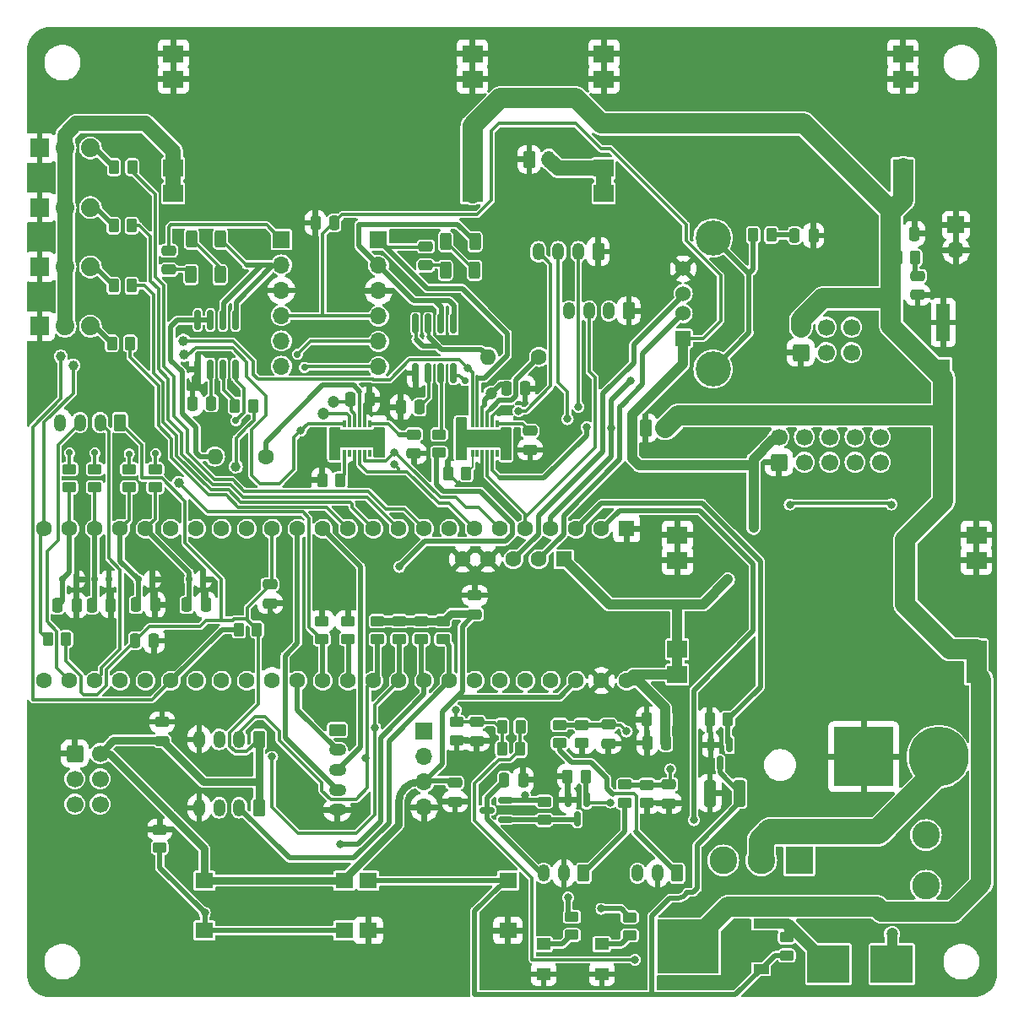
<source format=gtl>
%TF.GenerationSoftware,KiCad,Pcbnew,7.0.7-7.0.7~ubuntu22.04.1*%
%TF.CreationDate,2023-09-24T13:34:31+02:00*%
%TF.ProjectId,Regbot,52656762-6f74-42e6-9b69-6361645f7063,v5.0*%
%TF.SameCoordinates,Original*%
%TF.FileFunction,Copper,L1,Top*%
%TF.FilePolarity,Positive*%
%FSLAX46Y46*%
G04 Gerber Fmt 4.6, Leading zero omitted, Abs format (unit mm)*
G04 Created by KiCad (PCBNEW 7.0.7-7.0.7~ubuntu22.04.1) date 2023-09-24 13:34:31*
%MOMM*%
%LPD*%
G01*
G04 APERTURE LIST*
G04 Aperture macros list*
%AMRoundRect*
0 Rectangle with rounded corners*
0 $1 Rounding radius*
0 $2 $3 $4 $5 $6 $7 $8 $9 X,Y pos of 4 corners*
0 Add a 4 corners polygon primitive as box body*
4,1,4,$2,$3,$4,$5,$6,$7,$8,$9,$2,$3,0*
0 Add four circle primitives for the rounded corners*
1,1,$1+$1,$2,$3*
1,1,$1+$1,$4,$5*
1,1,$1+$1,$6,$7*
1,1,$1+$1,$8,$9*
0 Add four rect primitives between the rounded corners*
20,1,$1+$1,$2,$3,$4,$5,0*
20,1,$1+$1,$4,$5,$6,$7,0*
20,1,$1+$1,$6,$7,$8,$9,0*
20,1,$1+$1,$8,$9,$2,$3,0*%
G04 Aperture macros list end*
%TA.AperFunction,SMDPad,CuDef*%
%ADD10RoundRect,0.250000X0.475000X-0.250000X0.475000X0.250000X-0.475000X0.250000X-0.475000X-0.250000X0*%
%TD*%
%TA.AperFunction,SMDPad,CuDef*%
%ADD11R,0.300000X0.800000*%
%TD*%
%TA.AperFunction,SMDPad,CuDef*%
%ADD12R,2.600000X1.800000*%
%TD*%
%TA.AperFunction,SMDPad,CuDef*%
%ADD13RoundRect,0.250000X-0.250000X-0.475000X0.250000X-0.475000X0.250000X0.475000X-0.250000X0.475000X0*%
%TD*%
%TA.AperFunction,SMDPad,CuDef*%
%ADD14RoundRect,0.250000X-0.475000X0.250000X-0.475000X-0.250000X0.475000X-0.250000X0.475000X0.250000X0*%
%TD*%
%TA.AperFunction,SMDPad,CuDef*%
%ADD15RoundRect,0.250000X0.262500X0.450000X-0.262500X0.450000X-0.262500X-0.450000X0.262500X-0.450000X0*%
%TD*%
%TA.AperFunction,SMDPad,CuDef*%
%ADD16RoundRect,0.250000X-0.262500X-0.450000X0.262500X-0.450000X0.262500X0.450000X-0.262500X0.450000X0*%
%TD*%
%TA.AperFunction,ComponentPad*%
%ADD17C,1.600000*%
%TD*%
%TA.AperFunction,ComponentPad*%
%ADD18O,1.600000X1.600000*%
%TD*%
%TA.AperFunction,SMDPad,CuDef*%
%ADD19RoundRect,0.150000X-0.150000X0.825000X-0.150000X-0.825000X0.150000X-0.825000X0.150000X0.825000X0*%
%TD*%
%TA.AperFunction,ComponentPad*%
%ADD20RoundRect,0.250000X-0.350000X-0.625000X0.350000X-0.625000X0.350000X0.625000X-0.350000X0.625000X0*%
%TD*%
%TA.AperFunction,ComponentPad*%
%ADD21O,1.200000X1.750000*%
%TD*%
%TA.AperFunction,SMDPad,CuDef*%
%ADD22R,1.400000X1.200000*%
%TD*%
%TA.AperFunction,SMDPad,CuDef*%
%ADD23RoundRect,0.250000X0.450000X-0.262500X0.450000X0.262500X-0.450000X0.262500X-0.450000X-0.262500X0*%
%TD*%
%TA.AperFunction,SMDPad,CuDef*%
%ADD24RoundRect,0.150000X0.587500X0.150000X-0.587500X0.150000X-0.587500X-0.150000X0.587500X-0.150000X0*%
%TD*%
%TA.AperFunction,ComponentPad*%
%ADD25R,1.700000X1.700000*%
%TD*%
%TA.AperFunction,ComponentPad*%
%ADD26O,1.700000X1.700000*%
%TD*%
%TA.AperFunction,SMDPad,CuDef*%
%ADD27RoundRect,0.250000X-0.450000X0.262500X-0.450000X-0.262500X0.450000X-0.262500X0.450000X0.262500X0*%
%TD*%
%TA.AperFunction,SMDPad,CuDef*%
%ADD28R,2.000000X1.800000*%
%TD*%
%TA.AperFunction,ComponentPad*%
%ADD29R,2.775000X2.775000*%
%TD*%
%TA.AperFunction,ComponentPad*%
%ADD30C,2.775000*%
%TD*%
%TA.AperFunction,ComponentPad*%
%ADD31R,1.600000X1.600000*%
%TD*%
%TA.AperFunction,SMDPad,CuDef*%
%ADD32RoundRect,0.250000X0.250000X0.475000X-0.250000X0.475000X-0.250000X-0.475000X0.250000X-0.475000X0*%
%TD*%
%TA.AperFunction,SMDPad,CuDef*%
%ADD33RoundRect,0.250000X0.325000X1.100000X-0.325000X1.100000X-0.325000X-1.100000X0.325000X-1.100000X0*%
%TD*%
%TA.AperFunction,ComponentPad*%
%ADD34RoundRect,0.250000X0.350000X0.625000X-0.350000X0.625000X-0.350000X-0.625000X0.350000X-0.625000X0*%
%TD*%
%TA.AperFunction,SMDPad,CuDef*%
%ADD35RoundRect,0.250000X-0.312500X-0.625000X0.312500X-0.625000X0.312500X0.625000X-0.312500X0.625000X0*%
%TD*%
%TA.AperFunction,ComponentPad*%
%ADD36RoundRect,0.250000X-0.625000X0.350000X-0.625000X-0.350000X0.625000X-0.350000X0.625000X0.350000X0*%
%TD*%
%TA.AperFunction,ComponentPad*%
%ADD37O,1.750000X1.200000*%
%TD*%
%TA.AperFunction,SMDPad,CuDef*%
%ADD38R,4.240000X3.810000*%
%TD*%
%TA.AperFunction,ComponentPad*%
%ADD39R,1.524000X1.524000*%
%TD*%
%TA.AperFunction,ComponentPad*%
%ADD40C,1.524000*%
%TD*%
%TA.AperFunction,ComponentPad*%
%ADD41C,3.530000*%
%TD*%
%TA.AperFunction,ComponentPad*%
%ADD42R,1.879600X1.879600*%
%TD*%
%TA.AperFunction,ComponentPad*%
%ADD43C,1.879600*%
%TD*%
%TA.AperFunction,ComponentPad*%
%ADD44RoundRect,0.250000X0.600000X-0.600000X0.600000X0.600000X-0.600000X0.600000X-0.600000X-0.600000X0*%
%TD*%
%TA.AperFunction,ComponentPad*%
%ADD45C,1.700000*%
%TD*%
%TA.AperFunction,SMDPad,CuDef*%
%ADD46R,1.800000X1.600000*%
%TD*%
%TA.AperFunction,SMDPad,CuDef*%
%ADD47RoundRect,0.150000X0.150000X0.200000X-0.150000X0.200000X-0.150000X-0.200000X0.150000X-0.200000X0*%
%TD*%
%TA.AperFunction,ComponentPad*%
%ADD48R,5.999987X5.999987*%
%TD*%
%TA.AperFunction,ComponentPad*%
%ADD49C,5.999987*%
%TD*%
%TA.AperFunction,SMDPad,CuDef*%
%ADD50R,1.600000X1.000000*%
%TD*%
%TA.AperFunction,SMDPad,CuDef*%
%ADD51R,6.200000X5.400000*%
%TD*%
%TA.AperFunction,SMDPad,CuDef*%
%ADD52RoundRect,0.150000X-0.150000X0.587500X-0.150000X-0.587500X0.150000X-0.587500X0.150000X0.587500X0*%
%TD*%
%TA.AperFunction,ComponentPad*%
%ADD53RoundRect,0.250000X-0.600000X-0.600000X0.600000X-0.600000X0.600000X0.600000X-0.600000X0.600000X0*%
%TD*%
%TA.AperFunction,SMDPad,CuDef*%
%ADD54R,1.400000X3.812800*%
%TD*%
%TA.AperFunction,ViaPad*%
%ADD55C,0.800000*%
%TD*%
%TA.AperFunction,ViaPad*%
%ADD56C,0.700000*%
%TD*%
%TA.AperFunction,ViaPad*%
%ADD57C,1.200000*%
%TD*%
%TA.AperFunction,ViaPad*%
%ADD58C,1.000000*%
%TD*%
%TA.AperFunction,Conductor*%
%ADD59C,0.500000*%
%TD*%
%TA.AperFunction,Conductor*%
%ADD60C,0.300000*%
%TD*%
%TA.AperFunction,Conductor*%
%ADD61C,1.000000*%
%TD*%
%TA.AperFunction,Conductor*%
%ADD62C,2.000000*%
%TD*%
%TA.AperFunction,Conductor*%
%ADD63C,1.550000*%
%TD*%
%TA.AperFunction,Conductor*%
%ADD64C,0.750000*%
%TD*%
%TA.AperFunction,Conductor*%
%ADD65C,2.540000*%
%TD*%
%TA.AperFunction,Conductor*%
%ADD66C,1.200000*%
%TD*%
%TA.AperFunction,Conductor*%
%ADD67C,0.200000*%
%TD*%
G04 APERTURE END LIST*
D10*
X113400000Y-127950000D03*
X113400000Y-126050000D03*
D11*
X144538808Y-99143734D03*
X145038808Y-99143734D03*
X145538808Y-99143734D03*
X146038808Y-99143734D03*
X146538808Y-99143734D03*
X147038808Y-99143734D03*
X147038808Y-96143734D03*
X146538808Y-96143734D03*
X146038808Y-96143734D03*
X145538808Y-96143734D03*
X145038808Y-96143734D03*
X144538808Y-96143734D03*
D12*
X145788808Y-97643734D03*
D13*
X147922710Y-92626384D03*
X149822710Y-92626384D03*
D14*
X158178464Y-126317616D03*
X158178464Y-128217616D03*
D15*
X110420262Y-70413700D03*
X108595262Y-70413700D03*
D16*
X121114301Y-116783421D03*
X122939301Y-116783421D03*
D17*
X151216738Y-89425188D03*
D18*
X146136738Y-89425188D03*
D19*
X142658750Y-86108874D03*
X141388750Y-86108874D03*
X140118750Y-86108874D03*
X138848750Y-86108874D03*
X138848750Y-91058874D03*
X140118750Y-91058874D03*
X141388750Y-91058874D03*
X142658750Y-91058874D03*
D14*
X138674063Y-97223339D03*
X138674063Y-99123339D03*
D16*
X101949942Y-117746653D03*
X103774942Y-117746653D03*
D20*
X161891586Y-96582090D03*
D21*
X163891586Y-96582090D03*
D22*
X151676100Y-148334600D03*
X151676100Y-151334600D03*
D23*
X141598840Y-117752500D03*
X141598840Y-115927500D03*
D24*
X147847758Y-135841419D03*
X147847758Y-133941419D03*
X145972758Y-134891419D03*
D25*
X193040000Y-76200000D03*
D26*
X193040000Y-78740000D03*
D20*
X150230982Y-69623706D03*
D21*
X152230982Y-69623706D03*
D27*
X153271453Y-126355116D03*
X153271453Y-128180116D03*
D23*
X176060100Y-149477100D03*
X176060100Y-147652100D03*
D28*
X187720000Y-73040000D03*
X187720000Y-70500000D03*
X187720000Y-61580000D03*
X187720000Y-59040000D03*
X157720000Y-73040000D03*
X157720000Y-70500000D03*
X157720000Y-61580000D03*
X157720000Y-59040000D03*
D15*
X188951315Y-79475264D03*
X187126315Y-79475264D03*
D29*
X177330100Y-139928600D03*
D30*
X173520100Y-139928600D03*
X169710100Y-139928600D03*
X190030100Y-142468600D03*
X190030100Y-137388600D03*
D31*
X160020000Y-106680000D03*
D17*
X157480000Y-106680000D03*
X154940000Y-106680000D03*
X152400000Y-106680000D03*
X149860000Y-106680000D03*
X147320000Y-106680000D03*
X144780000Y-106680000D03*
X142240000Y-106680000D03*
X139700000Y-106680000D03*
X137160000Y-106680000D03*
X134620000Y-106680000D03*
X132080000Y-106680000D03*
X129540000Y-106680000D03*
X127000000Y-106680000D03*
X124460000Y-106680000D03*
X121920000Y-106680000D03*
X119380000Y-106680000D03*
X116840000Y-106680000D03*
X114300000Y-106680000D03*
X111760000Y-106680000D03*
X109220000Y-106680000D03*
X106680000Y-106680000D03*
X104140000Y-106680000D03*
X101600000Y-106680000D03*
X101600000Y-121920000D03*
X104140000Y-121920000D03*
X106680000Y-121920000D03*
X109220000Y-121920000D03*
X111760000Y-121920000D03*
X114300000Y-121920000D03*
X116840000Y-121920000D03*
X119380000Y-121920000D03*
X121920000Y-121920000D03*
X124460000Y-121920000D03*
X127000000Y-121920000D03*
X129540000Y-121920000D03*
X132080000Y-121920000D03*
X134620000Y-121920000D03*
X137160000Y-121920000D03*
X139700000Y-121920000D03*
X142240000Y-121920000D03*
X144780000Y-121920000D03*
X147320000Y-121920000D03*
X149860000Y-121920000D03*
X152400000Y-121920000D03*
X154940000Y-121920000D03*
X157480000Y-121920000D03*
X160020000Y-121920000D03*
D31*
X153720800Y-109730800D03*
D17*
X151180800Y-109730800D03*
X148640800Y-109730800D03*
X146100800Y-109730800D03*
X143560800Y-109730800D03*
D32*
X130698615Y-76004443D03*
X128798615Y-76004443D03*
D16*
X168331579Y-125814611D03*
X170156579Y-125814611D03*
D14*
X164253475Y-132310871D03*
X164253475Y-134210871D03*
D17*
X123806791Y-99432731D03*
D18*
X118726791Y-99432731D03*
D33*
X171326226Y-133211837D03*
X168376226Y-133211837D03*
D34*
X123142000Y-134662000D03*
D21*
X121142000Y-134662000D03*
X119142000Y-134662000D03*
X117142000Y-134662000D03*
D35*
X116364776Y-77622724D03*
X119289776Y-77622724D03*
D27*
X113196318Y-136837778D03*
X113196318Y-138662778D03*
D36*
X130998719Y-126865013D03*
D37*
X130998719Y-128865013D03*
X130998719Y-130865013D03*
X130998719Y-132865013D03*
X130998719Y-134865013D03*
D13*
X102926688Y-114378165D03*
X104826688Y-114378165D03*
D16*
X142096373Y-101134265D03*
X143921373Y-101134265D03*
D15*
X110378408Y-82300181D03*
X108553408Y-82300181D03*
D38*
X180241100Y-150342600D03*
X186611100Y-150342600D03*
D32*
X163910348Y-125805387D03*
X162010348Y-125805387D03*
D39*
X165672946Y-87580453D03*
D40*
X165672946Y-85080453D03*
X165672946Y-83080453D03*
X165672946Y-80580453D03*
D41*
X168672946Y-90650453D03*
X168672946Y-77510453D03*
D23*
X104140000Y-102512500D03*
X104140000Y-100687500D03*
D13*
X137356264Y-94474048D03*
X139256264Y-94474048D03*
D35*
X141862937Y-77878401D03*
X144787937Y-77878401D03*
D42*
X101150083Y-80402807D03*
D43*
X103690083Y-80402807D03*
X106230083Y-80402807D03*
D28*
X195086000Y-121300000D03*
X195086000Y-118760000D03*
X195086000Y-109840000D03*
X195086000Y-107300000D03*
X165086000Y-121300000D03*
X165086000Y-118760000D03*
X165086000Y-109840000D03*
X165086000Y-107300000D03*
D22*
X157518100Y-148334600D03*
X157518100Y-151334600D03*
D13*
X147729078Y-131857416D03*
X149629078Y-131857416D03*
D16*
X147541042Y-126518237D03*
X149366042Y-126518237D03*
D42*
X101150083Y-86360000D03*
D43*
X103690083Y-86360000D03*
X106230083Y-86360000D03*
D14*
X114096085Y-78776614D03*
X114096085Y-80676614D03*
D44*
X177486357Y-88997326D03*
D45*
X177486357Y-86457326D03*
X180026357Y-88997326D03*
X180026357Y-86457326D03*
X182566357Y-88997326D03*
X182566357Y-86457326D03*
D46*
X131670439Y-146968706D03*
X117670439Y-146968706D03*
X131670439Y-141968706D03*
X117670439Y-141968706D03*
D16*
X154093580Y-131496225D03*
X155918580Y-131496225D03*
D35*
X116300934Y-81197840D03*
X119225934Y-81197840D03*
D47*
X116140000Y-111760000D03*
X117540000Y-111760000D03*
D34*
X109194929Y-96020960D03*
D21*
X107194929Y-96020960D03*
X105194929Y-96020960D03*
X103194929Y-96020960D03*
D23*
X141209848Y-99056175D03*
X141209848Y-97231175D03*
D32*
X163960675Y-128156810D03*
X162060675Y-128156810D03*
D34*
X123142000Y-127804000D03*
D21*
X121142000Y-127804000D03*
X119142000Y-127804000D03*
X117142000Y-127804000D03*
D34*
X160236574Y-84829785D03*
D21*
X158236574Y-84829785D03*
X156236574Y-84829785D03*
X154236574Y-84829785D03*
D23*
X154521800Y-147409811D03*
X154521800Y-145584811D03*
X106680000Y-102512500D03*
X106680000Y-100687500D03*
D27*
X132079999Y-115916980D03*
X132079999Y-117741980D03*
D15*
X110378408Y-76273233D03*
X108553408Y-76273233D03*
D23*
X139406323Y-117752500D03*
X139406323Y-115927500D03*
D16*
X147530958Y-128736161D03*
X149355958Y-128736161D03*
D25*
X135121037Y-77725186D03*
D26*
X135121037Y-80265186D03*
X135121037Y-82805186D03*
X135121037Y-85345186D03*
X135121037Y-87885186D03*
X135121037Y-90425186D03*
D48*
X183794400Y-129540000D03*
D49*
X191294409Y-129540000D03*
D27*
X159850688Y-132334824D03*
X159850688Y-134159824D03*
D50*
X173494100Y-150844600D03*
X173494100Y-146284600D03*
D51*
X166194100Y-148564600D03*
D47*
X106680000Y-111760000D03*
X108080000Y-111760000D03*
D13*
X115890000Y-114300000D03*
X117790000Y-114300000D03*
D11*
X131723800Y-99143366D03*
X132223800Y-99143366D03*
X132723800Y-99143366D03*
X133223800Y-99143366D03*
X133723800Y-99143366D03*
X134223800Y-99143366D03*
X134223800Y-96143366D03*
X133723800Y-96143366D03*
X133223800Y-96143366D03*
X132723800Y-96143366D03*
X132223800Y-96143366D03*
X131723800Y-96143366D03*
D12*
X132973800Y-97643366D03*
D10*
X144780000Y-115250000D03*
X144780000Y-113350000D03*
D13*
X132303058Y-93726300D03*
X134203058Y-93726300D03*
D23*
X151739857Y-135868880D03*
X151739857Y-134043880D03*
D14*
X139851533Y-78366988D03*
X139851533Y-80266988D03*
D15*
X110210993Y-88076006D03*
X108385993Y-88076006D03*
D47*
X103440000Y-111760000D03*
X104840000Y-111760000D03*
D23*
X162058140Y-134173884D03*
X162058140Y-132348884D03*
D25*
X139700000Y-127000000D03*
D26*
X139700000Y-129540000D03*
X139700000Y-132080000D03*
X139700000Y-134620000D03*
D16*
X129468384Y-101784844D03*
X131293384Y-101784844D03*
D13*
X110810000Y-114300000D03*
X112710000Y-114300000D03*
X116461742Y-94075290D03*
X118361742Y-94075290D03*
D23*
X137213807Y-117752500D03*
X137213807Y-115927500D03*
D13*
X106391754Y-114336115D03*
X108291754Y-114336115D03*
D15*
X122539253Y-94329221D03*
X120714253Y-94329221D03*
D27*
X129453962Y-115927500D03*
X129453962Y-117752500D03*
D28*
X144540000Y-73040000D03*
X144540000Y-70500000D03*
X144540000Y-61580000D03*
X144540000Y-59040000D03*
X114540000Y-73040000D03*
X114540000Y-70500000D03*
X114540000Y-61580000D03*
X114540000Y-59040000D03*
D14*
X124240645Y-112250281D03*
X124240645Y-114150281D03*
D13*
X186983777Y-77059395D03*
X188883777Y-77059395D03*
D14*
X150320632Y-96860185D03*
X150320632Y-98760185D03*
D23*
X160328166Y-147458549D03*
X160328166Y-145633549D03*
D42*
X101150083Y-74445616D03*
D43*
X103690083Y-74445616D03*
X106230083Y-74445616D03*
D15*
X174520878Y-77218681D03*
X172695878Y-77218681D03*
D23*
X110120000Y-102512500D03*
X110120000Y-100687500D03*
D52*
X170341643Y-128347032D03*
X168441643Y-128347032D03*
X169391643Y-130222032D03*
D42*
X101150083Y-68488425D03*
D43*
X103690083Y-68488425D03*
X106230083Y-68488425D03*
D25*
X125379151Y-77672566D03*
D26*
X125379151Y-80212566D03*
X125379151Y-82752566D03*
X125379151Y-85292566D03*
X125379151Y-87832566D03*
X125379151Y-90372566D03*
D13*
X176852595Y-77255152D03*
X178752595Y-77255152D03*
D34*
X155702000Y-141224000D03*
D21*
X153702000Y-141224000D03*
X151702000Y-141224000D03*
D46*
X148105946Y-146968706D03*
X134105946Y-146968706D03*
X148105946Y-141968706D03*
X134105946Y-141968706D03*
D35*
X141837154Y-80763517D03*
X144762154Y-80763517D03*
D14*
X142780709Y-132138697D03*
X142780709Y-134038697D03*
D23*
X112738205Y-102512500D03*
X112738205Y-100687500D03*
X135021291Y-117752500D03*
X135021291Y-115927500D03*
X142950933Y-127870687D03*
X142950933Y-126045687D03*
D19*
X120808588Y-85737481D03*
X119538588Y-85737481D03*
X118268588Y-85737481D03*
X116998588Y-85737481D03*
X116998588Y-90687481D03*
X118268588Y-90687481D03*
X119538588Y-90687481D03*
X120808588Y-90687481D03*
D52*
X156004340Y-133863570D03*
X154104340Y-133863570D03*
X155054340Y-135738570D03*
D23*
X155535146Y-128180116D03*
X155535146Y-126355116D03*
D44*
X175289069Y-100004677D03*
D45*
X175289069Y-97464677D03*
X177829069Y-100004677D03*
X177829069Y-97464677D03*
X180369069Y-100004677D03*
X180369069Y-97464677D03*
X182909069Y-100004677D03*
X182909069Y-97464677D03*
X185449069Y-100004677D03*
X185449069Y-97464677D03*
D34*
X165100000Y-141224000D03*
D21*
X163100000Y-141224000D03*
X161100000Y-141224000D03*
D53*
X104666376Y-129215004D03*
D45*
X107206376Y-129215004D03*
X104666376Y-131755004D03*
X107206376Y-131755004D03*
X104666376Y-134295004D03*
X107206376Y-134295004D03*
D47*
X111060000Y-111760000D03*
X112460000Y-111760000D03*
D34*
X157158828Y-78885885D03*
D21*
X155158828Y-78885885D03*
X153158828Y-78885885D03*
X151158828Y-78885885D03*
D54*
X191770000Y-91554000D03*
X191770000Y-85992000D03*
D14*
X144971482Y-126045605D03*
X144971482Y-127945605D03*
X189201409Y-81315944D03*
X189201409Y-83215944D03*
D13*
X110694603Y-117898302D03*
X112594603Y-117898302D03*
D55*
X165100000Y-137160000D03*
X139700000Y-104140000D03*
D56*
X114799629Y-119156386D03*
D55*
X170180000Y-121920000D03*
X111760000Y-60960000D03*
X147684714Y-94761602D03*
X151375240Y-91160154D03*
X175260000Y-106680000D03*
X185420000Y-139700000D03*
D56*
X129674375Y-113011409D03*
D55*
X150587223Y-126799501D03*
D56*
X121920000Y-111760000D03*
D55*
X147320000Y-144780000D03*
X142207891Y-95419166D03*
X142240000Y-139700000D03*
X142240000Y-144780000D03*
X130767455Y-123649766D03*
D56*
X187960000Y-121920000D03*
X120570706Y-119774135D03*
D55*
X140025712Y-100322135D03*
X111760000Y-58420000D03*
D56*
X134112587Y-108638164D03*
D55*
X142278659Y-92643491D03*
X104753706Y-116658675D03*
X190500000Y-111760000D03*
X138527960Y-95930267D03*
D56*
X114103480Y-104682403D03*
X124893150Y-115540852D03*
D55*
X147320000Y-58420000D03*
D56*
X114225404Y-100794377D03*
D55*
X190500000Y-66040000D03*
X154940000Y-60960000D03*
X160020000Y-111760000D03*
X136992743Y-123886469D03*
X152243645Y-97284211D03*
X137173668Y-92720799D03*
X195580000Y-101600000D03*
X147320000Y-60960000D03*
X193040000Y-66040000D03*
D56*
X181295677Y-121993420D03*
D55*
X107498080Y-117961896D03*
X132480478Y-100312712D03*
X144310438Y-124426265D03*
D56*
X118912710Y-97163747D03*
D55*
X154940000Y-58420000D03*
D56*
X114523268Y-115726253D03*
X129235621Y-99995097D03*
X191269332Y-107298009D03*
X143773165Y-91822201D03*
D55*
X149817475Y-133368352D03*
D56*
X170180000Y-111760000D03*
X172732278Y-106586438D03*
X120813478Y-95839092D03*
D55*
X154147224Y-143661391D03*
D57*
X146418660Y-93129609D03*
D55*
X170174100Y-144584600D03*
D57*
X130639487Y-93979500D03*
D55*
X160850196Y-149894580D03*
X164378684Y-130815890D03*
X160020000Y-127000000D03*
X117694910Y-145188354D03*
X142888571Y-124850331D03*
X131261431Y-138306986D03*
X158402701Y-134119744D03*
X137226230Y-110492224D03*
D58*
X120811648Y-100437102D03*
X115081212Y-102083710D03*
D57*
X129573731Y-95116996D03*
D58*
X115562203Y-87825951D03*
X103253760Y-89401745D03*
D55*
X144049433Y-90529672D03*
D58*
X115624921Y-89237110D03*
X104492444Y-90287639D03*
D55*
X127333426Y-96853426D03*
X149177342Y-94852613D03*
X133787960Y-129643543D03*
X124460000Y-129540000D03*
X134782061Y-126614255D03*
X156003750Y-96459214D03*
X158488199Y-96576672D03*
X160441110Y-91809104D03*
X154088999Y-95668999D03*
X136699778Y-100187210D03*
X155183143Y-94453284D03*
X136697020Y-99023893D03*
D57*
X186626500Y-147320000D03*
D56*
X104140000Y-99060000D03*
X106680000Y-99060000D03*
D55*
X186557203Y-104231178D03*
X176375589Y-104231178D03*
D56*
X110122406Y-99165418D03*
X127000000Y-89169589D03*
X112767672Y-99142009D03*
X127699500Y-90487977D03*
D55*
X157480000Y-144780000D03*
X166750136Y-135887550D03*
D59*
X154106080Y-131496225D02*
X154106080Y-133849326D01*
D60*
X133723800Y-96143366D02*
X133723800Y-94205558D01*
X124240645Y-114888347D02*
X124893150Y-115540852D01*
D59*
X112460000Y-114100000D02*
X112660000Y-114300000D01*
X104840000Y-111760000D02*
X104840000Y-114314853D01*
D60*
X195086000Y-107300000D02*
X191271323Y-107300000D01*
D59*
X154106080Y-133849326D02*
X154139535Y-133882781D01*
D60*
X143158873Y-102184265D02*
X142108873Y-101134265D01*
X147144479Y-94761602D02*
X147684714Y-94761602D01*
D59*
X117540000Y-114100000D02*
X117740000Y-114300000D01*
D60*
X133723800Y-96350473D02*
X133723800Y-96143366D01*
X116511742Y-94075290D02*
X116511742Y-91528077D01*
X144949129Y-102184265D02*
X143158873Y-102184265D01*
D59*
X112460000Y-111760000D02*
X112460000Y-114100000D01*
D60*
X146538808Y-96143734D02*
X146538808Y-95367273D01*
X124240645Y-114100281D02*
X124240645Y-114888347D01*
D59*
X108080000Y-114174361D02*
X108241754Y-114336115D01*
X108080000Y-111760000D02*
X108080000Y-114174361D01*
D60*
X145538808Y-101594586D02*
X144949129Y-102184265D01*
X116511742Y-91528077D02*
X117054197Y-90985622D01*
D59*
X104840000Y-114314853D02*
X104776688Y-114378165D01*
D60*
X145538808Y-99143734D02*
X145538808Y-101594586D01*
X191271323Y-107300000D02*
X191269332Y-107298009D01*
X133723800Y-94205558D02*
X134203058Y-93726300D01*
D59*
X117540000Y-111760000D02*
X117540000Y-114100000D01*
D60*
X146538808Y-95367273D02*
X147144479Y-94761602D01*
D61*
X170180000Y-111760000D02*
X167680000Y-114260000D01*
D60*
X158400000Y-68580000D02*
X157480000Y-68580000D01*
X165955616Y-77784185D02*
X165955616Y-76135616D01*
X131482616Y-75170442D02*
X129540000Y-77113058D01*
D61*
X161151370Y-121920000D02*
X163860348Y-124628978D01*
X165086000Y-121300000D02*
X160640000Y-121300000D01*
D59*
X149860000Y-133941419D02*
X149860000Y-133410877D01*
D60*
X165672946Y-87580453D02*
X167688752Y-87580453D01*
X120864197Y-90985622D02*
X120864197Y-91785722D01*
D59*
X154147224Y-143661391D02*
X154147224Y-145222735D01*
D61*
X172732278Y-99682722D02*
X174625000Y-97790000D01*
D60*
X143234642Y-91283678D02*
X143773165Y-91822201D01*
D61*
X172732278Y-100317722D02*
X161277722Y-100317722D01*
X165100000Y-114260000D02*
X165086000Y-114274000D01*
D60*
X147191057Y-66040000D02*
X146466128Y-66764929D01*
D61*
X174625000Y-97790000D02*
X175260000Y-97790000D01*
X161277722Y-100317722D02*
X160591586Y-99631586D01*
D60*
X169432808Y-85836397D02*
X169432808Y-81298623D01*
D59*
X154147224Y-145222735D02*
X154521800Y-145597311D01*
D60*
X135121037Y-85345186D02*
X129540000Y-85345186D01*
D61*
X163860348Y-124628978D02*
X163860348Y-125805387D01*
D60*
X146466128Y-73713872D02*
X145009558Y-75170442D01*
D61*
X160591586Y-99631586D02*
X160591586Y-95216360D01*
X160020000Y-121920000D02*
X161151370Y-121920000D01*
D60*
X125431771Y-85345186D02*
X125379151Y-85292566D01*
D61*
X158250000Y-114260000D02*
X153720800Y-109730800D01*
X165086000Y-114274000D02*
X165086000Y-121300000D01*
X172732278Y-106586438D02*
X172732278Y-100317722D01*
D60*
X145009558Y-75170442D02*
X131482616Y-75170442D01*
X120864197Y-91785722D02*
X121629279Y-92550804D01*
X142693740Y-91283678D02*
X143234642Y-91283678D01*
D59*
X149860000Y-133941419D02*
X151624896Y-133941419D01*
X151624896Y-133941419D02*
X151739857Y-134056380D01*
D61*
X163860348Y-125805387D02*
X163860348Y-128106483D01*
D60*
X165955616Y-76135616D02*
X158400000Y-68580000D01*
D61*
X160591586Y-95216360D02*
X165672946Y-90135000D01*
X167680000Y-114260000D02*
X158250000Y-114260000D01*
D59*
X147847758Y-133941419D02*
X149860000Y-133941419D01*
D61*
X172732278Y-100317722D02*
X172732278Y-99682722D01*
D59*
X149860000Y-133410877D02*
X149817475Y-133368352D01*
D60*
X146466128Y-66764929D02*
X146466128Y-73713872D01*
X167688752Y-87580453D02*
X169432808Y-85836397D01*
D61*
X167680000Y-114260000D02*
X165100000Y-114260000D01*
D60*
X129540000Y-85345186D02*
X125431771Y-85345186D01*
X121629279Y-95023291D02*
X120813478Y-95839092D01*
X169432808Y-81298623D02*
X169451431Y-81280000D01*
X169451431Y-81280000D02*
X165955616Y-77784185D01*
X172732278Y-106667722D02*
X172720000Y-106680000D01*
X157480000Y-68580000D02*
X154940000Y-66040000D01*
D61*
X165672946Y-90135000D02*
X165672946Y-87580453D01*
D60*
X172732278Y-106586438D02*
X172732278Y-106667722D01*
X121629279Y-92550804D02*
X121629279Y-95023291D01*
X129540000Y-77113058D02*
X129540000Y-85345186D01*
D61*
X163860348Y-128106483D02*
X163910675Y-128156810D01*
D60*
X154940000Y-66040000D02*
X147191057Y-66040000D01*
D61*
X160640000Y-121300000D02*
X160020000Y-121920000D01*
X165086000Y-118760000D02*
X165086000Y-121300000D01*
D59*
X147967593Y-92187251D02*
X147361018Y-92187251D01*
D62*
X186522946Y-82941510D02*
X185892719Y-83571737D01*
X177486357Y-85746716D02*
X177486357Y-86457326D01*
X195580000Y-121794000D02*
X195086000Y-121300000D01*
X192420000Y-118760000D02*
X187960000Y-114300000D01*
X185569500Y-145056100D02*
X192763900Y-145056100D01*
X191770000Y-91554000D02*
X186522946Y-86306946D01*
D60*
X148293803Y-129840253D02*
X147158024Y-129840253D01*
X132723800Y-95186260D02*
X132723800Y-96143366D01*
D62*
X191770000Y-95312065D02*
X165161611Y-95312065D01*
D60*
X144780000Y-135969320D02*
X150535567Y-141724887D01*
D62*
X144540000Y-66280000D02*
X147320000Y-63500000D01*
X186522946Y-74762946D02*
X186522946Y-74906120D01*
X177800000Y-66040000D02*
X186522946Y-74762946D01*
D60*
X144780000Y-132218277D02*
X144780000Y-135969320D01*
D62*
X187720000Y-70500000D02*
X187720000Y-73709066D01*
X166194100Y-148564600D02*
X170174100Y-144584600D01*
D60*
X132353058Y-94815518D02*
X132353058Y-93726300D01*
D62*
X170174100Y-144584600D02*
X185098000Y-144584600D01*
D59*
X147361018Y-92187251D02*
X146418660Y-93129609D01*
D62*
X191770000Y-95312065D02*
X191770000Y-91554000D01*
D60*
X149357666Y-126838986D02*
X149341503Y-126855149D01*
D62*
X195580000Y-142240000D02*
X195580000Y-121794000D01*
X144540000Y-70500000D02*
X144540000Y-73040000D01*
X187720000Y-73709066D02*
X186522946Y-74906120D01*
X147320000Y-63500000D02*
X154940000Y-63500000D01*
X186522946Y-86306946D02*
X186522946Y-82941510D01*
X179661336Y-83571737D02*
X177486357Y-85746716D01*
D60*
X149341503Y-128792553D02*
X148293803Y-129840253D01*
D62*
X195086000Y-121300000D02*
X195086000Y-118760000D01*
D60*
X147158024Y-129840253D02*
X144780000Y-132218277D01*
D62*
X144540000Y-70500000D02*
X144540000Y-66280000D01*
X191770000Y-103911634D02*
X191770000Y-95312065D01*
D60*
X149341503Y-126855149D02*
X149341503Y-128792553D01*
X145538808Y-94486301D02*
X145538808Y-96143734D01*
D59*
X145774205Y-93774064D02*
X145774205Y-94250904D01*
D62*
X154940000Y-63500000D02*
X157480000Y-66040000D01*
X185098000Y-144584600D02*
X185569500Y-145056100D01*
X157480000Y-66040000D02*
X177800000Y-66040000D01*
X195086000Y-118760000D02*
X192420000Y-118760000D01*
X187960000Y-114300000D02*
X187960000Y-107721634D01*
D60*
X150535567Y-141724887D02*
X150535567Y-149894580D01*
D62*
X192763900Y-145056100D02*
X195580000Y-142240000D01*
X165161611Y-95312065D02*
X163891586Y-96582090D01*
X187960000Y-107721634D02*
X191770000Y-103911634D01*
D60*
X132099858Y-93979500D02*
X132353058Y-93726300D01*
D62*
X185892719Y-83571737D02*
X179661336Y-83571737D01*
D60*
X132723800Y-95186260D02*
X132353058Y-94815518D01*
X150535567Y-149894580D02*
X160850196Y-149894580D01*
X130639487Y-93979500D02*
X132099858Y-93979500D01*
D62*
X186522946Y-74906120D02*
X186522946Y-82941510D01*
D59*
X146418660Y-93129609D02*
X145774205Y-93774064D01*
D60*
X145774205Y-94250904D02*
X145538808Y-94486301D01*
D59*
X137204766Y-97211143D02*
X137266962Y-97273339D01*
X137266962Y-97273339D02*
X138674063Y-97273339D01*
D60*
X136136989Y-96143366D02*
X134223800Y-96143366D01*
X137204766Y-97211143D02*
X136136989Y-96143366D01*
D59*
X104140000Y-111060000D02*
X104140000Y-106680000D01*
X103440000Y-113914853D02*
X102976688Y-114378165D01*
X103440000Y-111760000D02*
X103440000Y-113914853D01*
X103440000Y-111760000D02*
X104140000Y-111060000D01*
D60*
X104140000Y-102500000D02*
X104140000Y-106680000D01*
D59*
X106680000Y-111760000D02*
X106680000Y-114097869D01*
X106680000Y-114097869D02*
X106441754Y-114336115D01*
X106680000Y-111760000D02*
X106680000Y-106680000D01*
D60*
X106680000Y-102500000D02*
X106680000Y-106680000D01*
D59*
X111060000Y-111760000D02*
X109220000Y-109920000D01*
D60*
X110120000Y-102500000D02*
X110120000Y-105780000D01*
D59*
X111060000Y-111760000D02*
X111060000Y-114100000D01*
X109220000Y-109920000D02*
X109220000Y-106680000D01*
D60*
X110120000Y-105780000D02*
X109220000Y-106680000D01*
D59*
X111060000Y-114100000D02*
X110860000Y-114300000D01*
D60*
X112738205Y-102500000D02*
X112738205Y-105701795D01*
D59*
X116140000Y-111760000D02*
X116140000Y-114100000D01*
X116140000Y-114100000D02*
X115940000Y-114300000D01*
X116140000Y-111760000D02*
X116140000Y-111060000D01*
X116140000Y-111060000D02*
X111760000Y-106680000D01*
D60*
X112738205Y-105701795D02*
X111760000Y-106680000D01*
D59*
X164252962Y-132361384D02*
X164253475Y-132360871D01*
X159850688Y-132347324D02*
X162044080Y-132347324D01*
X162058140Y-132361384D02*
X164252962Y-132361384D01*
X162044080Y-132347324D02*
X162058140Y-132361384D01*
D60*
X164378684Y-132235662D02*
X164253475Y-132360871D01*
X164378684Y-130815890D02*
X164378684Y-132235662D01*
X159423393Y-126367616D02*
X158178464Y-126367616D01*
D59*
X153271453Y-126367616D02*
X155535146Y-126367616D01*
X158178464Y-126367616D02*
X155535146Y-126367616D01*
D60*
X160020000Y-126964223D02*
X159423393Y-126367616D01*
X160020000Y-127000000D02*
X160020000Y-126964223D01*
X147038808Y-96143734D02*
X149554181Y-96143734D01*
X149554181Y-96143734D02*
X150320632Y-96910185D01*
D59*
X169391643Y-131152254D02*
X171451226Y-133211837D01*
X162560000Y-145498700D02*
X162560000Y-153398600D01*
X166702934Y-143126204D02*
X166074297Y-143126204D01*
X134105946Y-141968706D02*
X148105946Y-141968706D01*
X176060100Y-149464600D02*
X174874100Y-149464600D01*
X164328700Y-143730000D02*
X162560000Y-145498700D01*
X167075883Y-142753255D02*
X166702934Y-143126204D01*
X144780000Y-144986700D02*
X147258100Y-142508600D01*
X169391643Y-130222032D02*
X169391643Y-131152254D01*
X171547600Y-133308211D02*
X171451226Y-133211837D01*
X167075883Y-138392711D02*
X167075883Y-142753255D01*
X174874100Y-149464600D02*
X173494100Y-150844600D01*
X171451226Y-134017368D02*
X167075883Y-138392711D01*
X165150000Y-143730000D02*
X164328700Y-143730000D01*
X173494100Y-150844600D02*
X170940100Y-153398600D01*
X162560000Y-153398600D02*
X144780000Y-153398600D01*
X171451226Y-133211837D02*
X171451226Y-134017368D01*
X170940100Y-153398600D02*
X162560000Y-153398600D01*
X144780000Y-153398600D02*
X144780000Y-144986700D01*
X165150000Y-143730002D02*
G75*
G03*
X166074297Y-143126204I1800J1006602D01*
G01*
D63*
X114540000Y-70500000D02*
X114540000Y-68820000D01*
X114540000Y-68820000D02*
X111760000Y-66040000D01*
X103690083Y-67159348D02*
X103690083Y-68488425D01*
X103690083Y-68488425D02*
X103690083Y-86360000D01*
X111760000Y-66040000D02*
X104809431Y-66040000D01*
X104809431Y-66040000D02*
X103690083Y-67159348D01*
X114540000Y-70500000D02*
X114540000Y-73040000D01*
D59*
X113196318Y-138650278D02*
X113196318Y-139769708D01*
X117670439Y-146968706D02*
X131670439Y-146968706D01*
X117694910Y-145188354D02*
X117694910Y-146944235D01*
X113196318Y-139769708D02*
X113199192Y-139772582D01*
X117694910Y-146944235D02*
X117670439Y-146968706D01*
X113199192Y-139772582D02*
X113199192Y-140692636D01*
X113199192Y-140692636D02*
X117694910Y-145188354D01*
D60*
X146814285Y-126095605D02*
X147557666Y-126838986D01*
X142888571Y-124850331D02*
X142888571Y-125995825D01*
X142950933Y-126058187D02*
X144934064Y-126058187D01*
X142888571Y-125995825D02*
X142950933Y-126058187D01*
X147557666Y-126838986D02*
X147557666Y-129094547D01*
X144934064Y-126058187D02*
X144971482Y-126095605D01*
X147557666Y-129094547D02*
X147541503Y-129110710D01*
X144971482Y-126095605D02*
X146814285Y-126095605D01*
X120192000Y-128472503D02*
X120748497Y-129029000D01*
X105290000Y-123070000D02*
X105553210Y-123333210D01*
X107830000Y-122396346D02*
X107830000Y-120812905D01*
X122926801Y-116783421D02*
X123070000Y-116926620D01*
X117189472Y-116490528D02*
X117846579Y-115833421D01*
D64*
X144780000Y-115200000D02*
X142370000Y-115200000D01*
D59*
X139793654Y-131936346D02*
X139650000Y-132080000D01*
D60*
X105290000Y-121443654D02*
X105290000Y-123070000D01*
D64*
X139160000Y-132080000D02*
X139650000Y-132080000D01*
D59*
X142284643Y-131936346D02*
X139793654Y-131936346D01*
D60*
X121976801Y-115833421D02*
X122926801Y-116783421D01*
D59*
X141500868Y-130229132D02*
X139650000Y-132080000D01*
X142960555Y-123576265D02*
X141500868Y-125035952D01*
D60*
X113395420Y-101600000D02*
X115690000Y-103894580D01*
D64*
X123142000Y-134662000D02*
X123142000Y-132080000D01*
X137160000Y-136350700D02*
X137160000Y-134080000D01*
D60*
X111398743Y-101600000D02*
X113395420Y-101600000D01*
D59*
X153283735Y-123576265D02*
X154940000Y-121920000D01*
D64*
X141630000Y-115940000D02*
X141598840Y-115940000D01*
D60*
X124240645Y-112300281D02*
X121976801Y-114564125D01*
D59*
X143530000Y-116450000D02*
X144780000Y-115200000D01*
D64*
X131542535Y-141968165D02*
X137160000Y-136350700D01*
D60*
X121917000Y-129029000D02*
X123142000Y-127804000D01*
X111398743Y-98224774D02*
X111398743Y-101600000D01*
D64*
X117670980Y-141968165D02*
X131542535Y-141968165D01*
D60*
X103762442Y-117746653D02*
X103762442Y-119916096D01*
X109194929Y-96020960D02*
X111398743Y-98224774D01*
D59*
X143530000Y-123006820D02*
X142960555Y-123576265D01*
D64*
X107203209Y-129232338D02*
X108143009Y-129232338D01*
D60*
X119380000Y-115833421D02*
X120503273Y-115833421D01*
X123070000Y-116926620D02*
X123070000Y-124257497D01*
X120748497Y-129029000D02*
X121917000Y-129029000D01*
X119380000Y-111760000D02*
X119380000Y-115833421D01*
D64*
X108535547Y-127900000D02*
X107203209Y-129232338D01*
X123142000Y-132080000D02*
X123142000Y-127804000D01*
X108143009Y-129232338D02*
X117670439Y-138759768D01*
D60*
X107830000Y-120812905D02*
X112152377Y-116490528D01*
X106893136Y-123333210D02*
X107830000Y-122396346D01*
X105553210Y-123333210D02*
X106893136Y-123333210D01*
D59*
X142960555Y-123576265D02*
X153283735Y-123576265D01*
D60*
X120192000Y-127135497D02*
X120192000Y-128472503D01*
D64*
X139406323Y-115940000D02*
X141598840Y-115940000D01*
D60*
X112152377Y-116490528D02*
X117189472Y-116490528D01*
D59*
X141500868Y-125035952D02*
X141500868Y-130229132D01*
D64*
X137213807Y-115940000D02*
X139406323Y-115940000D01*
D60*
X103762442Y-119916096D02*
X105290000Y-121443654D01*
D64*
X123142000Y-132080000D02*
X117580000Y-132080000D01*
X135021291Y-115940000D02*
X137213807Y-115940000D01*
D60*
X123070000Y-124257497D02*
X120192000Y-127135497D01*
D59*
X142284643Y-131936346D02*
X142793940Y-131936346D01*
D60*
X124460000Y-106680000D02*
X124460000Y-112080926D01*
D64*
X117670439Y-138759768D02*
X117670439Y-141968706D01*
D60*
X121976801Y-114564125D02*
X121976801Y-115833421D01*
D64*
X142370000Y-115200000D02*
X141630000Y-115940000D01*
D60*
X121889301Y-115733421D02*
X122939301Y-116783421D01*
X117846579Y-115833421D02*
X119380000Y-115833421D01*
X120603273Y-115733421D02*
X121889301Y-115733421D01*
X115690000Y-108070000D02*
X119380000Y-111760000D01*
X120503273Y-115833421D02*
X120603273Y-115733421D01*
X124460000Y-112080926D02*
X124240645Y-112300281D01*
D59*
X143530000Y-116450000D02*
X143530000Y-123006820D01*
D64*
X117580000Y-132080000D02*
X113400000Y-127900000D01*
X117670439Y-141968706D02*
X117670980Y-141968165D01*
D60*
X115690000Y-103894580D02*
X115690000Y-108070000D01*
D64*
X113400000Y-127900000D02*
X108535547Y-127900000D01*
X139160000Y-132080000D02*
G75*
G03*
X137160000Y-134080000I0J-2000000D01*
G01*
D63*
X153107276Y-70500000D02*
X152230982Y-69623706D01*
X157720000Y-73040000D02*
X157720000Y-71360000D01*
X157720000Y-70500000D02*
X153107276Y-70500000D01*
D59*
X139700000Y-123270524D02*
X139700000Y-121920000D01*
X139406323Y-121626323D02*
X139700000Y-121920000D01*
X139406323Y-117740000D02*
X139406323Y-121626323D01*
X135318344Y-136035680D02*
X135318344Y-127652180D01*
X133047038Y-138306986D02*
X135318344Y-136035680D01*
X135318344Y-127652180D02*
X139700000Y-123270524D01*
X131261431Y-138306986D02*
X133047038Y-138306986D01*
X142240000Y-121920000D02*
X142240000Y-118381160D01*
X121142000Y-134662000D02*
X126180000Y-139700000D01*
X132643974Y-139700000D02*
X136171987Y-136171987D01*
X126180000Y-139700000D02*
X132643974Y-139700000D01*
X136171987Y-136171987D02*
X136171987Y-127988013D01*
X142240000Y-118381160D02*
X141598840Y-117740000D01*
X136171987Y-127988013D02*
X142240000Y-121920000D01*
X148057181Y-89272512D02*
X145743123Y-91586570D01*
X145743123Y-91586570D02*
X145213712Y-91586570D01*
X148057181Y-87097181D02*
X148057181Y-89272512D01*
D60*
X135812839Y-78416988D02*
X135121037Y-77725186D01*
D59*
X135121037Y-77725186D02*
X139975455Y-82579604D01*
X139975455Y-82579604D02*
X143539604Y-82579604D01*
D60*
X139851533Y-78416988D02*
X135812839Y-78416988D01*
X145038808Y-96143734D02*
X145038808Y-91440000D01*
D59*
X143539604Y-82579604D02*
X148057181Y-87097181D01*
X140776986Y-83820000D02*
X138675851Y-83820000D01*
X141423740Y-84466754D02*
X140776986Y-83820000D01*
X133168919Y-76165419D02*
X133168919Y-78313068D01*
X142693740Y-86051278D02*
X142693740Y-84273740D01*
X138675851Y-83820000D02*
X135121037Y-80265186D01*
X142693740Y-84273740D02*
X142240000Y-83820000D01*
X144787937Y-77878401D02*
X143074955Y-76165419D01*
X141423740Y-86051278D02*
X141423740Y-84466754D01*
X142240000Y-83820000D02*
X140776986Y-83820000D01*
X133168919Y-78313068D02*
X135121037Y-80265186D01*
X143074955Y-76165419D02*
X133168919Y-76165419D01*
D65*
X173520100Y-137966379D02*
X173520100Y-139928600D01*
X185203286Y-137071100D02*
X174415379Y-137071100D01*
X191294409Y-129540000D02*
X191294409Y-131285591D01*
X191294409Y-130979977D02*
X185203286Y-137071100D01*
X174415379Y-137071100D02*
X173520100Y-137966379D01*
X191294409Y-129540000D02*
X191294409Y-130979977D01*
D59*
X170144079Y-125814611D02*
X170144079Y-128149468D01*
X167640000Y-104140000D02*
X173420000Y-109920001D01*
X173420000Y-109920001D02*
X173420000Y-122538690D01*
X154940000Y-106680000D02*
X157480000Y-104140000D01*
X157480000Y-104140000D02*
X167640000Y-104140000D01*
X173420000Y-122538690D02*
X170144079Y-125814611D01*
X170144079Y-128149468D02*
X170341643Y-128347032D01*
X155906080Y-133765310D02*
X156023551Y-133882781D01*
D60*
X158402701Y-134119744D02*
X156260514Y-134119744D01*
X156260514Y-134119744D02*
X156004340Y-133863570D01*
X158402701Y-134119744D02*
X156276498Y-134119744D01*
X156276498Y-134119744D02*
X156039535Y-133882781D01*
D59*
X155906080Y-131496225D02*
X155906080Y-133765310D01*
X156023551Y-133882781D02*
X156039535Y-133882781D01*
D60*
X146038808Y-96143734D02*
X146038808Y-94988646D01*
D59*
X148462659Y-93801384D02*
X148872710Y-93391333D01*
X146329558Y-94697896D02*
X146847845Y-94179609D01*
X148872710Y-91769216D02*
X151216738Y-89425188D01*
X147231810Y-93801384D02*
X148462659Y-93801384D01*
X148872710Y-93391333D02*
X148872710Y-91769216D01*
D60*
X151216738Y-89950684D02*
X151216738Y-89425188D01*
X146038808Y-94988646D02*
X146329558Y-94697896D01*
D59*
X146847845Y-94179609D02*
X146853585Y-94179609D01*
X146853585Y-94179609D02*
X147231810Y-93801384D01*
X148570000Y-107197767D02*
X147837767Y-107930000D01*
X140918562Y-102280573D02*
X141575228Y-102937239D01*
X132165920Y-117740000D02*
X132165920Y-121834080D01*
X141575228Y-102937239D02*
X145345006Y-102937239D01*
X132165920Y-121834080D02*
X132080000Y-121920000D01*
X140918562Y-99258286D02*
X140918562Y-102280573D01*
X147837767Y-107930000D02*
X139788454Y-107930000D01*
X148570000Y-106162233D02*
X148570000Y-107197767D01*
X139788454Y-107930000D02*
X137226230Y-110492224D01*
X141190134Y-98986714D02*
X140918562Y-99258286D01*
X145345006Y-102937239D02*
X148570000Y-106162233D01*
X129540000Y-117903609D02*
X129540000Y-121920000D01*
D60*
X128150000Y-116513609D02*
X128150000Y-105603534D01*
D59*
X129392782Y-117756391D02*
X129540000Y-117903609D01*
D60*
X121919618Y-96520000D02*
X120831156Y-97608462D01*
X122652718Y-94043526D02*
X122652718Y-95787282D01*
X121920000Y-96520000D02*
X121919618Y-96520000D01*
X129392782Y-117756391D02*
X128150000Y-116513609D01*
X120831156Y-97608462D02*
X120831156Y-100439302D01*
X128150000Y-105603534D02*
X127533999Y-104987533D01*
X122652718Y-95787282D02*
X121920000Y-96520000D01*
X127533999Y-104987533D02*
X117996325Y-104987533D01*
X117996325Y-104987533D02*
X115092502Y-102083710D01*
X120831156Y-100439302D02*
X120813848Y-100439302D01*
X120813848Y-100439302D02*
X120811648Y-100437102D01*
X115092502Y-102083710D02*
X115081212Y-102083710D01*
X131947430Y-95116996D02*
X132223800Y-95393366D01*
X129573731Y-95116996D02*
X131947430Y-95116996D01*
X123906585Y-76200000D02*
X114300000Y-76200000D01*
X114300000Y-76200000D02*
X114096085Y-76403915D01*
X125379151Y-77672566D02*
X123906585Y-76200000D01*
X132223800Y-95393366D02*
X132223800Y-96143366D01*
X114096085Y-76403915D02*
X114096085Y-78826614D01*
D59*
X120864197Y-85753222D02*
X120864197Y-83947380D01*
D60*
X124460000Y-80212566D02*
X125379151Y-80212566D01*
X123415828Y-80212566D02*
X124460000Y-80212566D01*
X119289776Y-77622724D02*
X121879618Y-80212566D01*
D59*
X120864197Y-83947380D02*
X124460000Y-80351577D01*
X121879618Y-80212566D02*
X124460000Y-80212566D01*
X119594197Y-84034197D02*
X123415828Y-80212566D01*
D60*
X124460000Y-80351577D02*
X124460000Y-80212566D01*
D59*
X119594197Y-85753222D02*
X119594197Y-84034197D01*
D60*
X113042419Y-96347655D02*
X114361750Y-97666986D01*
X114361750Y-97666986D02*
X114361750Y-99551596D01*
D59*
X110198493Y-88076006D02*
X110198493Y-88415239D01*
D60*
X121052947Y-104487533D02*
X129887533Y-104487533D01*
X110198493Y-89477905D02*
X113042419Y-92321831D01*
X113042419Y-92321831D02*
X113042419Y-96347655D01*
X129887533Y-104487533D02*
X132080000Y-106680000D01*
X118080995Y-103270841D02*
X119836255Y-103270841D01*
X110198493Y-88076006D02*
X110198493Y-89477905D01*
X114361750Y-99551596D02*
X118080995Y-103270841D01*
X119836255Y-103270841D02*
X121052947Y-104487533D01*
X120092514Y-102770841D02*
X121309206Y-103987533D01*
X114861750Y-99344490D02*
X118288101Y-102770841D01*
X110365908Y-82300181D02*
X111675056Y-82300181D01*
X118288101Y-102770841D02*
X120092514Y-102770841D01*
X132457842Y-104163104D02*
X132457842Y-104517842D01*
X132457842Y-104517842D02*
X134620000Y-106680000D01*
X113542419Y-96016021D02*
X114861750Y-97335352D01*
X121309206Y-103987533D02*
X132282271Y-103987533D01*
X112567026Y-83192151D02*
X112567026Y-91053820D01*
X111675056Y-82300181D02*
X112567026Y-83192151D01*
X114861750Y-97335352D02*
X114861750Y-99344490D01*
X112567026Y-91053820D02*
X113542419Y-92029213D01*
X113542419Y-92029213D02*
X113542419Y-96016021D01*
X132282271Y-103987533D02*
X132457842Y-104163104D01*
X121509108Y-103480329D02*
X133960329Y-103480329D01*
X113067026Y-90683171D02*
X114042419Y-91658564D01*
X133960329Y-103480329D02*
X137160000Y-106680000D01*
X111129818Y-76273233D02*
X112235393Y-77378808D01*
X114042419Y-91658564D02*
X114042419Y-95696691D01*
X114042419Y-95696691D02*
X115388462Y-97042734D01*
X112235393Y-77378808D02*
X112235393Y-81794790D01*
X118495207Y-102270841D02*
X120299620Y-102270841D01*
X120299620Y-102270841D02*
X121509108Y-103480329D01*
X115388462Y-99164096D02*
X118495207Y-102270841D01*
X110365908Y-76273233D02*
X111129818Y-76273233D01*
X112235393Y-81794790D02*
X113067026Y-82626423D01*
X115388462Y-97042734D02*
X115388462Y-99164096D01*
X113067026Y-82626423D02*
X113067026Y-90683171D01*
X113574231Y-90371045D02*
X114588640Y-91385454D01*
X137705457Y-104685457D02*
X139700000Y-106680000D01*
X115915174Y-98983702D02*
X118695109Y-101763637D01*
X112735393Y-73145602D02*
X112735393Y-81397428D01*
X120499522Y-101763637D02*
X121639896Y-102904011D01*
X121639896Y-102904011D02*
X134091117Y-102904011D01*
X114588640Y-95384566D02*
X115915174Y-96711100D01*
X113574231Y-82236266D02*
X113574231Y-90371045D01*
X134091117Y-102904011D02*
X135872563Y-104685457D01*
X114588640Y-91385454D02*
X114588640Y-95384566D01*
X112735393Y-81397428D02*
X113574231Y-82236266D01*
X118695109Y-101763637D02*
X120499522Y-101763637D01*
X110407762Y-70817971D02*
X112735393Y-73145602D01*
X110407762Y-70413700D02*
X110407762Y-70817971D01*
X135872563Y-104685457D02*
X137705457Y-104685457D01*
X115915174Y-96711100D02*
X115915174Y-98983702D01*
D59*
X130998719Y-128865013D02*
X127000000Y-124866294D01*
X127000000Y-124866294D02*
X127000000Y-121920000D01*
X123806791Y-99432731D02*
X123806791Y-97988179D01*
X123806791Y-97988179D02*
X129517190Y-92277780D01*
X129517190Y-92277780D02*
X132604538Y-92277780D01*
X132604538Y-92277780D02*
X133223800Y-92897042D01*
D60*
X133223800Y-92897042D02*
X133223800Y-96143366D01*
D59*
X159338199Y-99741801D02*
X159338199Y-94469909D01*
X159545917Y-94262191D02*
X159557205Y-94262191D01*
X161624743Y-89128656D02*
X165672946Y-85080453D01*
X159557205Y-94262191D02*
X161624743Y-92194653D01*
X159338199Y-94469909D02*
X159545917Y-94262191D01*
X151180800Y-109730800D02*
X153690000Y-107221600D01*
X153690000Y-105390000D02*
X159338199Y-99741801D01*
X153690000Y-107221600D02*
X153690000Y-105390000D01*
X161624743Y-92194653D02*
X161624743Y-89128656D01*
X157614573Y-93115997D02*
X160714646Y-90015924D01*
X151150000Y-107221600D02*
X151150000Y-105390000D01*
X160714646Y-90015924D02*
X160714646Y-88205354D01*
X151150000Y-105390000D02*
X157614573Y-98925427D01*
X148640800Y-109730800D02*
X151150000Y-107221600D01*
X157614573Y-98925427D02*
X157614573Y-93115997D01*
X160714646Y-88205354D02*
X165672946Y-83247054D01*
X165672946Y-83247054D02*
X165672946Y-83080453D01*
D60*
X143253636Y-89733874D02*
X139495929Y-89733874D01*
X123060663Y-91677780D02*
X122587479Y-91204596D01*
X103261600Y-89393905D02*
X103261600Y-93628680D01*
X112386790Y-123833210D02*
X114300000Y-121920000D01*
X100445505Y-123784669D02*
X100494046Y-123833210D01*
X144538808Y-96143734D02*
X144538808Y-91019047D01*
X139205857Y-89733874D02*
X138232496Y-89733874D01*
X144049433Y-90529672D02*
X143253636Y-89733874D01*
X134549578Y-91677780D02*
X123060663Y-91677780D01*
X120521333Y-87825951D02*
X115562203Y-87825951D01*
X122587479Y-91204596D02*
X122587479Y-89892097D01*
X139493734Y-89736069D02*
X139208052Y-89736069D01*
X138232496Y-89733874D02*
X136251384Y-91714986D01*
X139208052Y-89736069D02*
X139205857Y-89733874D01*
D59*
X121126801Y-116783421D02*
X119436579Y-116783421D01*
D60*
X144538808Y-91019047D02*
X144049433Y-90529672D01*
X103261600Y-89393905D02*
X103253760Y-89401745D01*
X136251384Y-91714986D02*
X134586784Y-91714986D01*
D59*
X119436579Y-116783421D02*
X114300000Y-121920000D01*
D60*
X100445505Y-96444775D02*
X100445505Y-123784669D01*
X122587479Y-89892097D02*
X120521333Y-87825951D01*
X139495929Y-89733874D02*
X139493734Y-89736069D01*
X134586784Y-91714986D02*
X134549578Y-91677780D01*
X103261600Y-93628680D02*
X100445505Y-96444775D01*
X100494046Y-123833210D02*
X112386790Y-123833210D01*
X131723800Y-96143366D02*
X128043485Y-96143367D01*
X122420000Y-101321040D02*
X123218352Y-102119392D01*
X149897467Y-94852613D02*
X152400000Y-92350080D01*
X101600000Y-106680000D02*
X101600000Y-95997386D01*
X121920000Y-91440000D02*
X123848327Y-93368327D01*
X101600000Y-95997386D02*
X104492444Y-93104942D01*
X122420000Y-96727107D02*
X122420000Y-101321040D01*
X101253629Y-107026371D02*
X101600000Y-106680000D01*
X125216553Y-102119392D02*
X126651001Y-100684944D01*
X116071788Y-89237110D02*
X116793047Y-88515851D01*
X101962442Y-117746653D02*
X101253629Y-117037840D01*
X104492444Y-93104942D02*
X104492444Y-90287639D01*
X123218352Y-102119392D02*
X125216553Y-102119392D01*
X115624921Y-89237110D02*
X116071788Y-89237110D01*
X101253629Y-117037840D02*
X101253629Y-107026371D01*
X116793047Y-88515851D02*
X120504126Y-88515851D01*
X126651001Y-100684944D02*
X126651001Y-97535850D01*
X120504126Y-88515851D02*
X121920000Y-89931725D01*
X121920000Y-89931725D02*
X121920000Y-91440000D01*
X126651001Y-97535850D02*
X127333426Y-96853426D01*
X123848327Y-95298780D02*
X122420000Y-96727107D01*
X123848327Y-93368327D02*
X123848327Y-95298780D01*
X152400000Y-80127057D02*
X151158828Y-78885885D01*
X152400000Y-92350080D02*
X152400000Y-80127057D01*
X128043485Y-96143367D02*
X127333426Y-96853426D01*
X149177342Y-94852613D02*
X149897467Y-94852613D01*
X108070000Y-109618528D02*
X108070000Y-96896031D01*
D59*
X107179040Y-96020960D02*
X107194929Y-96020960D01*
D60*
X106680000Y-121920000D02*
X107330000Y-121270000D01*
X108070000Y-96896031D02*
X107194929Y-96020960D01*
X109220000Y-118715799D02*
X109220000Y-110768528D01*
X109220000Y-110768528D02*
X108070000Y-109618528D01*
X107330000Y-120605799D02*
X109220000Y-118715799D01*
X107330000Y-121270000D02*
X107330000Y-120605799D01*
X102990000Y-107830000D02*
X102990000Y-98225889D01*
X102864109Y-116948320D02*
X101902335Y-115986546D01*
X102864109Y-120644109D02*
X102864109Y-116948320D01*
X101902335Y-115986546D02*
X101902335Y-108917665D01*
X101902335Y-108917665D02*
X102990000Y-107830000D01*
X102990000Y-98225889D02*
X105194929Y-96020960D01*
X104140000Y-121920000D02*
X102864109Y-120644109D01*
X134032561Y-129888144D02*
X133787960Y-129643543D01*
X121142000Y-127804000D02*
X121142000Y-127093040D01*
X129452589Y-132167411D02*
X129452589Y-132937386D01*
X125150000Y-127864822D02*
X129452589Y-132167411D01*
D59*
X135021291Y-121518709D02*
X134620000Y-121920000D01*
D60*
X130330216Y-133815013D02*
X132884987Y-133815013D01*
X134032561Y-132667439D02*
X134032561Y-129888144D01*
X134032561Y-129398942D02*
X134032561Y-122507439D01*
D59*
X135021291Y-117740000D02*
X135021291Y-121518709D01*
D60*
X123742908Y-125531731D02*
X125150000Y-126938823D01*
X134032561Y-122507439D02*
X134620000Y-121920000D01*
X133787960Y-129643543D02*
X134032561Y-129398942D01*
X122703309Y-125531731D02*
X123742908Y-125531731D01*
X125150000Y-126938823D02*
X125150000Y-127864822D01*
X132884987Y-133815013D02*
X134032561Y-132667439D01*
X129452589Y-132937386D02*
X130330216Y-133815013D01*
X121142000Y-127093040D02*
X122703309Y-125531731D01*
X134718344Y-124361656D02*
X137160000Y-121920000D01*
X132911833Y-137188878D02*
X127028878Y-137188878D01*
X127028878Y-137188878D02*
X124460000Y-134620000D01*
X134782061Y-126614255D02*
X134718344Y-126677972D01*
D59*
X137213807Y-117740000D02*
X137213807Y-121866193D01*
D60*
X134782061Y-126614255D02*
X134718344Y-126550538D01*
X134718344Y-135382367D02*
X132911833Y-137188878D01*
X124460000Y-134620000D02*
X124460000Y-129540000D01*
X134718344Y-126677972D02*
X134718344Y-135382367D01*
X134718344Y-126550538D02*
X134718344Y-124361656D01*
D59*
X137213807Y-121866193D02*
X137160000Y-121920000D01*
D60*
X156854751Y-98553879D02*
X156854751Y-91485290D01*
X156854751Y-91485290D02*
X156236574Y-90867113D01*
X149860000Y-106680000D02*
X149860000Y-105548630D01*
X146038808Y-101393113D02*
X146038808Y-99143734D01*
X149860000Y-106680000D02*
X149860000Y-105214305D01*
X149860000Y-105214305D02*
X146038808Y-101393113D01*
X149860000Y-105548630D02*
X156854751Y-98553879D01*
X156236574Y-90867113D02*
X156236574Y-84829785D01*
D59*
X152400000Y-105548630D02*
X152400000Y-106680000D01*
X160441110Y-91809104D02*
X158488199Y-93762015D01*
X158488199Y-96576672D02*
X158488199Y-99460431D01*
X156003750Y-96459214D02*
X156003750Y-97296250D01*
X156003750Y-97296250D02*
X151700000Y-101600000D01*
D60*
X146538808Y-100818808D02*
X146538808Y-99143734D01*
D59*
X158488199Y-99460431D02*
X152400000Y-105548630D01*
X151700000Y-101600000D02*
X147320000Y-101600000D01*
X158488199Y-93762015D02*
X158488199Y-96576672D01*
D60*
X147320000Y-101600000D02*
X146538808Y-100818808D01*
X136699778Y-100187210D02*
X137160000Y-100647432D01*
X154088999Y-95668999D02*
X154088999Y-92948290D01*
X154088999Y-92948290D02*
X153158828Y-92018119D01*
X137160000Y-100940926D02*
X137961103Y-100940926D01*
X142240000Y-104140000D02*
X144780000Y-106680000D01*
X137961103Y-100940926D02*
X141160177Y-104140000D01*
X133960926Y-100940926D02*
X137160000Y-100940926D01*
X133223800Y-100203800D02*
X133960926Y-100940926D01*
X133223800Y-99143366D02*
X133223800Y-100203800D01*
X141160177Y-104140000D02*
X142240000Y-104140000D01*
X137160000Y-100647432D02*
X137160000Y-100940926D01*
X153158828Y-92018119D02*
X153158828Y-78885885D01*
X137986658Y-100193473D02*
X137986658Y-100197197D01*
X135827547Y-99893366D02*
X133723800Y-99893366D01*
X143882775Y-104510843D02*
X145150843Y-104510843D01*
X142909171Y-103537239D02*
X143882775Y-104510843D01*
X136697020Y-99023893D02*
X135827547Y-99893366D01*
X141326700Y-103537239D02*
X142909171Y-103537239D01*
X145150843Y-104510843D02*
X147320000Y-106680000D01*
X136697020Y-99023893D02*
X136817078Y-99023893D01*
X155183143Y-94453284D02*
X155183143Y-90922476D01*
X155186574Y-78913631D02*
X155158828Y-78885885D01*
X136817078Y-99023893D02*
X137986658Y-100193473D01*
X155183143Y-90922476D02*
X155186574Y-90919045D01*
X137986658Y-100197197D02*
X141326700Y-103537239D01*
X155186574Y-90919045D02*
X155186574Y-78913631D01*
X133723800Y-99893366D02*
X133723800Y-99143366D01*
D66*
X180241100Y-150342600D02*
X176316100Y-146417600D01*
D61*
X176316100Y-146417600D02*
X176060100Y-146417600D01*
D59*
X176060100Y-147664600D02*
X176060100Y-146417600D01*
D61*
X176193100Y-146284600D02*
X173494100Y-146284600D01*
X186626500Y-147320000D02*
X186626500Y-150342600D01*
D60*
X104140000Y-100700000D02*
X104140000Y-99060000D01*
X106680000Y-100700000D02*
X106680000Y-99060000D01*
D67*
X144538808Y-99143734D02*
X144538808Y-100504330D01*
X144538808Y-100504330D02*
X143908873Y-101134265D01*
D60*
X131723800Y-101255242D02*
X131025031Y-101954011D01*
X131723800Y-99143366D02*
X131723800Y-101255242D01*
D59*
X133330000Y-110470000D02*
X129540000Y-106680000D01*
X130998719Y-130865013D02*
X133330000Y-128533732D01*
X133330000Y-128533732D02*
X133330000Y-110470000D01*
X130998719Y-132865013D02*
X125750000Y-127616294D01*
X125750000Y-119387157D02*
X126992044Y-118145113D01*
X126992044Y-118145113D02*
X126992044Y-113050799D01*
X126992044Y-113050799D02*
X127000000Y-113042843D01*
X127000000Y-113042843D02*
X127000000Y-106680000D01*
X125750000Y-127616294D02*
X125750000Y-119387157D01*
D60*
X176466767Y-104140000D02*
X176375589Y-104231178D01*
X186466025Y-104140000D02*
X176466767Y-104140000D01*
X186557203Y-104231178D02*
X186466025Y-104140000D01*
D59*
X168672946Y-77510453D02*
X172247148Y-81084655D01*
X168238277Y-77075784D02*
X168672946Y-77510453D01*
X172247148Y-81084655D02*
X172708378Y-80623425D01*
X172247148Y-81084655D02*
X172247148Y-86883616D01*
X172283619Y-87039780D02*
X168672946Y-90650453D01*
X172283619Y-86920087D02*
X172283619Y-87039780D01*
X172708378Y-80623425D02*
X172708378Y-77218681D01*
X172247148Y-86883616D02*
X172283619Y-86920087D01*
D60*
X127000000Y-89169589D02*
X128284403Y-87885186D01*
X110120000Y-100700000D02*
X110120000Y-99167824D01*
X128284403Y-87885186D02*
X135121037Y-87885186D01*
X110120000Y-99167824D02*
X110122406Y-99165418D01*
X112738205Y-99171476D02*
X112767672Y-99142009D01*
X127699500Y-90487977D02*
X127762291Y-90425186D01*
X127762291Y-90425186D02*
X135121037Y-90425186D01*
X112738205Y-100700000D02*
X112738205Y-99171476D01*
D59*
X159850688Y-137075312D02*
X159850688Y-134147324D01*
X155702000Y-141224000D02*
X159850688Y-137075312D01*
X172720000Y-110209950D02*
X172720000Y-116893690D01*
X157480000Y-144780000D02*
X159462117Y-144780000D01*
X166750136Y-122863554D02*
X166750136Y-135887550D01*
X167350050Y-104840000D02*
X172720000Y-110209950D01*
X159462117Y-144780000D02*
X160328166Y-145646049D01*
X159320000Y-104840000D02*
X167350050Y-104840000D01*
X157480000Y-106680000D02*
X159320000Y-104840000D01*
X172720000Y-116893690D02*
X166750136Y-122863554D01*
D60*
X118311742Y-90998077D02*
X118324197Y-90985622D01*
X118311742Y-94075290D02*
X118311742Y-90998077D01*
X140153740Y-93526572D02*
X140153740Y-91283678D01*
X139206264Y-94474048D02*
X140153740Y-93526572D01*
D59*
X141059297Y-88361735D02*
X139606514Y-88361735D01*
X141405552Y-88707990D02*
X140153740Y-87456178D01*
D60*
X140153740Y-87456178D02*
X140153740Y-86051278D01*
D59*
X145419540Y-88707990D02*
X141405552Y-88707990D01*
D60*
X141405552Y-88707990D02*
X141059297Y-88361735D01*
D59*
X146136738Y-89425188D02*
X145419540Y-88707990D01*
D60*
X138883740Y-87638961D02*
X138883740Y-86051278D01*
D59*
X139606514Y-88361735D02*
X138883740Y-87638961D01*
X114289901Y-86370099D02*
X114289901Y-89760180D01*
X117212731Y-99432731D02*
X118726791Y-99432731D01*
X115446986Y-95126986D02*
X116840000Y-96520000D01*
X115446986Y-90917265D02*
X115446986Y-95126986D01*
X116840000Y-99060000D02*
X117212731Y-99432731D01*
X117054197Y-85753222D02*
X114906778Y-85753222D01*
X114906778Y-85753222D02*
X114289901Y-86370099D01*
X116840000Y-96520000D02*
X116840000Y-99060000D01*
X114289901Y-89760180D02*
X115446986Y-90917265D01*
X117054197Y-85753222D02*
X118324197Y-85753222D01*
D60*
X141423740Y-96953108D02*
X141423740Y-91283678D01*
X141190134Y-97186714D02*
X141423740Y-96953108D01*
D59*
X147779078Y-131857416D02*
X145972758Y-133663736D01*
X145972758Y-134891419D02*
X145972758Y-135769758D01*
X145972758Y-133663736D02*
X145972758Y-134891419D01*
X145972758Y-135769758D02*
X151427000Y-141224000D01*
X151427000Y-141224000D02*
X151702000Y-141224000D01*
X154493284Y-130094780D02*
X153271453Y-128872949D01*
D60*
X160970124Y-133512613D02*
X160714573Y-133257062D01*
X160970124Y-136955252D02*
X160970124Y-133512613D01*
X158655744Y-133257062D02*
X158615482Y-133297324D01*
D59*
X153271453Y-128872949D02*
X153271453Y-128167616D01*
X165100000Y-141224000D02*
X160900688Y-137024688D01*
X156404635Y-130094780D02*
X154493284Y-130094780D01*
D60*
X160714573Y-133257062D02*
X158655744Y-133257062D01*
D59*
X158016200Y-132698042D02*
X158016200Y-131706345D01*
X158016200Y-131706345D02*
X156404635Y-130094780D01*
D60*
X160900688Y-137024688D02*
X160970124Y-136955252D01*
D59*
X158615482Y-133297324D02*
X158016200Y-132698042D01*
D60*
X120852718Y-94043526D02*
X119594197Y-92785005D01*
X119594197Y-92785005D02*
X119594197Y-90985622D01*
D59*
X159439615Y-148334600D02*
X160328166Y-147446049D01*
X157518100Y-148334600D02*
X159439615Y-148334600D01*
X151676100Y-148334600D02*
X153584511Y-148334600D01*
X153584511Y-148334600D02*
X154521800Y-147397311D01*
X106682487Y-68488425D02*
X108607762Y-70413700D01*
X106230083Y-68488425D02*
X106682487Y-68488425D01*
X106682487Y-86360000D02*
X108398493Y-88076006D01*
X106230083Y-86360000D02*
X106682487Y-86360000D01*
X106668534Y-80402807D02*
X108565908Y-82300181D01*
X106230083Y-80402807D02*
X106668534Y-80402807D01*
X106230083Y-74445616D02*
X106738291Y-74445616D01*
X106738291Y-74445616D02*
X108565908Y-76273233D01*
D60*
X144748053Y-80763517D02*
X141862937Y-77878401D01*
X144762154Y-80763517D02*
X144748053Y-80763517D01*
X119225934Y-81197840D02*
X119225934Y-80483882D01*
X119225934Y-80483882D02*
X116364776Y-77622724D01*
D59*
X151739857Y-135856380D02*
X154936530Y-135856380D01*
X151724896Y-135841419D02*
X151739857Y-135856380D01*
X154936530Y-135856380D02*
X155054340Y-135738570D01*
X147847758Y-135841419D02*
X151724896Y-135841419D01*
X188938815Y-79475264D02*
X188938815Y-81103350D01*
X188938815Y-81103350D02*
X189201409Y-81365944D01*
D60*
X114096085Y-80626614D02*
X115729708Y-80626614D01*
X115729708Y-80626614D02*
X116300934Y-81197840D01*
X141290625Y-80216988D02*
X141837154Y-80763517D01*
X139851533Y-80216988D02*
X141290625Y-80216988D01*
D59*
X176866124Y-77218681D02*
X176902595Y-77255152D01*
X174508378Y-77218681D02*
X176866124Y-77218681D01*
%TA.AperFunction,Conductor*%
G36*
X122035813Y-116388569D02*
G01*
X122042396Y-116394698D01*
X122189396Y-116541698D01*
X122223422Y-116604010D01*
X122226301Y-116630793D01*
X122226301Y-117287687D01*
X122229155Y-117318121D01*
X122229156Y-117318125D01*
X122274007Y-117446302D01*
X122274009Y-117446306D01*
X122354650Y-117555571D01*
X122463915Y-117636212D01*
X122463919Y-117636214D01*
X122592102Y-117681067D01*
X122605263Y-117682301D01*
X122671219Y-117708576D01*
X122712500Y-117766337D01*
X122719500Y-117807751D01*
X122719500Y-121015437D01*
X122699498Y-121083558D01*
X122645842Y-121130051D01*
X122575568Y-121140155D01*
X122513567Y-121112837D01*
X122478538Y-121084090D01*
X122304728Y-120991186D01*
X122116125Y-120933974D01*
X121920003Y-120914659D01*
X121919997Y-120914659D01*
X121723875Y-120933974D01*
X121723873Y-120933974D01*
X121535271Y-120991186D01*
X121361461Y-121084090D01*
X121209117Y-121209117D01*
X121084090Y-121361461D01*
X120991186Y-121535271D01*
X120933974Y-121723873D01*
X120933974Y-121723875D01*
X120914659Y-121919996D01*
X120914659Y-121920003D01*
X120933974Y-122116124D01*
X120933974Y-122116126D01*
X120991186Y-122304728D01*
X121041997Y-122399788D01*
X121084090Y-122478538D01*
X121209117Y-122630883D01*
X121361462Y-122755910D01*
X121535273Y-122848814D01*
X121723868Y-122906024D01*
X121723872Y-122906024D01*
X121723874Y-122906025D01*
X121919997Y-122925341D01*
X121920000Y-122925341D01*
X121920003Y-122925341D01*
X122116124Y-122906025D01*
X122116126Y-122906025D01*
X122116127Y-122906024D01*
X122116132Y-122906024D01*
X122304727Y-122848814D01*
X122478538Y-122755910D01*
X122513566Y-122727162D01*
X122578913Y-122699409D01*
X122648891Y-122711390D01*
X122701283Y-122759303D01*
X122719500Y-122824562D01*
X122719500Y-124060124D01*
X122699498Y-124128245D01*
X122682595Y-124149219D01*
X119979101Y-126852712D01*
X119958927Y-126869097D01*
X119951331Y-126874059D01*
X119931181Y-126899948D01*
X119926016Y-126905798D01*
X119923626Y-126908188D01*
X119920974Y-126911903D01*
X119910955Y-126925935D01*
X119903343Y-126935715D01*
X119893574Y-126948266D01*
X119835948Y-126989737D01*
X119765050Y-126993469D01*
X119705048Y-126959969D01*
X119644262Y-126899183D01*
X119644260Y-126899182D01*
X119491525Y-126803212D01*
X119491522Y-126803211D01*
X119426612Y-126780498D01*
X119321255Y-126743632D01*
X119142000Y-126723435D01*
X119141999Y-126723435D01*
X119115926Y-126726372D01*
X118962745Y-126743632D01*
X118962742Y-126743632D01*
X118962742Y-126743633D01*
X118792477Y-126803211D01*
X118792474Y-126803212D01*
X118639739Y-126899182D01*
X118639737Y-126899183D01*
X118512184Y-127026736D01*
X118449247Y-127126900D01*
X118396068Y-127173937D01*
X118325901Y-127184757D01*
X118261023Y-127155924D01*
X118230692Y-127113274D01*
X118229026Y-127114104D01*
X118130772Y-126916784D01*
X118130768Y-126916779D01*
X118001437Y-126745516D01*
X117842840Y-126600936D01*
X117842839Y-126600935D01*
X117660387Y-126487966D01*
X117660371Y-126487958D01*
X117460263Y-126410435D01*
X117460264Y-126410435D01*
X117420998Y-126403095D01*
X117420999Y-127326824D01*
X117400997Y-127394945D01*
X117347341Y-127441438D01*
X117277067Y-127451542D01*
X117254087Y-127445997D01*
X117204576Y-127429000D01*
X117110927Y-127429000D01*
X117036389Y-127441438D01*
X117009738Y-127445885D01*
X116939254Y-127437367D01*
X116884564Y-127392095D01*
X116863032Y-127324442D01*
X116863000Y-127321603D01*
X116863000Y-126403095D01*
X116823734Y-126410435D01*
X116623628Y-126487958D01*
X116623612Y-126487966D01*
X116441160Y-126600935D01*
X116441159Y-126600936D01*
X116282562Y-126745516D01*
X116153231Y-126916779D01*
X116153227Y-126916784D01*
X116057573Y-127108884D01*
X116057570Y-127108890D01*
X115998840Y-127315307D01*
X115998840Y-127315311D01*
X115984000Y-127475459D01*
X115984000Y-127525000D01*
X116662035Y-127525000D01*
X116730156Y-127545002D01*
X116776649Y-127598658D01*
X116786753Y-127668932D01*
X116777424Y-127701605D01*
X116773449Y-127710670D01*
X116763319Y-127832917D01*
X116763114Y-127835395D01*
X116763114Y-127835399D01*
X116786075Y-127926069D01*
X116783408Y-127997015D01*
X116742808Y-128055257D01*
X116677165Y-128082303D01*
X116663931Y-128083000D01*
X115984000Y-128083000D01*
X115984000Y-128132540D01*
X115998840Y-128292688D01*
X115998840Y-128292692D01*
X116057570Y-128499109D01*
X116057573Y-128499115D01*
X116153227Y-128691215D01*
X116153231Y-128691220D01*
X116282562Y-128862483D01*
X116441159Y-129007063D01*
X116441160Y-129007064D01*
X116623612Y-129120033D01*
X116623628Y-129120041D01*
X116823740Y-129197566D01*
X116823744Y-129197567D01*
X116862999Y-129204904D01*
X116863000Y-129204903D01*
X116863000Y-128281175D01*
X116883002Y-128213054D01*
X116936658Y-128166561D01*
X117006932Y-128156457D01*
X117029903Y-128161999D01*
X117079424Y-128179000D01*
X117079425Y-128179000D01*
X117173068Y-128179000D01*
X117173073Y-128179000D01*
X117265446Y-128163586D01*
X117265449Y-128163584D01*
X117274260Y-128162114D01*
X117344744Y-128170631D01*
X117399434Y-128215903D01*
X117420967Y-128283555D01*
X117420999Y-128286396D01*
X117420999Y-129204904D01*
X117460254Y-129197567D01*
X117460261Y-129197565D01*
X117660371Y-129120041D01*
X117660387Y-129120033D01*
X117842839Y-129007064D01*
X117842840Y-129007063D01*
X118001437Y-128862483D01*
X118130768Y-128691220D01*
X118130772Y-128691215D01*
X118229026Y-128493896D01*
X118231021Y-128494889D01*
X118268283Y-128446357D01*
X118335100Y-128422357D01*
X118404286Y-128438291D01*
X118449247Y-128481100D01*
X118512182Y-128581260D01*
X118512183Y-128581262D01*
X118639737Y-128708816D01*
X118639739Y-128708817D01*
X118792474Y-128804787D01*
X118792475Y-128804787D01*
X118792478Y-128804789D01*
X118962745Y-128864368D01*
X119142000Y-128884565D01*
X119321255Y-128864368D01*
X119491522Y-128804789D01*
X119610032Y-128730324D01*
X119644259Y-128708818D01*
X119644259Y-128708817D01*
X119644262Y-128708816D01*
X119702920Y-128650157D01*
X119765230Y-128616134D01*
X119836046Y-128621198D01*
X119892882Y-128663744D01*
X119898613Y-128673120D01*
X119907046Y-128684931D01*
X119907063Y-128684953D01*
X119907086Y-128684985D01*
X119911581Y-128690760D01*
X119911582Y-128690761D01*
X119949275Y-128725460D01*
X120465714Y-129241899D01*
X120482095Y-129262070D01*
X120487060Y-129269669D01*
X120494701Y-129275616D01*
X120512949Y-129289819D01*
X120518806Y-129294992D01*
X120521182Y-129297368D01*
X120521187Y-129297372D01*
X120521191Y-129297376D01*
X120521197Y-129297380D01*
X120521198Y-129297381D01*
X120538937Y-129310047D01*
X120560739Y-129327015D01*
X120579371Y-129341517D01*
X120579377Y-129341519D01*
X120585853Y-129345023D01*
X120592428Y-129348238D01*
X120592431Y-129348240D01*
X120641540Y-129362860D01*
X120690009Y-129379500D01*
X120690014Y-129379500D01*
X120697179Y-129380695D01*
X120697230Y-129380702D01*
X120697306Y-129380714D01*
X120704542Y-129381616D01*
X120704544Y-129381617D01*
X120704545Y-129381616D01*
X120704546Y-129381617D01*
X120755739Y-129379500D01*
X121867581Y-129379500D01*
X121893439Y-129382182D01*
X121894851Y-129382478D01*
X121902315Y-129384043D01*
X121934881Y-129379983D01*
X121942672Y-129379500D01*
X121946041Y-129379500D01*
X121967541Y-129375912D01*
X122018389Y-129369574D01*
X122018391Y-129369573D01*
X122018393Y-129369573D01*
X122018394Y-129369572D01*
X122025349Y-129367501D01*
X122025427Y-129367475D01*
X122025499Y-129367453D01*
X122032371Y-129365093D01*
X122032381Y-129365092D01*
X122077444Y-129340704D01*
X122123484Y-129318198D01*
X122123490Y-129318191D01*
X122129404Y-129313969D01*
X122129462Y-129313924D01*
X122129532Y-129313873D01*
X122135250Y-129309422D01*
X122135258Y-129309418D01*
X122169957Y-129271724D01*
X122260587Y-129181094D01*
X122351405Y-129090277D01*
X122413717Y-129056251D01*
X122484532Y-129061316D01*
X122541368Y-129103863D01*
X122566179Y-129170383D01*
X122566500Y-129179372D01*
X122566500Y-131378500D01*
X122546498Y-131446621D01*
X122492842Y-131493114D01*
X122440500Y-131504500D01*
X117870570Y-131504500D01*
X117802449Y-131484498D01*
X117781475Y-131467595D01*
X114362405Y-128048524D01*
X114328379Y-127986212D01*
X114325500Y-127959429D01*
X114325500Y-127645735D01*
X114325500Y-127645734D01*
X114322646Y-127615301D01*
X114315705Y-127595466D01*
X114277793Y-127487118D01*
X114277791Y-127487114D01*
X114197150Y-127377849D01*
X114081476Y-127292478D01*
X114038543Y-127235933D01*
X114032997Y-127165154D01*
X114066598Y-127102611D01*
X114114682Y-127072170D01*
X114227797Y-127032588D01*
X114227799Y-127032587D01*
X114381967Y-126935717D01*
X114381970Y-126935715D01*
X114510715Y-126806970D01*
X114510717Y-126806967D01*
X114607587Y-126652799D01*
X114667726Y-126480937D01*
X114667727Y-126480929D01*
X114683000Y-126345381D01*
X114683000Y-126329000D01*
X112117000Y-126329000D01*
X112117000Y-126345381D01*
X112132272Y-126480929D01*
X112132273Y-126480937D01*
X112192412Y-126652799D01*
X112289282Y-126806967D01*
X112289284Y-126806970D01*
X112418029Y-126935715D01*
X112418032Y-126935717D01*
X112572200Y-127032587D01*
X112572199Y-127032587D01*
X112685318Y-127072170D01*
X112743009Y-127113549D01*
X112769172Y-127179549D01*
X112755498Y-127249216D01*
X112718528Y-127292475D01*
X112708501Y-127299876D01*
X112641815Y-127324237D01*
X112633675Y-127324500D01*
X108577394Y-127324500D01*
X108569163Y-127323960D01*
X108535548Y-127319535D01*
X108535545Y-127319535D01*
X108502609Y-127323871D01*
X108502605Y-127323871D01*
X108497832Y-127324500D01*
X108497827Y-127324500D01*
X108432109Y-127333151D01*
X108336309Y-127345763D01*
X108313400Y-127368402D01*
X108301894Y-127373865D01*
X108245317Y-127397300D01*
X108245307Y-127397306D01*
X108157957Y-127464332D01*
X108157949Y-127464338D01*
X108125095Y-127489549D01*
X108104448Y-127516455D01*
X108099010Y-127522656D01*
X107481443Y-128140222D01*
X107419131Y-128174248D01*
X107379999Y-128176520D01*
X107206380Y-128159421D01*
X107206373Y-128159421D01*
X107000448Y-128179702D01*
X106802421Y-128239772D01*
X106619928Y-128337317D01*
X106459966Y-128468594D01*
X106328688Y-128628557D01*
X106328687Y-128628559D01*
X106311497Y-128660720D01*
X106261745Y-128711368D01*
X106192508Y-128727077D01*
X106125769Y-128702860D01*
X106082718Y-128646406D01*
X106074376Y-128601323D01*
X106074376Y-128569622D01*
X106059103Y-128434074D01*
X106059102Y-128434066D01*
X105998963Y-128262204D01*
X105902093Y-128108036D01*
X105902091Y-128108033D01*
X105773346Y-127979288D01*
X105773343Y-127979286D01*
X105619175Y-127882416D01*
X105619176Y-127882416D01*
X105447313Y-127822277D01*
X105447305Y-127822276D01*
X105311758Y-127807004D01*
X104945376Y-127807004D01*
X104945376Y-128604564D01*
X104925374Y-128672685D01*
X104871718Y-128719178D01*
X104801445Y-128729282D01*
X104772982Y-128725189D01*
X104702139Y-128715004D01*
X104630613Y-128715004D01*
X104573379Y-128723233D01*
X104531306Y-128729282D01*
X104461032Y-128719177D01*
X104407377Y-128672684D01*
X104387375Y-128604564D01*
X104387376Y-127807004D01*
X104020994Y-127807004D01*
X103885446Y-127822276D01*
X103885438Y-127822277D01*
X103713576Y-127882416D01*
X103559408Y-127979286D01*
X103559405Y-127979288D01*
X103430660Y-128108033D01*
X103430658Y-128108036D01*
X103333788Y-128262204D01*
X103273649Y-128434066D01*
X103273648Y-128434074D01*
X103258376Y-128569622D01*
X103258376Y-128936004D01*
X104058873Y-128936004D01*
X104126994Y-128956006D01*
X104173487Y-129009662D01*
X104183591Y-129079936D01*
X104179769Y-129097502D01*
X104166376Y-129143114D01*
X104166376Y-129286893D01*
X104179769Y-129332506D01*
X104179769Y-129403503D01*
X104141385Y-129463229D01*
X104076804Y-129492722D01*
X104058873Y-129494004D01*
X103258376Y-129494004D01*
X103258376Y-129860385D01*
X103273648Y-129995933D01*
X103273649Y-129995941D01*
X103333788Y-130167803D01*
X103430658Y-130321971D01*
X103430660Y-130321974D01*
X103559405Y-130450719D01*
X103559408Y-130450721D01*
X103713576Y-130547591D01*
X103713575Y-130547591D01*
X103885438Y-130607730D01*
X103885446Y-130607731D01*
X104020994Y-130623004D01*
X104052696Y-130623004D01*
X104120817Y-130643006D01*
X104167310Y-130696662D01*
X104177414Y-130766936D01*
X104147920Y-130831516D01*
X104112092Y-130860126D01*
X104079928Y-130877317D01*
X103919966Y-131008594D01*
X103788689Y-131168556D01*
X103691144Y-131351049D01*
X103631074Y-131549076D01*
X103610793Y-131755000D01*
X103610793Y-131755007D01*
X103631074Y-131960931D01*
X103631075Y-131960937D01*
X103631076Y-131960938D01*
X103661962Y-132062758D01*
X103691144Y-132158958D01*
X103787290Y-132338834D01*
X103788691Y-132341454D01*
X103919966Y-132501414D01*
X104079926Y-132632689D01*
X104262422Y-132730236D01*
X104460442Y-132790304D01*
X104460446Y-132790304D01*
X104460448Y-132790305D01*
X104666373Y-132810587D01*
X104666376Y-132810587D01*
X104666379Y-132810587D01*
X104872303Y-132790305D01*
X104872304Y-132790304D01*
X104872310Y-132790304D01*
X105070330Y-132730236D01*
X105252826Y-132632689D01*
X105412786Y-132501414D01*
X105544061Y-132341454D01*
X105641608Y-132158958D01*
X105701676Y-131960938D01*
X105702100Y-131956639D01*
X105721959Y-131755007D01*
X106150793Y-131755007D01*
X106171074Y-131960931D01*
X106171075Y-131960937D01*
X106171076Y-131960938D01*
X106201962Y-132062758D01*
X106231144Y-132158958D01*
X106327290Y-132338834D01*
X106328691Y-132341454D01*
X106459966Y-132501414D01*
X106619926Y-132632689D01*
X106802422Y-132730236D01*
X107000442Y-132790304D01*
X107000446Y-132790304D01*
X107000448Y-132790305D01*
X107206373Y-132810587D01*
X107206376Y-132810587D01*
X107206379Y-132810587D01*
X107412303Y-132790305D01*
X107412304Y-132790304D01*
X107412310Y-132790304D01*
X107610330Y-132730236D01*
X107792826Y-132632689D01*
X107952786Y-132501414D01*
X108084061Y-132341454D01*
X108181608Y-132158958D01*
X108241676Y-131960938D01*
X108242100Y-131956639D01*
X108261959Y-131755007D01*
X108261959Y-131755000D01*
X108241677Y-131549076D01*
X108241676Y-131549074D01*
X108241676Y-131549070D01*
X108181608Y-131351050D01*
X108084061Y-131168554D01*
X107952786Y-131008594D01*
X107792826Y-130877319D01*
X107792824Y-130877318D01*
X107792823Y-130877317D01*
X107610330Y-130779772D01*
X107412303Y-130719702D01*
X107206379Y-130699421D01*
X107206373Y-130699421D01*
X107000448Y-130719702D01*
X106802421Y-130779772D01*
X106619928Y-130877317D01*
X106459966Y-131008594D01*
X106328689Y-131168556D01*
X106231144Y-131351049D01*
X106171074Y-131549076D01*
X106150793Y-131755000D01*
X106150793Y-131755007D01*
X105721959Y-131755007D01*
X105721959Y-131755000D01*
X105701677Y-131549076D01*
X105701676Y-131549074D01*
X105701676Y-131549070D01*
X105641608Y-131351050D01*
X105544061Y-131168554D01*
X105412786Y-131008594D01*
X105252826Y-130877319D01*
X105252824Y-130877318D01*
X105252823Y-130877317D01*
X105220660Y-130860126D01*
X105170012Y-130810374D01*
X105154302Y-130741137D01*
X105178518Y-130674398D01*
X105234972Y-130631346D01*
X105280056Y-130623004D01*
X105311758Y-130623004D01*
X105447305Y-130607731D01*
X105447313Y-130607730D01*
X105619175Y-130547591D01*
X105773343Y-130450721D01*
X105773346Y-130450719D01*
X105902091Y-130321974D01*
X105902093Y-130321971D01*
X105998963Y-130167803D01*
X106059102Y-129995941D01*
X106059103Y-129995933D01*
X106074376Y-129860385D01*
X106074376Y-129828684D01*
X106094378Y-129760563D01*
X106148034Y-129714070D01*
X106218308Y-129703966D01*
X106282888Y-129733460D01*
X106311498Y-129769288D01*
X106328076Y-129800305D01*
X106328691Y-129801454D01*
X106459966Y-129961414D01*
X106619926Y-130092689D01*
X106802422Y-130190236D01*
X107000442Y-130250304D01*
X107000446Y-130250304D01*
X107000448Y-130250305D01*
X107206373Y-130270587D01*
X107206376Y-130270587D01*
X107206379Y-130270587D01*
X107412303Y-130250305D01*
X107412304Y-130250304D01*
X107412310Y-130250304D01*
X107610330Y-130190236D01*
X107792826Y-130092689D01*
X107922411Y-129986341D01*
X107987757Y-129958589D01*
X108057735Y-129970571D01*
X108091438Y-129994647D01*
X113648974Y-135552183D01*
X113683000Y-135614495D01*
X113677935Y-135685310D01*
X113635388Y-135742146D01*
X113568868Y-135766957D01*
X113559879Y-135767278D01*
X113475318Y-135767278D01*
X113475318Y-136558778D01*
X114454319Y-136558778D01*
X114465849Y-136547248D01*
X114528161Y-136513222D01*
X114598976Y-136518287D01*
X114644039Y-136547248D01*
X117058034Y-138961243D01*
X117092060Y-139023555D01*
X117094939Y-139050338D01*
X117094939Y-140842206D01*
X117074937Y-140910327D01*
X117021281Y-140956820D01*
X116968939Y-140968206D01*
X116750688Y-140968206D01*
X116692210Y-140979838D01*
X116692207Y-140979839D01*
X116625887Y-141024154D01*
X116581572Y-141090474D01*
X116581571Y-141090477D01*
X116569939Y-141148955D01*
X116569939Y-142788456D01*
X116580619Y-142842149D01*
X116581572Y-142846937D01*
X116625887Y-142913258D01*
X116692208Y-142957573D01*
X116750691Y-142969206D01*
X116750692Y-142969206D01*
X118590186Y-142969206D01*
X118590187Y-142969206D01*
X118648670Y-142957573D01*
X118714991Y-142913258D01*
X118759306Y-142846937D01*
X118770939Y-142788454D01*
X118770939Y-142669665D01*
X118790941Y-142601544D01*
X118844597Y-142555051D01*
X118896939Y-142543665D01*
X130443939Y-142543665D01*
X130512060Y-142563667D01*
X130558553Y-142617323D01*
X130569939Y-142669665D01*
X130569939Y-142788456D01*
X130580619Y-142842149D01*
X130581572Y-142846937D01*
X130625887Y-142913258D01*
X130692208Y-142957573D01*
X130750691Y-142969206D01*
X130750692Y-142969206D01*
X132590186Y-142969206D01*
X132590187Y-142969206D01*
X132648670Y-142957573D01*
X132714991Y-142913258D01*
X132759306Y-142846937D01*
X132764613Y-142820255D01*
X132797519Y-142757346D01*
X132859214Y-142722214D01*
X132930109Y-142726013D01*
X132987695Y-142767537D01*
X133011771Y-142820253D01*
X133016126Y-142842149D01*
X133017079Y-142846937D01*
X133061394Y-142913258D01*
X133127715Y-142957573D01*
X133186198Y-142969206D01*
X133186199Y-142969206D01*
X135025693Y-142969206D01*
X135025694Y-142969206D01*
X135084177Y-142957573D01*
X135150498Y-142913258D01*
X135194813Y-142846937D01*
X135206446Y-142788454D01*
X135206446Y-142545205D01*
X135226448Y-142477085D01*
X135280104Y-142430592D01*
X135332446Y-142419206D01*
X146406201Y-142419206D01*
X146474322Y-142439208D01*
X146520815Y-142492864D01*
X146530919Y-142563138D01*
X146501425Y-142627718D01*
X146495297Y-142634299D01*
X145487229Y-143642367D01*
X144481843Y-144647753D01*
X144476572Y-144652464D01*
X144446030Y-144676820D01*
X144412519Y-144725971D01*
X144377204Y-144773820D01*
X144373215Y-144781369D01*
X144369527Y-144789028D01*
X144351992Y-144845877D01*
X144332354Y-144902001D01*
X144330766Y-144910388D01*
X144329500Y-144918796D01*
X144329500Y-144978274D01*
X144327276Y-145037711D01*
X144328333Y-145047090D01*
X144327470Y-145047187D01*
X144329500Y-145062596D01*
X144329500Y-153333643D01*
X144326341Y-153361679D01*
X144325685Y-153364550D01*
X144325685Y-153364553D01*
X144329324Y-153413111D01*
X144329500Y-153417821D01*
X144329500Y-153432361D01*
X144331667Y-153446745D01*
X144332194Y-153451421D01*
X144336539Y-153509392D01*
X144333528Y-153509617D01*
X144330145Y-153564916D01*
X144288186Y-153622186D01*
X144221924Y-153647680D01*
X144211643Y-153648100D01*
X102148003Y-153648100D01*
X102144199Y-153647985D01*
X102103670Y-153645533D01*
X101873938Y-153631637D01*
X101866379Y-153630719D01*
X101696670Y-153599618D01*
X101601936Y-153582258D01*
X101594550Y-153580437D01*
X101520110Y-153557241D01*
X101337870Y-153500453D01*
X101330750Y-153497753D01*
X101085591Y-153387416D01*
X101078853Y-153383879D01*
X100983800Y-153326417D01*
X100848774Y-153244791D01*
X100842515Y-153240471D01*
X100630878Y-153074663D01*
X100625187Y-153069621D01*
X100435077Y-152879511D01*
X100430036Y-152873821D01*
X100264228Y-152662184D01*
X100259910Y-152655928D01*
X100120820Y-152425846D01*
X100117286Y-152419114D01*
X100006942Y-152173939D01*
X100004246Y-152166829D01*
X99945494Y-151978287D01*
X99924258Y-151910137D01*
X99922444Y-151902775D01*
X99873979Y-151638313D01*
X99873063Y-151630771D01*
X99856714Y-151360500D01*
X99856600Y-151356697D01*
X99856600Y-150223524D01*
X101615599Y-150223524D01*
X101629950Y-150318738D01*
X101651023Y-150458548D01*
X101655820Y-150490370D01*
X101655822Y-150490382D01*
X101735358Y-150748232D01*
X101735363Y-150748244D01*
X101852450Y-150991376D01*
X101852454Y-150991383D01*
X102000139Y-151207996D01*
X102004465Y-151214341D01*
X102188015Y-151412161D01*
X102398998Y-151580415D01*
X102399001Y-151580417D01*
X102632697Y-151715341D01*
X102632701Y-151715342D01*
X102632702Y-151715343D01*
X102883905Y-151813934D01*
X103146997Y-151873983D01*
X103299695Y-151885425D01*
X103348721Y-151889100D01*
X103348724Y-151889100D01*
X103483479Y-151889100D01*
X103528830Y-151885701D01*
X103685203Y-151873983D01*
X103948295Y-151813934D01*
X104199498Y-151715343D01*
X104199500Y-151715341D01*
X104199502Y-151715341D01*
X104375723Y-151613600D01*
X104433202Y-151580415D01*
X104644185Y-151412161D01*
X104827735Y-151214341D01*
X104979751Y-150991375D01*
X105096838Y-150748241D01*
X105176380Y-150490372D01*
X105216600Y-150223529D01*
X105216600Y-149953671D01*
X105176380Y-149686828D01*
X105176377Y-149686817D01*
X105096841Y-149428967D01*
X105096836Y-149428955D01*
X105068465Y-149370043D01*
X104979751Y-149185826D01*
X104979748Y-149185822D01*
X104979745Y-149185816D01*
X104827739Y-148962865D01*
X104827735Y-148962859D01*
X104644185Y-148765039D01*
X104433202Y-148596785D01*
X104433197Y-148596782D01*
X104433198Y-148596782D01*
X104199502Y-148461858D01*
X104199494Y-148461855D01*
X103948293Y-148363265D01*
X103685206Y-148303217D01*
X103483479Y-148288100D01*
X103483476Y-148288100D01*
X103348724Y-148288100D01*
X103348721Y-148288100D01*
X103146993Y-148303217D01*
X102883906Y-148363265D01*
X102632705Y-148461855D01*
X102632697Y-148461858D01*
X102399001Y-148596782D01*
X102188014Y-148765039D01*
X102004464Y-148962860D01*
X102004460Y-148962865D01*
X101852450Y-149185822D01*
X101852445Y-149185830D01*
X101735365Y-149428949D01*
X101735358Y-149428967D01*
X101655822Y-149686817D01*
X101655820Y-149686829D01*
X101615599Y-149953675D01*
X101615599Y-150223524D01*
X99856600Y-150223524D01*
X99856600Y-137116778D01*
X111938318Y-137116778D01*
X111938318Y-137145659D01*
X111953590Y-137281207D01*
X111953591Y-137281215D01*
X112013730Y-137453077D01*
X112110600Y-137607245D01*
X112110602Y-137607248D01*
X112239347Y-137735993D01*
X112239350Y-137735995D01*
X112393518Y-137832865D01*
X112393520Y-137832866D01*
X112414720Y-137840285D01*
X112472412Y-137881663D01*
X112498574Y-137947664D01*
X112484901Y-138017331D01*
X112447927Y-138060593D01*
X112424166Y-138078129D01*
X112343526Y-138187392D01*
X112343524Y-138187396D01*
X112298673Y-138315573D01*
X112298672Y-138315577D01*
X112295818Y-138346011D01*
X112295818Y-138979544D01*
X112298672Y-139009978D01*
X112298673Y-139009982D01*
X112343524Y-139138159D01*
X112343526Y-139138163D01*
X112424167Y-139247428D01*
X112533432Y-139328069D01*
X112533436Y-139328071D01*
X112661432Y-139372859D01*
X112719124Y-139414237D01*
X112745286Y-139480237D01*
X112745817Y-139491787D01*
X112745818Y-139740864D01*
X112745422Y-139747923D01*
X112741048Y-139786744D01*
X112746495Y-139815531D01*
X112748692Y-139838957D01*
X112748692Y-140663792D01*
X112748296Y-140670851D01*
X112743922Y-140709672D01*
X112754980Y-140768114D01*
X112763845Y-140826927D01*
X112766352Y-140835057D01*
X112769170Y-140843110D01*
X112796968Y-140895708D01*
X112822767Y-140949279D01*
X112827578Y-140956335D01*
X112832627Y-140963176D01*
X112874688Y-141005236D01*
X112915137Y-141048830D01*
X112915138Y-141048831D01*
X112922521Y-141054718D01*
X112921980Y-141055396D01*
X112934309Y-141064857D01*
X117063746Y-145194294D01*
X117097772Y-145256606D01*
X117099573Y-145266941D01*
X117106136Y-145316783D01*
X117109866Y-145345116D01*
X117125414Y-145382652D01*
X117169992Y-145490274D01*
X117170374Y-145491195D01*
X117218372Y-145553747D01*
X117243973Y-145619967D01*
X117244410Y-145630451D01*
X117244410Y-145842206D01*
X117224408Y-145910327D01*
X117170752Y-145956820D01*
X117118410Y-145968206D01*
X116750688Y-145968206D01*
X116692210Y-145979838D01*
X116692207Y-145979839D01*
X116625887Y-146024154D01*
X116581572Y-146090474D01*
X116581571Y-146090477D01*
X116569939Y-146148955D01*
X116569939Y-147788456D01*
X116574700Y-147812393D01*
X116581572Y-147846937D01*
X116625887Y-147913258D01*
X116692208Y-147957573D01*
X116750691Y-147969206D01*
X116750692Y-147969206D01*
X118590186Y-147969206D01*
X118590187Y-147969206D01*
X118648670Y-147957573D01*
X118714991Y-147913258D01*
X118759306Y-147846937D01*
X118770939Y-147788454D01*
X118770938Y-147545205D01*
X118790941Y-147477085D01*
X118844597Y-147430592D01*
X118896939Y-147419206D01*
X130443939Y-147419206D01*
X130512060Y-147439208D01*
X130558553Y-147492864D01*
X130569939Y-147545206D01*
X130569939Y-147788456D01*
X130574700Y-147812393D01*
X130581572Y-147846937D01*
X130625887Y-147913258D01*
X130692208Y-147957573D01*
X130750691Y-147969206D01*
X130750692Y-147969206D01*
X132596377Y-147969206D01*
X132596377Y-147971312D01*
X132656694Y-147982734D01*
X132708236Y-148031560D01*
X132712415Y-148040183D01*
X132714986Y-148044756D01*
X132807671Y-148166980D01*
X132929895Y-148259665D01*
X132929894Y-148259665D01*
X133072586Y-148315936D01*
X133072592Y-148315937D01*
X133162263Y-148326705D01*
X133826946Y-148326705D01*
X133826946Y-147247706D01*
X134384946Y-147247706D01*
X134384946Y-148326705D01*
X135049623Y-148326705D01*
X135049633Y-148326704D01*
X135139302Y-148315937D01*
X135281997Y-148259665D01*
X135404220Y-148166980D01*
X135496905Y-148044757D01*
X135553176Y-147902065D01*
X135553177Y-147902059D01*
X135563945Y-147812391D01*
X135563946Y-147812386D01*
X135563946Y-147247706D01*
X134384946Y-147247706D01*
X133826946Y-147247706D01*
X133826946Y-145610706D01*
X134384946Y-145610706D01*
X134384946Y-146689706D01*
X135563945Y-146689706D01*
X135563945Y-146125028D01*
X135563944Y-146125018D01*
X135553177Y-146035349D01*
X135496905Y-145892654D01*
X135404220Y-145770431D01*
X135281996Y-145677746D01*
X135281997Y-145677746D01*
X135139305Y-145621475D01*
X135139299Y-145621474D01*
X135049631Y-145610706D01*
X134384946Y-145610706D01*
X133826946Y-145610706D01*
X133162268Y-145610706D01*
X133162258Y-145610707D01*
X133072589Y-145621474D01*
X132929894Y-145677746D01*
X132807668Y-145770433D01*
X132714989Y-145892649D01*
X132710764Y-145900164D01*
X132708586Y-145898939D01*
X132672938Y-145944754D01*
X132605967Y-145968321D01*
X132596377Y-145968103D01*
X132596377Y-145968206D01*
X130750688Y-145968206D01*
X130692210Y-145979838D01*
X130692207Y-145979839D01*
X130625887Y-146024154D01*
X130581572Y-146090474D01*
X130581571Y-146090477D01*
X130569939Y-146148955D01*
X130569939Y-146392206D01*
X130549937Y-146460327D01*
X130496281Y-146506820D01*
X130443939Y-146518206D01*
X118896939Y-146518206D01*
X118828818Y-146498204D01*
X118782325Y-146444548D01*
X118770939Y-146392206D01*
X118770939Y-146148959D01*
X118770938Y-146148955D01*
X118764997Y-146119089D01*
X118759306Y-146090475D01*
X118714991Y-146024154D01*
X118648670Y-145979839D01*
X118648667Y-145979838D01*
X118590189Y-145968206D01*
X118590187Y-145968206D01*
X118271410Y-145968206D01*
X118203289Y-145948204D01*
X118156796Y-145894548D01*
X118145410Y-145842206D01*
X118145410Y-145630451D01*
X118165412Y-145562330D01*
X118171441Y-145553755D01*
X118219446Y-145491195D01*
X118279954Y-145345116D01*
X118300592Y-145188354D01*
X118279954Y-145031592D01*
X118219446Y-144885513D01*
X118123192Y-144760072D01*
X117997751Y-144663818D01*
X117899783Y-144623238D01*
X117851670Y-144603309D01*
X117851671Y-144603309D01*
X117773496Y-144593017D01*
X117708569Y-144564294D01*
X117700849Y-144557190D01*
X113686597Y-140542938D01*
X113652571Y-140480626D01*
X113649692Y-140453843D01*
X113649692Y-139801424D01*
X113650088Y-139794364D01*
X113654462Y-139755547D01*
X113649014Y-139726752D01*
X113646818Y-139703330D01*
X113646818Y-139616114D01*
X113646818Y-139491785D01*
X113666819Y-139423668D01*
X113720474Y-139377175D01*
X113731185Y-139372865D01*
X113859200Y-139328071D01*
X113968468Y-139247428D01*
X114049111Y-139138160D01*
X114093964Y-139009977D01*
X114096818Y-138979544D01*
X114096818Y-138346012D01*
X114093964Y-138315579D01*
X114049111Y-138187396D01*
X114049109Y-138187392D01*
X113968468Y-138078128D01*
X113958066Y-138070451D01*
X113944709Y-138060593D01*
X113901777Y-138004050D01*
X113896230Y-137933270D01*
X113929830Y-137870727D01*
X113977916Y-137840284D01*
X113999119Y-137832864D01*
X114153285Y-137735995D01*
X114153288Y-137735993D01*
X114282033Y-137607248D01*
X114282035Y-137607245D01*
X114378905Y-137453077D01*
X114439044Y-137281215D01*
X114439045Y-137281207D01*
X114454318Y-137145659D01*
X114454318Y-137116778D01*
X111938318Y-137116778D01*
X99856600Y-137116778D01*
X99856600Y-136558778D01*
X111938318Y-136558778D01*
X112917318Y-136558778D01*
X112917318Y-135767278D01*
X112700936Y-135767278D01*
X112565388Y-135782550D01*
X112565380Y-135782551D01*
X112393518Y-135842690D01*
X112239350Y-135939560D01*
X112239347Y-135939562D01*
X112110602Y-136068307D01*
X112110600Y-136068310D01*
X112013730Y-136222478D01*
X111953591Y-136394340D01*
X111953590Y-136394348D01*
X111938318Y-136529896D01*
X111938318Y-136558778D01*
X99856600Y-136558778D01*
X99856600Y-134295007D01*
X103610793Y-134295007D01*
X103631074Y-134500931D01*
X103631075Y-134500937D01*
X103631076Y-134500938D01*
X103671805Y-134635204D01*
X103691144Y-134698958D01*
X103787019Y-134878327D01*
X103788691Y-134881454D01*
X103919966Y-135041414D01*
X104079926Y-135172689D01*
X104262422Y-135270236D01*
X104460442Y-135330304D01*
X104460446Y-135330304D01*
X104460448Y-135330305D01*
X104666373Y-135350587D01*
X104666376Y-135350587D01*
X104666379Y-135350587D01*
X104872303Y-135330305D01*
X104872304Y-135330304D01*
X104872310Y-135330304D01*
X105070330Y-135270236D01*
X105252826Y-135172689D01*
X105412786Y-135041414D01*
X105544061Y-134881454D01*
X105641608Y-134698958D01*
X105701676Y-134500938D01*
X105701783Y-134499858D01*
X105721959Y-134295007D01*
X106150793Y-134295007D01*
X106171074Y-134500931D01*
X106171075Y-134500937D01*
X106171076Y-134500938D01*
X106211805Y-134635204D01*
X106231144Y-134698958D01*
X106327019Y-134878327D01*
X106328691Y-134881454D01*
X106459966Y-135041414D01*
X106619926Y-135172689D01*
X106802422Y-135270236D01*
X107000442Y-135330304D01*
X107000446Y-135330304D01*
X107000448Y-135330305D01*
X107206373Y-135350587D01*
X107206376Y-135350587D01*
X107206379Y-135350587D01*
X107412303Y-135330305D01*
X107412304Y-135330304D01*
X107412310Y-135330304D01*
X107610330Y-135270236D01*
X107792826Y-135172689D01*
X107952786Y-135041414D01*
X108084061Y-134881454D01*
X108181608Y-134698958D01*
X108241676Y-134500938D01*
X108241783Y-134499858D01*
X108261959Y-134295007D01*
X108261959Y-134295000D01*
X108241677Y-134089076D01*
X108241676Y-134089074D01*
X108241676Y-134089070D01*
X108181608Y-133891050D01*
X108084061Y-133708554D01*
X107952786Y-133548594D01*
X107792826Y-133417319D01*
X107792824Y-133417318D01*
X107792823Y-133417317D01*
X107610330Y-133319772D01*
X107610329Y-133319771D01*
X107412310Y-133259704D01*
X107412309Y-133259703D01*
X107412303Y-133259702D01*
X107206379Y-133239421D01*
X107206373Y-133239421D01*
X107000448Y-133259702D01*
X106802421Y-133319772D01*
X106619928Y-133417317D01*
X106459966Y-133548594D01*
X106328689Y-133708556D01*
X106231144Y-133891049D01*
X106171074Y-134089076D01*
X106150793Y-134295000D01*
X106150793Y-134295007D01*
X105721959Y-134295007D01*
X105721959Y-134295000D01*
X105701677Y-134089076D01*
X105701676Y-134089074D01*
X105701676Y-134089070D01*
X105641608Y-133891050D01*
X105544061Y-133708554D01*
X105412786Y-133548594D01*
X105252826Y-133417319D01*
X105252824Y-133417318D01*
X105252823Y-133417317D01*
X105070330Y-133319772D01*
X105070330Y-133319771D01*
X104872310Y-133259704D01*
X104872309Y-133259703D01*
X104872303Y-133259702D01*
X104666379Y-133239421D01*
X104666373Y-133239421D01*
X104460448Y-133259702D01*
X104262421Y-133319772D01*
X104079928Y-133417317D01*
X103919966Y-133548594D01*
X103788689Y-133708556D01*
X103691144Y-133891049D01*
X103631074Y-134089076D01*
X103610793Y-134295000D01*
X103610793Y-134295007D01*
X99856600Y-134295007D01*
X99856600Y-125771000D01*
X112117000Y-125771000D01*
X113121000Y-125771000D01*
X113121000Y-124992000D01*
X113679000Y-124992000D01*
X113679000Y-125771000D01*
X114683000Y-125771000D01*
X114683000Y-125754618D01*
X114667727Y-125619070D01*
X114667726Y-125619062D01*
X114607587Y-125447200D01*
X114510717Y-125293032D01*
X114510715Y-125293029D01*
X114381970Y-125164284D01*
X114381967Y-125164282D01*
X114227799Y-125067412D01*
X114227800Y-125067412D01*
X114055937Y-125007273D01*
X114055929Y-125007272D01*
X113920382Y-124992000D01*
X113679000Y-124992000D01*
X113121000Y-124992000D01*
X112879618Y-124992000D01*
X112744070Y-125007272D01*
X112744062Y-125007273D01*
X112572200Y-125067412D01*
X112418032Y-125164282D01*
X112418029Y-125164284D01*
X112289284Y-125293029D01*
X112289282Y-125293032D01*
X112192412Y-125447200D01*
X112132273Y-125619062D01*
X112132272Y-125619070D01*
X112117000Y-125754618D01*
X112117000Y-125771000D01*
X99856600Y-125771000D01*
X99856600Y-123916741D01*
X99876602Y-123848620D01*
X99930258Y-123802127D01*
X100000532Y-123792023D01*
X100065112Y-123821517D01*
X100103362Y-123880791D01*
X100107028Y-123893104D01*
X100109412Y-123900049D01*
X100133799Y-123945113D01*
X100156305Y-123991150D01*
X100160551Y-123997097D01*
X100160568Y-123997119D01*
X100160591Y-123997151D01*
X100165088Y-124002928D01*
X100202780Y-124037626D01*
X100211260Y-124046107D01*
X100227644Y-124066280D01*
X100232609Y-124073879D01*
X100250896Y-124088112D01*
X100258498Y-124094029D01*
X100264355Y-124099202D01*
X100266733Y-124101580D01*
X100266740Y-124101586D01*
X100284479Y-124114251D01*
X100315954Y-124138749D01*
X100324920Y-124145727D01*
X100324922Y-124145727D01*
X100331388Y-124149226D01*
X100337978Y-124152448D01*
X100337979Y-124152448D01*
X100337980Y-124152449D01*
X100387079Y-124167066D01*
X100402348Y-124172308D01*
X100435550Y-124183708D01*
X100435554Y-124183708D01*
X100435558Y-124183710D01*
X100435562Y-124183710D01*
X100442729Y-124184905D01*
X100442779Y-124184912D01*
X100442852Y-124184924D01*
X100450090Y-124185826D01*
X100450092Y-124185827D01*
X100450093Y-124185826D01*
X100450094Y-124185827D01*
X100501277Y-124183710D01*
X112337371Y-124183710D01*
X112363229Y-124186392D01*
X112364641Y-124186688D01*
X112372105Y-124188253D01*
X112404671Y-124184193D01*
X112412462Y-124183710D01*
X112415831Y-124183710D01*
X112437331Y-124180122D01*
X112488179Y-124173784D01*
X112488181Y-124173783D01*
X112488183Y-124173783D01*
X112488184Y-124173782D01*
X112495139Y-124171711D01*
X112495217Y-124171685D01*
X112495289Y-124171663D01*
X112502161Y-124169303D01*
X112502171Y-124169302D01*
X112547234Y-124144914D01*
X112593274Y-124122408D01*
X112593280Y-124122401D01*
X112599194Y-124118179D01*
X112599252Y-124118134D01*
X112599322Y-124118083D01*
X112605040Y-124113632D01*
X112605048Y-124113628D01*
X112639747Y-124075934D01*
X113824734Y-122890946D01*
X113887043Y-122856924D01*
X113950400Y-122859469D01*
X114015412Y-122879191D01*
X114103864Y-122906023D01*
X114103865Y-122906023D01*
X114103868Y-122906024D01*
X114103871Y-122906024D01*
X114103875Y-122906025D01*
X114299997Y-122925341D01*
X114300000Y-122925341D01*
X114300003Y-122925341D01*
X114496124Y-122906025D01*
X114496126Y-122906025D01*
X114496127Y-122906024D01*
X114496132Y-122906024D01*
X114684727Y-122848814D01*
X114858538Y-122755910D01*
X115010883Y-122630883D01*
X115135910Y-122478538D01*
X115228814Y-122304727D01*
X115286024Y-122116132D01*
X115286024Y-122116127D01*
X115286025Y-122116126D01*
X115286025Y-122116124D01*
X115305341Y-121920003D01*
X115834659Y-121920003D01*
X115853974Y-122116124D01*
X115853974Y-122116126D01*
X115911186Y-122304728D01*
X115961997Y-122399788D01*
X116004090Y-122478538D01*
X116129117Y-122630883D01*
X116281462Y-122755910D01*
X116455273Y-122848814D01*
X116643868Y-122906024D01*
X116643872Y-122906024D01*
X116643874Y-122906025D01*
X116839997Y-122925341D01*
X116840000Y-122925341D01*
X116840003Y-122925341D01*
X117036124Y-122906025D01*
X117036126Y-122906025D01*
X117036127Y-122906024D01*
X117036132Y-122906024D01*
X117224727Y-122848814D01*
X117398538Y-122755910D01*
X117550883Y-122630883D01*
X117675910Y-122478538D01*
X117768814Y-122304727D01*
X117826024Y-122116132D01*
X117826024Y-122116127D01*
X117826025Y-122116126D01*
X117826025Y-122116124D01*
X117845341Y-121920003D01*
X118374659Y-121920003D01*
X118393974Y-122116124D01*
X118393974Y-122116126D01*
X118451186Y-122304728D01*
X118501997Y-122399788D01*
X118544090Y-122478538D01*
X118669117Y-122630883D01*
X118821462Y-122755910D01*
X118995273Y-122848814D01*
X119183868Y-122906024D01*
X119183872Y-122906024D01*
X119183874Y-122906025D01*
X119379997Y-122925341D01*
X119380000Y-122925341D01*
X119380003Y-122925341D01*
X119576124Y-122906025D01*
X119576126Y-122906025D01*
X119576127Y-122906024D01*
X119576132Y-122906024D01*
X119764727Y-122848814D01*
X119938538Y-122755910D01*
X120090883Y-122630883D01*
X120215910Y-122478538D01*
X120308814Y-122304727D01*
X120366024Y-122116132D01*
X120366024Y-122116127D01*
X120366025Y-122116126D01*
X120366025Y-122116124D01*
X120385341Y-121920003D01*
X120385341Y-121919996D01*
X120366025Y-121723875D01*
X120366025Y-121723873D01*
X120366024Y-121723870D01*
X120366024Y-121723868D01*
X120308814Y-121535273D01*
X120215910Y-121361462D01*
X120090883Y-121209117D01*
X119938538Y-121084090D01*
X119897100Y-121061941D01*
X119764728Y-120991186D01*
X119576125Y-120933974D01*
X119380003Y-120914659D01*
X119379997Y-120914659D01*
X119183875Y-120933974D01*
X119183873Y-120933974D01*
X118995271Y-120991186D01*
X118821461Y-121084090D01*
X118669117Y-121209117D01*
X118544090Y-121361461D01*
X118451186Y-121535271D01*
X118393974Y-121723873D01*
X118393974Y-121723875D01*
X118374659Y-121919996D01*
X118374659Y-121920003D01*
X117845341Y-121920003D01*
X117845341Y-121919996D01*
X117826025Y-121723875D01*
X117826025Y-121723873D01*
X117826024Y-121723870D01*
X117826024Y-121723868D01*
X117768814Y-121535273D01*
X117675910Y-121361462D01*
X117550883Y-121209117D01*
X117398538Y-121084090D01*
X117357100Y-121061941D01*
X117224728Y-120991186D01*
X117036125Y-120933974D01*
X116840003Y-120914659D01*
X116839997Y-120914659D01*
X116643875Y-120933974D01*
X116643873Y-120933974D01*
X116455271Y-120991186D01*
X116281461Y-121084090D01*
X116129117Y-121209117D01*
X116004090Y-121361461D01*
X115911186Y-121535271D01*
X115853974Y-121723873D01*
X115853974Y-121723875D01*
X115834659Y-121919996D01*
X115834659Y-121920003D01*
X115305341Y-121920003D01*
X115305341Y-121919996D01*
X115286025Y-121723875D01*
X115286024Y-121723871D01*
X115286024Y-121723870D01*
X115286024Y-121723868D01*
X115272384Y-121678906D01*
X115271750Y-121607918D01*
X115303862Y-121553240D01*
X119586277Y-117270825D01*
X119648589Y-117236800D01*
X119675372Y-117233921D01*
X120285290Y-117233921D01*
X120353411Y-117253923D01*
X120399904Y-117307579D01*
X120404219Y-117318305D01*
X120449008Y-117446304D01*
X120449009Y-117446306D01*
X120529650Y-117555571D01*
X120638915Y-117636212D01*
X120638919Y-117636214D01*
X120767102Y-117681067D01*
X120797535Y-117683921D01*
X120797537Y-117683921D01*
X121431065Y-117683921D01*
X121431067Y-117683921D01*
X121461500Y-117681067D01*
X121589683Y-117636214D01*
X121590284Y-117635771D01*
X121698951Y-117555571D01*
X121779592Y-117446306D01*
X121779594Y-117446302D01*
X121783293Y-117435733D01*
X121824447Y-117318120D01*
X121827301Y-117287687D01*
X121827301Y-116483792D01*
X121847303Y-116415672D01*
X121900959Y-116369179D01*
X121971233Y-116359075D01*
X122035813Y-116388569D01*
G37*
%TD.AperFunction*%
%TA.AperFunction,Conductor*%
G36*
X193004237Y-76700000D02*
G01*
X193075763Y-76700000D01*
X193175068Y-76685722D01*
X193245342Y-76695825D01*
X193298998Y-76742318D01*
X193319000Y-76810438D01*
X193319000Y-78129560D01*
X193298998Y-78197681D01*
X193245342Y-78244174D01*
X193175069Y-78254278D01*
X193146606Y-78250185D01*
X193075763Y-78240000D01*
X193004237Y-78240000D01*
X192933393Y-78250185D01*
X192904931Y-78254278D01*
X192834657Y-78244173D01*
X192781002Y-78197680D01*
X192761000Y-78129560D01*
X192761000Y-76810439D01*
X192781002Y-76742318D01*
X192834658Y-76695825D01*
X192904928Y-76685721D01*
X193004237Y-76700000D01*
G37*
%TD.AperFunction*%
%TA.AperFunction,Conductor*%
G36*
X194858000Y-56359214D02*
G01*
X195128271Y-56375563D01*
X195135813Y-56376479D01*
X195400275Y-56424944D01*
X195407637Y-56426758D01*
X195664329Y-56506746D01*
X195671439Y-56509442D01*
X195916614Y-56619786D01*
X195923346Y-56623320D01*
X196153428Y-56762410D01*
X196159684Y-56766728D01*
X196371321Y-56932536D01*
X196377011Y-56937577D01*
X196567121Y-57127687D01*
X196572163Y-57133378D01*
X196737971Y-57345015D01*
X196742291Y-57351274D01*
X196823917Y-57486300D01*
X196881379Y-57581353D01*
X196884916Y-57588091D01*
X196912347Y-57649040D01*
X196995253Y-57833250D01*
X196997953Y-57840370D01*
X197008705Y-57874873D01*
X197077708Y-58096314D01*
X197077937Y-58097047D01*
X197079758Y-58104436D01*
X197093686Y-58180437D01*
X197128219Y-58368879D01*
X197129137Y-58376438D01*
X197145485Y-58646696D01*
X197145600Y-58650501D01*
X197145600Y-151356697D01*
X197145485Y-151360502D01*
X197129137Y-151630761D01*
X197128219Y-151638320D01*
X197079759Y-151902759D01*
X197077937Y-151910152D01*
X196997953Y-152166829D01*
X196995253Y-152173949D01*
X196884918Y-152419104D01*
X196881379Y-152425846D01*
X196742297Y-152655917D01*
X196737971Y-152662184D01*
X196572163Y-152873821D01*
X196567114Y-152879520D01*
X196377020Y-153069614D01*
X196371321Y-153074663D01*
X196159684Y-153240471D01*
X196153417Y-153244797D01*
X195923346Y-153383879D01*
X195916604Y-153387418D01*
X195671449Y-153497753D01*
X195664329Y-153500453D01*
X195407652Y-153580437D01*
X195400259Y-153582259D01*
X195135820Y-153630719D01*
X195128261Y-153631637D01*
X194892249Y-153645913D01*
X194858000Y-153647985D01*
X194854197Y-153648100D01*
X171631894Y-153648100D01*
X171563773Y-153628098D01*
X171517280Y-153574442D01*
X171507176Y-153504168D01*
X171536670Y-153439588D01*
X171542799Y-153433005D01*
X173393799Y-151582005D01*
X173456111Y-151547979D01*
X173482894Y-151545100D01*
X174313847Y-151545100D01*
X174313848Y-151545100D01*
X174372331Y-151533467D01*
X174438652Y-151489152D01*
X174482967Y-151422831D01*
X174494600Y-151364348D01*
X174494600Y-150533393D01*
X174514602Y-150465272D01*
X174531505Y-150444298D01*
X175023798Y-149952005D01*
X175086110Y-149917979D01*
X175112893Y-149915100D01*
X175116110Y-149915100D01*
X175184231Y-149935102D01*
X175217488Y-149966277D01*
X175219600Y-149969138D01*
X175287951Y-150061752D01*
X175397214Y-150142391D01*
X175397218Y-150142393D01*
X175459047Y-150164028D01*
X175525401Y-150187246D01*
X175555834Y-150190100D01*
X175555836Y-150190100D01*
X176564364Y-150190100D01*
X176564366Y-150190100D01*
X176594799Y-150187246D01*
X176722982Y-150142393D01*
X176724572Y-150141220D01*
X176832250Y-150061750D01*
X176912891Y-149952485D01*
X176912893Y-149952481D01*
X176918975Y-149935102D01*
X176957746Y-149824299D01*
X176960600Y-149793866D01*
X176960600Y-149160334D01*
X176957746Y-149129901D01*
X176943145Y-149088175D01*
X176912893Y-149001718D01*
X176912891Y-149001714D01*
X176832250Y-148892449D01*
X176722985Y-148811808D01*
X176722981Y-148811806D01*
X176594804Y-148766955D01*
X176594800Y-148766954D01*
X176564366Y-148764100D01*
X175555834Y-148764100D01*
X175555833Y-148764100D01*
X175525399Y-148766954D01*
X175525395Y-148766955D01*
X175397218Y-148811806D01*
X175397214Y-148811808D01*
X175287951Y-148892447D01*
X175254473Y-148937808D01*
X175235939Y-148962922D01*
X175179396Y-149005853D01*
X175134561Y-149014100D01*
X174902944Y-149014100D01*
X174895887Y-149013704D01*
X174857065Y-149009330D01*
X174857064Y-149009330D01*
X174798611Y-149020389D01*
X174739813Y-149029251D01*
X174731653Y-149031768D01*
X174723630Y-149034575D01*
X174671026Y-149062377D01*
X174617456Y-149088175D01*
X174610425Y-149092968D01*
X174603563Y-149098033D01*
X174561513Y-149140083D01*
X174517908Y-149180542D01*
X174512019Y-149187927D01*
X174511343Y-149187388D01*
X174501882Y-149199713D01*
X173594402Y-150107195D01*
X173532089Y-150141220D01*
X173505306Y-150144100D01*
X172674349Y-150144100D01*
X172615871Y-150155732D01*
X172615868Y-150155733D01*
X172549548Y-150200048D01*
X172505233Y-150266368D01*
X172505232Y-150266371D01*
X172493600Y-150324849D01*
X172493600Y-151155806D01*
X172473598Y-151223927D01*
X172456695Y-151244901D01*
X170790402Y-152911195D01*
X170728090Y-152945220D01*
X170701307Y-152948100D01*
X163136500Y-152948100D01*
X163068379Y-152928098D01*
X163021886Y-152874442D01*
X163010500Y-152822100D01*
X163010500Y-151591100D01*
X163030502Y-151522979D01*
X163084158Y-151476486D01*
X163136500Y-151465100D01*
X169313847Y-151465100D01*
X169313848Y-151465100D01*
X169372331Y-151453467D01*
X169438652Y-151409152D01*
X169482967Y-151342831D01*
X169494600Y-151284348D01*
X169494600Y-147014052D01*
X169514602Y-146945931D01*
X169531505Y-146924957D01*
X170634458Y-145822005D01*
X170696770Y-145787979D01*
X170723553Y-145785100D01*
X172367600Y-145785100D01*
X172435721Y-145805102D01*
X172482214Y-145858758D01*
X172493600Y-145911100D01*
X172493600Y-146804350D01*
X172497739Y-146825160D01*
X172505233Y-146862831D01*
X172549548Y-146929152D01*
X172615869Y-146973467D01*
X172674352Y-146985100D01*
X173451728Y-146985100D01*
X175099471Y-146985100D01*
X175167592Y-147005102D01*
X175214085Y-147058758D01*
X175224189Y-147129032D01*
X175210872Y-147169971D01*
X175207306Y-147176717D01*
X175162455Y-147304895D01*
X175162454Y-147304899D01*
X175159600Y-147335333D01*
X175159600Y-147968866D01*
X175162454Y-147999300D01*
X175162455Y-147999304D01*
X175207306Y-148127481D01*
X175207308Y-148127485D01*
X175287949Y-148236750D01*
X175397214Y-148317391D01*
X175397218Y-148317393D01*
X175517184Y-148359371D01*
X175525401Y-148362246D01*
X175555834Y-148365100D01*
X175555836Y-148365100D01*
X176564364Y-148365100D01*
X176564366Y-148365100D01*
X176594799Y-148362246D01*
X176722982Y-148317393D01*
X176742190Y-148303217D01*
X176839848Y-148231143D01*
X176841484Y-148233360D01*
X176890908Y-148206363D01*
X176961724Y-148211416D01*
X177006806Y-148240384D01*
X177883695Y-149117273D01*
X177917721Y-149179585D01*
X177920600Y-149206368D01*
X177920600Y-152267348D01*
X177932233Y-152325831D01*
X177976548Y-152392152D01*
X178042869Y-152436467D01*
X178101352Y-152448100D01*
X178101353Y-152448100D01*
X182380847Y-152448100D01*
X182380848Y-152448100D01*
X182439331Y-152436467D01*
X182505652Y-152392152D01*
X182549967Y-152325831D01*
X182561600Y-152267348D01*
X184290600Y-152267348D01*
X184302233Y-152325831D01*
X184346548Y-152392152D01*
X184412869Y-152436467D01*
X184471352Y-152448100D01*
X184471353Y-152448100D01*
X188750847Y-152448100D01*
X188750848Y-152448100D01*
X188809331Y-152436467D01*
X188875652Y-152392152D01*
X188919967Y-152325831D01*
X188931600Y-152267348D01*
X188931600Y-150223529D01*
X191785600Y-150223529D01*
X191822037Y-150465272D01*
X191825820Y-150490370D01*
X191825822Y-150490382D01*
X191905358Y-150748232D01*
X191905363Y-150748244D01*
X192022450Y-150991376D01*
X192022454Y-150991383D01*
X192170139Y-151207996D01*
X192174465Y-151214341D01*
X192358015Y-151412161D01*
X192568998Y-151580415D01*
X192569001Y-151580417D01*
X192802697Y-151715341D01*
X192802701Y-151715342D01*
X192802702Y-151715343D01*
X193053905Y-151813934D01*
X193316997Y-151873983D01*
X193469695Y-151885425D01*
X193518721Y-151889100D01*
X193518724Y-151889100D01*
X193653479Y-151889100D01*
X193698830Y-151885701D01*
X193855203Y-151873983D01*
X194118295Y-151813934D01*
X194369498Y-151715343D01*
X194369500Y-151715341D01*
X194369502Y-151715341D01*
X194545723Y-151613600D01*
X194603202Y-151580415D01*
X194814185Y-151412161D01*
X194997735Y-151214341D01*
X195149751Y-150991375D01*
X195266838Y-150748241D01*
X195346380Y-150490372D01*
X195386600Y-150223529D01*
X195386600Y-149953671D01*
X195346380Y-149686828D01*
X195346377Y-149686817D01*
X195266841Y-149428967D01*
X195266836Y-149428955D01*
X195238465Y-149370043D01*
X195149751Y-149185826D01*
X195149748Y-149185822D01*
X195149745Y-149185816D01*
X194997739Y-148962865D01*
X194997735Y-148962859D01*
X194814185Y-148765039D01*
X194603202Y-148596785D01*
X194603197Y-148596782D01*
X194603198Y-148596782D01*
X194369502Y-148461858D01*
X194369494Y-148461855D01*
X194118293Y-148363265D01*
X193855206Y-148303217D01*
X193653479Y-148288100D01*
X193653476Y-148288100D01*
X193518724Y-148288100D01*
X193518721Y-148288100D01*
X193316993Y-148303217D01*
X193053906Y-148363265D01*
X192802705Y-148461855D01*
X192802697Y-148461858D01*
X192569001Y-148596782D01*
X192358014Y-148765039D01*
X192174464Y-148962860D01*
X192174460Y-148962865D01*
X192022450Y-149185822D01*
X192022445Y-149185830D01*
X191905365Y-149428949D01*
X191905358Y-149428967D01*
X191825822Y-149686817D01*
X191825820Y-149686826D01*
X191825820Y-149686828D01*
X191785600Y-149953671D01*
X191785600Y-150223529D01*
X188931600Y-150223529D01*
X188931600Y-148417852D01*
X188919967Y-148359369D01*
X188875652Y-148293048D01*
X188809331Y-148248733D01*
X188809328Y-148248732D01*
X188750850Y-148237100D01*
X188750848Y-148237100D01*
X187453000Y-148237100D01*
X187384879Y-148217098D01*
X187338386Y-148163442D01*
X187327000Y-148111100D01*
X187327000Y-147746069D01*
X187346314Y-147679031D01*
X187347818Y-147676637D01*
X187352289Y-147669522D01*
X187411868Y-147499255D01*
X187432065Y-147320000D01*
X187411868Y-147140745D01*
X187352289Y-146970478D01*
X187352287Y-146970475D01*
X187352287Y-146970474D01*
X187256317Y-146817739D01*
X187256316Y-146817737D01*
X187128762Y-146690183D01*
X187128760Y-146690182D01*
X186976025Y-146594212D01*
X186976022Y-146594211D01*
X186976022Y-146594210D01*
X186805755Y-146534632D01*
X186626500Y-146514435D01*
X186447245Y-146534632D01*
X186447242Y-146534632D01*
X186447242Y-146534633D01*
X186276977Y-146594211D01*
X186276974Y-146594212D01*
X186124239Y-146690182D01*
X186124237Y-146690183D01*
X185996683Y-146817737D01*
X185996682Y-146817739D01*
X185900712Y-146970474D01*
X185900711Y-146970477D01*
X185841133Y-147140742D01*
X185841132Y-147140745D01*
X185820935Y-147320000D01*
X185841132Y-147499255D01*
X185900711Y-147669522D01*
X185900710Y-147669522D01*
X185906686Y-147679031D01*
X185926000Y-147746069D01*
X185926000Y-148111100D01*
X185905998Y-148179221D01*
X185852342Y-148225714D01*
X185800000Y-148237100D01*
X184471349Y-148237100D01*
X184412871Y-148248732D01*
X184412868Y-148248733D01*
X184346548Y-148293048D01*
X184302233Y-148359368D01*
X184302232Y-148359371D01*
X184290600Y-148417849D01*
X184290600Y-148417851D01*
X184290600Y-148417852D01*
X184290600Y-152267348D01*
X182561600Y-152267348D01*
X182561600Y-148417852D01*
X182549967Y-148359369D01*
X182505652Y-148293048D01*
X182439331Y-148248733D01*
X182439328Y-148248732D01*
X182380850Y-148237100D01*
X182380848Y-148237100D01*
X179319868Y-148237100D01*
X179251747Y-148217098D01*
X179230773Y-148200195D01*
X177030774Y-146000195D01*
X176996748Y-145937883D01*
X177001813Y-145867067D01*
X177044360Y-145810232D01*
X177110880Y-145785421D01*
X177119869Y-145785100D01*
X184548547Y-145785100D01*
X184616668Y-145805102D01*
X184637642Y-145822005D01*
X184699963Y-145884326D01*
X184701973Y-145886430D01*
X184707647Y-145892654D01*
X184743529Y-145932015D01*
X184757265Y-145947082D01*
X184822732Y-145996520D01*
X184825015Y-145998328D01*
X184888147Y-146050753D01*
X184908709Y-146062205D01*
X184916033Y-146066977D01*
X184934809Y-146081157D01*
X184934810Y-146081157D01*
X184934811Y-146081158D01*
X185008283Y-146117742D01*
X185010789Y-146119063D01*
X185082515Y-146159015D01*
X185096583Y-146163729D01*
X185104830Y-146166494D01*
X185112901Y-146169837D01*
X185133967Y-146180327D01*
X185133973Y-146180330D01*
X185171137Y-146190903D01*
X185212927Y-146202793D01*
X185215656Y-146203639D01*
X185293468Y-146229719D01*
X185316782Y-146232970D01*
X185325321Y-146234773D01*
X185347960Y-146241214D01*
X185347964Y-146241215D01*
X185395851Y-146245652D01*
X185429659Y-146248785D01*
X185432550Y-146249120D01*
X185438808Y-146249992D01*
X185513819Y-146260457D01*
X185577881Y-146257495D01*
X185595802Y-146256667D01*
X185598712Y-146256600D01*
X192734710Y-146256600D01*
X192737620Y-146256667D01*
X192756301Y-146257530D01*
X192819581Y-146260456D01*
X192900827Y-146249121D01*
X192903719Y-146248787D01*
X192937505Y-146245656D01*
X192985436Y-146241215D01*
X193008075Y-146234773D01*
X193008079Y-146234772D01*
X193016619Y-146232969D01*
X193039933Y-146229718D01*
X193117739Y-146203639D01*
X193120484Y-146202789D01*
X193199428Y-146180329D01*
X193220500Y-146169835D01*
X193228556Y-146166498D01*
X193250885Y-146159015D01*
X193322605Y-146119066D01*
X193325139Y-146117731D01*
X193398589Y-146081158D01*
X193417372Y-146066972D01*
X193424682Y-146062208D01*
X193445253Y-146050752D01*
X193508417Y-145998299D01*
X193510622Y-145996553D01*
X193576136Y-145947081D01*
X193631445Y-145886408D01*
X193633392Y-145884369D01*
X196408268Y-143109493D01*
X196410331Y-143107525D01*
X196427143Y-143092199D01*
X196470981Y-143052236D01*
X196520446Y-142986731D01*
X196522195Y-142984522D01*
X196574653Y-142921353D01*
X196586115Y-142900772D01*
X196590872Y-142893472D01*
X196605058Y-142874689D01*
X196641634Y-142801231D01*
X196642963Y-142798710D01*
X196682915Y-142726985D01*
X196690394Y-142704670D01*
X196693738Y-142696596D01*
X196696822Y-142690402D01*
X196704229Y-142675528D01*
X196726690Y-142596580D01*
X196727540Y-142593835D01*
X196753618Y-142516032D01*
X196756870Y-142492714D01*
X196758669Y-142484188D01*
X196765115Y-142461536D01*
X196772687Y-142379818D01*
X196773022Y-142376926D01*
X196784356Y-142295681D01*
X196780565Y-142213707D01*
X196780499Y-142210829D01*
X196780499Y-121823170D01*
X196780565Y-121820291D01*
X196784141Y-121742971D01*
X196784356Y-121738326D01*
X196784355Y-121738310D01*
X196777002Y-121685605D01*
X196773019Y-121657056D01*
X196772687Y-121654183D01*
X196768400Y-121607918D01*
X196765115Y-121572464D01*
X196758667Y-121549803D01*
X196756870Y-121541285D01*
X196753618Y-121517967D01*
X196753617Y-121517965D01*
X196753617Y-121517962D01*
X196732124Y-121453840D01*
X196727540Y-121440163D01*
X196726695Y-121437434D01*
X196704229Y-121358472D01*
X196693734Y-121337397D01*
X196690392Y-121329327D01*
X196688128Y-121322573D01*
X196682914Y-121307014D01*
X196663106Y-121271451D01*
X196642980Y-121235316D01*
X196641623Y-121232743D01*
X196605062Y-121159318D01*
X196605057Y-121159310D01*
X196590870Y-121140523D01*
X196586110Y-121133216D01*
X196574653Y-121112648D01*
X196574652Y-121112646D01*
X196532547Y-121061941D01*
X196522224Y-121049510D01*
X196520417Y-121047228D01*
X196470982Y-120981765D01*
X196410330Y-120926473D01*
X196408226Y-120924463D01*
X196323405Y-120839642D01*
X196289379Y-120777330D01*
X196286500Y-120750547D01*
X196286500Y-117840253D01*
X196286499Y-117840249D01*
X196274867Y-117781771D01*
X196274867Y-117781769D01*
X196230552Y-117715448D01*
X196164231Y-117671133D01*
X196164228Y-117671132D01*
X196105750Y-117659500D01*
X196105748Y-117659500D01*
X195598817Y-117659500D01*
X195542653Y-117646290D01*
X195521532Y-117635772D01*
X195521525Y-117635770D01*
X195470714Y-117621312D01*
X195465195Y-117619463D01*
X195415942Y-117600382D01*
X195415939Y-117600381D01*
X195386014Y-117594787D01*
X195364004Y-117590673D01*
X195358355Y-117589344D01*
X195307536Y-117574885D01*
X195307535Y-117574884D01*
X195307527Y-117574883D01*
X195254937Y-117570010D01*
X195249173Y-117569206D01*
X195197244Y-117559500D01*
X195197243Y-117559500D01*
X195141503Y-117559500D01*
X192969453Y-117559500D01*
X192901332Y-117539498D01*
X192880358Y-117522595D01*
X189197405Y-113839642D01*
X189163379Y-113777330D01*
X189160500Y-113750547D01*
X189160500Y-110119000D01*
X193528001Y-110119000D01*
X193528001Y-110783687D01*
X193538768Y-110873356D01*
X193595040Y-111016051D01*
X193687725Y-111138274D01*
X193809949Y-111230959D01*
X193809948Y-111230959D01*
X193952640Y-111287230D01*
X193952646Y-111287231D01*
X194042317Y-111297999D01*
X194807000Y-111297999D01*
X194807000Y-110119000D01*
X195365000Y-110119000D01*
X195365000Y-111297999D01*
X196129677Y-111297999D01*
X196129687Y-111297998D01*
X196219356Y-111287231D01*
X196362051Y-111230959D01*
X196484274Y-111138274D01*
X196576959Y-111016051D01*
X196633230Y-110873359D01*
X196633231Y-110873353D01*
X196643999Y-110783685D01*
X196644000Y-110783680D01*
X196644000Y-110119000D01*
X195365000Y-110119000D01*
X194807000Y-110119000D01*
X193528001Y-110119000D01*
X189160500Y-110119000D01*
X189160500Y-109561000D01*
X193528000Y-109561000D01*
X194807000Y-109561000D01*
X194807000Y-107579000D01*
X195365000Y-107579000D01*
X195365000Y-109561000D01*
X196643999Y-109561000D01*
X196643999Y-108896322D01*
X196643998Y-108896312D01*
X196633231Y-108806643D01*
X196576959Y-108663948D01*
X196576957Y-108663945D01*
X196563450Y-108646133D01*
X196538227Y-108579768D01*
X196552888Y-108510302D01*
X196563452Y-108493865D01*
X196576956Y-108476057D01*
X196576959Y-108476052D01*
X196633230Y-108333359D01*
X196633231Y-108333353D01*
X196643999Y-108243685D01*
X196644000Y-108243680D01*
X196644000Y-107579000D01*
X195365000Y-107579000D01*
X194807000Y-107579000D01*
X193528001Y-107579000D01*
X193528001Y-108243687D01*
X193538768Y-108333356D01*
X193595042Y-108476055D01*
X193608549Y-108493867D01*
X193633772Y-108560233D01*
X193619111Y-108629699D01*
X193608551Y-108646131D01*
X193595042Y-108663946D01*
X193595040Y-108663948D01*
X193538769Y-108806640D01*
X193538768Y-108806646D01*
X193528000Y-108896314D01*
X193528000Y-109561000D01*
X189160500Y-109561000D01*
X189160500Y-108271086D01*
X189180502Y-108202965D01*
X189197400Y-108181996D01*
X190358396Y-107021000D01*
X193528000Y-107021000D01*
X194807000Y-107021000D01*
X194807000Y-105842000D01*
X195365000Y-105842000D01*
X195365000Y-107021000D01*
X196643999Y-107021000D01*
X196643999Y-106356322D01*
X196643998Y-106356312D01*
X196633231Y-106266643D01*
X196576959Y-106123948D01*
X196484274Y-106001725D01*
X196362050Y-105909040D01*
X196362051Y-105909040D01*
X196219359Y-105852769D01*
X196219353Y-105852768D01*
X196129685Y-105842000D01*
X195365000Y-105842000D01*
X194807000Y-105842000D01*
X194042322Y-105842000D01*
X194042312Y-105842001D01*
X193952643Y-105852768D01*
X193809948Y-105909040D01*
X193687725Y-106001725D01*
X193595040Y-106123948D01*
X193538769Y-106266640D01*
X193538768Y-106266646D01*
X193528000Y-106356314D01*
X193528000Y-107021000D01*
X190358396Y-107021000D01*
X192598268Y-104781127D01*
X192600331Y-104779159D01*
X192605917Y-104774067D01*
X192660981Y-104723870D01*
X192710446Y-104658365D01*
X192712195Y-104656156D01*
X192764653Y-104592987D01*
X192776115Y-104572406D01*
X192780872Y-104565106D01*
X192795058Y-104546323D01*
X192831634Y-104472865D01*
X192832963Y-104470344D01*
X192872915Y-104398619D01*
X192880398Y-104376290D01*
X192883735Y-104368234D01*
X192894229Y-104347162D01*
X192916687Y-104268226D01*
X192917537Y-104265481D01*
X192943619Y-104187666D01*
X192946872Y-104164338D01*
X192948671Y-104155815D01*
X192955115Y-104133170D01*
X192962685Y-104051474D01*
X192963020Y-104048582D01*
X192964250Y-104039762D01*
X192974357Y-103967315D01*
X192970567Y-103885331D01*
X192970500Y-103882421D01*
X192970500Y-91583189D01*
X192970567Y-91580279D01*
X192972056Y-91548060D01*
X192974356Y-91498319D01*
X192963020Y-91417061D01*
X192962687Y-91414182D01*
X192959225Y-91376823D01*
X192955115Y-91332464D01*
X192948667Y-91309803D01*
X192946870Y-91301285D01*
X192943618Y-91277967D01*
X192940336Y-91268176D01*
X192917546Y-91200179D01*
X192916685Y-91197398D01*
X192894229Y-91118471D01*
X192894227Y-91118467D01*
X192883737Y-91097401D01*
X192880394Y-91089330D01*
X192872916Y-91067019D01*
X192872915Y-91067015D01*
X192832963Y-90995289D01*
X192831642Y-90992783D01*
X192795058Y-90919311D01*
X192795057Y-90919310D01*
X192795057Y-90919309D01*
X192780877Y-90900533D01*
X192776105Y-90893209D01*
X192773689Y-90888871D01*
X192764653Y-90872647D01*
X192712208Y-90809491D01*
X192710438Y-90807257D01*
X192695946Y-90788065D01*
X192670859Y-90721648D01*
X192670500Y-90712138D01*
X192670500Y-89627853D01*
X192670499Y-89627849D01*
X192670162Y-89626156D01*
X192658867Y-89569369D01*
X192614552Y-89503048D01*
X192548231Y-89458733D01*
X192548228Y-89458732D01*
X192489750Y-89447100D01*
X192489748Y-89447100D01*
X191413053Y-89447100D01*
X191344932Y-89427098D01*
X191323958Y-89410195D01*
X188184763Y-86271000D01*
X190512001Y-86271000D01*
X190512001Y-87942087D01*
X190522768Y-88031756D01*
X190579040Y-88174451D01*
X190671725Y-88296674D01*
X190793949Y-88389359D01*
X190793948Y-88389359D01*
X190936640Y-88445630D01*
X190936646Y-88445631D01*
X191026317Y-88456399D01*
X191491000Y-88456399D01*
X191491000Y-86271000D01*
X192049000Y-86271000D01*
X192049000Y-88456399D01*
X192513677Y-88456399D01*
X192513687Y-88456398D01*
X192603356Y-88445631D01*
X192746051Y-88389359D01*
X192868274Y-88296674D01*
X192960959Y-88174451D01*
X193017230Y-88031759D01*
X193017231Y-88031753D01*
X193027999Y-87942085D01*
X193028000Y-87942080D01*
X193028000Y-86271000D01*
X192049000Y-86271000D01*
X191491000Y-86271000D01*
X190512001Y-86271000D01*
X188184763Y-86271000D01*
X187760351Y-85846588D01*
X187726325Y-85784276D01*
X187723446Y-85757493D01*
X187723446Y-83787639D01*
X187743448Y-83719518D01*
X187797104Y-83673025D01*
X187867378Y-83662921D01*
X187931958Y-83692415D01*
X187968375Y-83746024D01*
X187993820Y-83818741D01*
X187993821Y-83818743D01*
X188090691Y-83972911D01*
X188090693Y-83972914D01*
X188219438Y-84101659D01*
X188219441Y-84101661D01*
X188373609Y-84198531D01*
X188373608Y-84198531D01*
X188545471Y-84258670D01*
X188545479Y-84258671D01*
X188681027Y-84273944D01*
X188922409Y-84273944D01*
X188922409Y-83494944D01*
X189480409Y-83494944D01*
X189480409Y-84273944D01*
X189721791Y-84273944D01*
X189857338Y-84258671D01*
X189857346Y-84258670D01*
X190029208Y-84198531D01*
X190183375Y-84101662D01*
X190296903Y-83988134D01*
X190359215Y-83954109D01*
X190430031Y-83959173D01*
X190486867Y-84001720D01*
X190511678Y-84068240D01*
X190511999Y-84077229D01*
X190512000Y-85713000D01*
X191491000Y-85713000D01*
X191491000Y-83527600D01*
X192049000Y-83527600D01*
X192049000Y-85713000D01*
X193027999Y-85713000D01*
X193027999Y-84041922D01*
X193027998Y-84041912D01*
X193017231Y-83952243D01*
X192960959Y-83809548D01*
X192868274Y-83687325D01*
X192746050Y-83594640D01*
X192746051Y-83594640D01*
X192603359Y-83538369D01*
X192603353Y-83538368D01*
X192513685Y-83527600D01*
X192049000Y-83527600D01*
X191491000Y-83527600D01*
X191026322Y-83527600D01*
X191026312Y-83527601D01*
X190936643Y-83538368D01*
X190793948Y-83594640D01*
X190793945Y-83594642D01*
X190679484Y-83681440D01*
X190613119Y-83706663D01*
X190543653Y-83692002D01*
X190493140Y-83642112D01*
X190477619Y-83572833D01*
X190478143Y-83566934D01*
X190484409Y-83511324D01*
X190484409Y-83494944D01*
X189480409Y-83494944D01*
X188922409Y-83494944D01*
X188922409Y-83062944D01*
X188942411Y-82994823D01*
X188996067Y-82948330D01*
X189048409Y-82936944D01*
X190484409Y-82936944D01*
X190484409Y-82920562D01*
X190469136Y-82785014D01*
X190469135Y-82785006D01*
X190408996Y-82613144D01*
X190312126Y-82458976D01*
X190312124Y-82458973D01*
X190183379Y-82330228D01*
X190183376Y-82330226D01*
X190029208Y-82233356D01*
X189916090Y-82193773D01*
X189858398Y-82152394D01*
X189832236Y-82086393D01*
X189845910Y-82016726D01*
X189882885Y-81973464D01*
X189889288Y-81968737D01*
X189889291Y-81968737D01*
X189998559Y-81888094D01*
X189998559Y-81888092D01*
X189998561Y-81888092D01*
X190079200Y-81778829D01*
X190079202Y-81778825D01*
X190083783Y-81765735D01*
X190124055Y-81650643D01*
X190126909Y-81620210D01*
X190126909Y-81011678D01*
X190124055Y-80981245D01*
X190118928Y-80966594D01*
X190079202Y-80853062D01*
X190079200Y-80853058D01*
X189998559Y-80743793D01*
X189889294Y-80663152D01*
X189889290Y-80663150D01*
X189761113Y-80618299D01*
X189761109Y-80618298D01*
X189730675Y-80615444D01*
X189515315Y-80615444D01*
X189447194Y-80595442D01*
X189400701Y-80541786D01*
X189389315Y-80489444D01*
X189389315Y-80419253D01*
X189409317Y-80351132D01*
X189440492Y-80317875D01*
X189535965Y-80247414D01*
X189616608Y-80138146D01*
X189661461Y-80009963D01*
X189664315Y-79979530D01*
X189664315Y-78970998D01*
X189661461Y-78940565D01*
X189657973Y-78930598D01*
X189616608Y-78812382D01*
X189616606Y-78812378D01*
X189535965Y-78703113D01*
X189426700Y-78622472D01*
X189426696Y-78622470D01*
X189298514Y-78577617D01*
X189293060Y-78576426D01*
X189230778Y-78542346D01*
X189196807Y-78480005D01*
X189201934Y-78409193D01*
X189244530Y-78352395D01*
X189305847Y-78328121D01*
X189314705Y-78327123D01*
X189314714Y-78327121D01*
X189486576Y-78266982D01*
X189640744Y-78170112D01*
X189640747Y-78170110D01*
X189769492Y-78041365D01*
X189769494Y-78041362D01*
X189866364Y-77887194D01*
X189926503Y-77715332D01*
X189926504Y-77715324D01*
X189941777Y-77579776D01*
X189941777Y-77338395D01*
X188730777Y-77338395D01*
X188662656Y-77318393D01*
X188616163Y-77264737D01*
X188604777Y-77212395D01*
X188604777Y-75776395D01*
X189162777Y-75776395D01*
X189162777Y-76780395D01*
X189941777Y-76780395D01*
X189941777Y-76539013D01*
X189926504Y-76403465D01*
X189926503Y-76403457D01*
X189866364Y-76231595D01*
X189769494Y-76077427D01*
X189769492Y-76077424D01*
X189640747Y-75948679D01*
X189640744Y-75948677D01*
X189596696Y-75921000D01*
X191632000Y-75921000D01*
X192432497Y-75921000D01*
X192500618Y-75941002D01*
X192547111Y-75994658D01*
X192557215Y-76064932D01*
X192553393Y-76082498D01*
X192540000Y-76128110D01*
X192540000Y-76271889D01*
X192553393Y-76317502D01*
X192553393Y-76388499D01*
X192515009Y-76448225D01*
X192450428Y-76477718D01*
X192432497Y-76479000D01*
X191632001Y-76479000D01*
X191632001Y-77093687D01*
X191642768Y-77183356D01*
X191699040Y-77326051D01*
X191791725Y-77448274D01*
X191913949Y-77540959D01*
X191913950Y-77540960D01*
X191974947Y-77565014D01*
X192030981Y-77608612D01*
X192054549Y-77675582D01*
X192038168Y-77744663D01*
X192021426Y-77767566D01*
X191925079Y-77872227D01*
X191797456Y-78067569D01*
X191703726Y-78281252D01*
X191703724Y-78281256D01*
X191658206Y-78461000D01*
X192432497Y-78461000D01*
X192500618Y-78481002D01*
X192547111Y-78534658D01*
X192557215Y-78604932D01*
X192553393Y-78622498D01*
X192540000Y-78668110D01*
X192540000Y-78811889D01*
X192553393Y-78857502D01*
X192553393Y-78928499D01*
X192515009Y-78988225D01*
X192450428Y-79017718D01*
X192432497Y-79019000D01*
X191658207Y-79019000D01*
X191703724Y-79198743D01*
X191703726Y-79198747D01*
X191797456Y-79412430D01*
X191925081Y-79607776D01*
X192083113Y-79779445D01*
X192083118Y-79779450D01*
X192267250Y-79922766D01*
X192472474Y-80033827D01*
X192472477Y-80033829D01*
X192693167Y-80109592D01*
X192693176Y-80109594D01*
X192760999Y-80120911D01*
X192761000Y-80120911D01*
X192761000Y-79350439D01*
X192781002Y-79282318D01*
X192834658Y-79235825D01*
X192904928Y-79225721D01*
X193004237Y-79240000D01*
X193075763Y-79240000D01*
X193175068Y-79225722D01*
X193245342Y-79235825D01*
X193298998Y-79282318D01*
X193319000Y-79350438D01*
X193319000Y-80120911D01*
X193386823Y-80109594D01*
X193386832Y-80109592D01*
X193607522Y-80033829D01*
X193607525Y-80033827D01*
X193812749Y-79922766D01*
X193996881Y-79779450D01*
X193996886Y-79779445D01*
X194154918Y-79607776D01*
X194282543Y-79412430D01*
X194376273Y-79198747D01*
X194376275Y-79198743D01*
X194421793Y-79019000D01*
X193647503Y-79019000D01*
X193579382Y-78998998D01*
X193532889Y-78945342D01*
X193522785Y-78875068D01*
X193526607Y-78857502D01*
X193540000Y-78811889D01*
X193540000Y-78668110D01*
X193526607Y-78622498D01*
X193526607Y-78551501D01*
X193564991Y-78491775D01*
X193629572Y-78462282D01*
X193647503Y-78461000D01*
X194421793Y-78461000D01*
X194376275Y-78281256D01*
X194376273Y-78281252D01*
X194282543Y-78067569D01*
X194154920Y-77872227D01*
X194058574Y-77767567D01*
X194027153Y-77703901D01*
X194035140Y-77633356D01*
X194079999Y-77578327D01*
X194105052Y-77565014D01*
X194166049Y-77540960D01*
X194166050Y-77540959D01*
X194288274Y-77448274D01*
X194380959Y-77326051D01*
X194437230Y-77183359D01*
X194437231Y-77183353D01*
X194447999Y-77093685D01*
X194448000Y-77093680D01*
X194448000Y-76479000D01*
X193647503Y-76479000D01*
X193579382Y-76458998D01*
X193532889Y-76405342D01*
X193522785Y-76335068D01*
X193526607Y-76317502D01*
X193540000Y-76271889D01*
X193540000Y-76128110D01*
X193526607Y-76082498D01*
X193526607Y-76011501D01*
X193564991Y-75951775D01*
X193629572Y-75922282D01*
X193647503Y-75921000D01*
X194447999Y-75921000D01*
X194447999Y-75306322D01*
X194447998Y-75306312D01*
X194437231Y-75216643D01*
X194380959Y-75073948D01*
X194288274Y-74951725D01*
X194166050Y-74859040D01*
X194166051Y-74859040D01*
X194023359Y-74802769D01*
X194023353Y-74802768D01*
X193933685Y-74792000D01*
X193318999Y-74792000D01*
X193318999Y-75589560D01*
X193298997Y-75657681D01*
X193245341Y-75704174D01*
X193175068Y-75714278D01*
X193075763Y-75700000D01*
X193004237Y-75700000D01*
X192933393Y-75710185D01*
X192904931Y-75714278D01*
X192834657Y-75704173D01*
X192781002Y-75657680D01*
X192761000Y-75589560D01*
X192761000Y-74792000D01*
X192146322Y-74792000D01*
X192146312Y-74792001D01*
X192056643Y-74802768D01*
X191913948Y-74859040D01*
X191791725Y-74951725D01*
X191699040Y-75073948D01*
X191642769Y-75216640D01*
X191642768Y-75216646D01*
X191632000Y-75306313D01*
X191632000Y-75921000D01*
X189596696Y-75921000D01*
X189486576Y-75851807D01*
X189486577Y-75851807D01*
X189314714Y-75791668D01*
X189314706Y-75791667D01*
X189179159Y-75776395D01*
X189162777Y-75776395D01*
X188604777Y-75776395D01*
X188588395Y-75776395D01*
X188452847Y-75791667D01*
X188452839Y-75791668D01*
X188280977Y-75851807D01*
X188126809Y-75948677D01*
X188126806Y-75948679D01*
X187998062Y-76077423D01*
X187956133Y-76144153D01*
X187902954Y-76191190D01*
X187832787Y-76202010D01*
X187767909Y-76173177D01*
X187728918Y-76113845D01*
X187723446Y-76077116D01*
X187723446Y-75455571D01*
X187743448Y-75387450D01*
X187760346Y-75366481D01*
X188548269Y-74578558D01*
X188550308Y-74576611D01*
X188610981Y-74521302D01*
X188660453Y-74455788D01*
X188662199Y-74453583D01*
X188714652Y-74390419D01*
X188726108Y-74369848D01*
X188730875Y-74362535D01*
X188736116Y-74355595D01*
X188745058Y-74343755D01*
X188781637Y-74270291D01*
X188782966Y-74267771D01*
X188822915Y-74196051D01*
X188830398Y-74173722D01*
X188833735Y-74165666D01*
X188844229Y-74144594D01*
X188853487Y-74112050D01*
X188869910Y-74076532D01*
X188908867Y-74018231D01*
X188920500Y-73959748D01*
X188920500Y-73796752D01*
X188921102Y-73788067D01*
X188924356Y-73764747D01*
X188920567Y-73682785D01*
X188920500Y-73679875D01*
X188920500Y-69580253D01*
X188920499Y-69580249D01*
X188916651Y-69560906D01*
X188908867Y-69521769D01*
X188864552Y-69455448D01*
X188798231Y-69411133D01*
X188798228Y-69411132D01*
X188739750Y-69399500D01*
X188739748Y-69399500D01*
X188226093Y-69399500D01*
X188180577Y-69390991D01*
X188146935Y-69377958D01*
X188049946Y-69340383D01*
X188010972Y-69333097D01*
X187831243Y-69299500D01*
X187608757Y-69299500D01*
X187467674Y-69325873D01*
X187390053Y-69340383D01*
X187293065Y-69377958D01*
X187259422Y-69390991D01*
X187213907Y-69399500D01*
X186700249Y-69399500D01*
X186641771Y-69411132D01*
X186641768Y-69411133D01*
X186575448Y-69455448D01*
X186531133Y-69521768D01*
X186531132Y-69521771D01*
X186519500Y-69580249D01*
X186519500Y-72757546D01*
X186499498Y-72825667D01*
X186445842Y-72872160D01*
X186375568Y-72882264D01*
X186310988Y-72852770D01*
X186304405Y-72846641D01*
X178669535Y-65211772D01*
X178667525Y-65209667D01*
X178632180Y-65170897D01*
X178612236Y-65149019D01*
X178570602Y-65117579D01*
X178546760Y-65099574D01*
X178544479Y-65097767D01*
X178481350Y-65045345D01*
X178460784Y-65033889D01*
X178453468Y-65029122D01*
X178434693Y-65014944D01*
X178434688Y-65014941D01*
X178361240Y-64978368D01*
X178358678Y-64977018D01*
X178338179Y-64965600D01*
X178286985Y-64937084D01*
X178264667Y-64929604D01*
X178256599Y-64926263D01*
X178235529Y-64915771D01*
X178156606Y-64893315D01*
X178153827Y-64892454D01*
X178076036Y-64866382D01*
X178076027Y-64866380D01*
X178052721Y-64863129D01*
X178044178Y-64861327D01*
X178021532Y-64854884D01*
X177939831Y-64847313D01*
X177936940Y-64846978D01*
X177855685Y-64835644D01*
X177855681Y-64835643D01*
X177773720Y-64839433D01*
X177770810Y-64839500D01*
X158029453Y-64839500D01*
X157961332Y-64819498D01*
X157940358Y-64802595D01*
X156319201Y-63181438D01*
X156285175Y-63119126D01*
X156290240Y-63048311D01*
X156332787Y-62991475D01*
X156399307Y-62966664D01*
X156454520Y-62975128D01*
X156586640Y-63027230D01*
X156586646Y-63027231D01*
X156676317Y-63037999D01*
X157441000Y-63037999D01*
X157441000Y-61859000D01*
X157999000Y-61859000D01*
X157999000Y-63037999D01*
X158763677Y-63037999D01*
X158763687Y-63037998D01*
X158853356Y-63027231D01*
X158996051Y-62970959D01*
X159118274Y-62878274D01*
X159210959Y-62756051D01*
X159267230Y-62613359D01*
X159267231Y-62613353D01*
X159277999Y-62523685D01*
X159278000Y-62523680D01*
X159278000Y-61859000D01*
X186162001Y-61859000D01*
X186162001Y-62523687D01*
X186172768Y-62613356D01*
X186229040Y-62756051D01*
X186321725Y-62878274D01*
X186443949Y-62970959D01*
X186443948Y-62970959D01*
X186586640Y-63027230D01*
X186586646Y-63027231D01*
X186676317Y-63037999D01*
X187441000Y-63037999D01*
X187998999Y-63037999D01*
X188763677Y-63037999D01*
X188763687Y-63037998D01*
X188853356Y-63027231D01*
X188996051Y-62970959D01*
X189118274Y-62878274D01*
X189210959Y-62756051D01*
X189267230Y-62613359D01*
X189267231Y-62613353D01*
X189277999Y-62523685D01*
X189278000Y-62523680D01*
X189278000Y-61859000D01*
X187999000Y-61859000D01*
X187998999Y-63037999D01*
X187441000Y-63037999D01*
X187441000Y-61859000D01*
X186162001Y-61859000D01*
X159278000Y-61859000D01*
X157999000Y-61859000D01*
X157441000Y-61859000D01*
X156162001Y-61859000D01*
X156162001Y-62523687D01*
X156172768Y-62613356D01*
X156224871Y-62745479D01*
X156231254Y-62816189D01*
X156198395Y-62879124D01*
X156136728Y-62914303D01*
X156065830Y-62910558D01*
X156018561Y-62880798D01*
X155809535Y-62671772D01*
X155807525Y-62669667D01*
X155781533Y-62641156D01*
X155752236Y-62609019D01*
X155718825Y-62583788D01*
X155686760Y-62559574D01*
X155684479Y-62557767D01*
X155621350Y-62505345D01*
X155600784Y-62493889D01*
X155593468Y-62489122D01*
X155574693Y-62474944D01*
X155574688Y-62474941D01*
X155501240Y-62438368D01*
X155498678Y-62437018D01*
X155478179Y-62425600D01*
X155426985Y-62397084D01*
X155404667Y-62389604D01*
X155396599Y-62386263D01*
X155375529Y-62375771D01*
X155296606Y-62353315D01*
X155293827Y-62352454D01*
X155216036Y-62326382D01*
X155216027Y-62326380D01*
X155192721Y-62323129D01*
X155184178Y-62321327D01*
X155161532Y-62314884D01*
X155079831Y-62307313D01*
X155076940Y-62306978D01*
X154995685Y-62295644D01*
X154995681Y-62295643D01*
X154913720Y-62299433D01*
X154910810Y-62299500D01*
X147349212Y-62299500D01*
X147346302Y-62299433D01*
X147264318Y-62295642D01*
X147264314Y-62295643D01*
X147183036Y-62306980D01*
X147180147Y-62307315D01*
X147098464Y-62314884D01*
X147098461Y-62314885D01*
X147075818Y-62321326D01*
X147067278Y-62323128D01*
X147043969Y-62326380D01*
X147043968Y-62326380D01*
X146966175Y-62352453D01*
X146963396Y-62353313D01*
X146884468Y-62375771D01*
X146863401Y-62386262D01*
X146855336Y-62389603D01*
X146833012Y-62397086D01*
X146761319Y-62437018D01*
X146758746Y-62438375D01*
X146685308Y-62474943D01*
X146666530Y-62489123D01*
X146659217Y-62493888D01*
X146638650Y-62505344D01*
X146575509Y-62557775D01*
X146573228Y-62559582D01*
X146507766Y-62609016D01*
X146452474Y-62669667D01*
X146450465Y-62671771D01*
X146241438Y-62880797D01*
X146179126Y-62914823D01*
X146108311Y-62909758D01*
X146051475Y-62867211D01*
X146026664Y-62800691D01*
X146035128Y-62745477D01*
X146087231Y-62613355D01*
X146087231Y-62613353D01*
X146097999Y-62523685D01*
X146098000Y-62523680D01*
X146098000Y-61859000D01*
X144819000Y-61859000D01*
X144819000Y-63037999D01*
X145583677Y-63037999D01*
X145583687Y-63037998D01*
X145673355Y-63027231D01*
X145805477Y-62975128D01*
X145876186Y-62968745D01*
X145939122Y-63001603D01*
X145974302Y-63063270D01*
X145970558Y-63134168D01*
X145940797Y-63181438D01*
X143711771Y-65410465D01*
X143709667Y-65412474D01*
X143649017Y-65467765D01*
X143599577Y-65533235D01*
X143597770Y-65535515D01*
X143545348Y-65598646D01*
X143545346Y-65598649D01*
X143533887Y-65619219D01*
X143529123Y-65626530D01*
X143514941Y-65645311D01*
X143478375Y-65718743D01*
X143477019Y-65721315D01*
X143437086Y-65793013D01*
X143429603Y-65815336D01*
X143426262Y-65823401D01*
X143415772Y-65844468D01*
X143393312Y-65923404D01*
X143392451Y-65926183D01*
X143366382Y-66003963D01*
X143366379Y-66003975D01*
X143363131Y-66027265D01*
X143361330Y-66035807D01*
X143354885Y-66058463D01*
X143354883Y-66058473D01*
X143347313Y-66140168D01*
X143346978Y-66143057D01*
X143335644Y-66224314D01*
X143335643Y-66224318D01*
X143339433Y-66306279D01*
X143339500Y-66309189D01*
X143339500Y-73959750D01*
X143346841Y-73996658D01*
X143351133Y-74018231D01*
X143395448Y-74084552D01*
X143461769Y-74128867D01*
X143520252Y-74140500D01*
X144033907Y-74140500D01*
X144079422Y-74149008D01*
X144109090Y-74160502D01*
X144210053Y-74199616D01*
X144210056Y-74199616D01*
X144210060Y-74199618D01*
X144428757Y-74240500D01*
X144428760Y-74240500D01*
X144651240Y-74240500D01*
X144651243Y-74240500D01*
X144869940Y-74199618D01*
X144869944Y-74199616D01*
X144869946Y-74199616D01*
X144947474Y-74169581D01*
X145000577Y-74149008D01*
X145046093Y-74140500D01*
X145239628Y-74140500D01*
X145307749Y-74160502D01*
X145354242Y-74214158D01*
X145364346Y-74284432D01*
X145334852Y-74349012D01*
X145328723Y-74355595D01*
X144901281Y-74783037D01*
X144838969Y-74817063D01*
X144812186Y-74819942D01*
X131532035Y-74819942D01*
X131506177Y-74817260D01*
X131497300Y-74815398D01*
X131476858Y-74817947D01*
X131464734Y-74819458D01*
X131456944Y-74819942D01*
X131453575Y-74819942D01*
X131442825Y-74821735D01*
X131432075Y-74823529D01*
X131424833Y-74824431D01*
X131381225Y-74829868D01*
X131374177Y-74831966D01*
X131367237Y-74834349D01*
X131322171Y-74858737D01*
X131276129Y-74881245D01*
X131270170Y-74885499D01*
X131264357Y-74890023D01*
X131241539Y-74914810D01*
X131229658Y-74927717D01*
X131161360Y-74996015D01*
X131113839Y-75043536D01*
X131051527Y-75077561D01*
X131012980Y-75079890D01*
X131002883Y-75078943D01*
X131002881Y-75078943D01*
X130394349Y-75078943D01*
X130394348Y-75078943D01*
X130363914Y-75081797D01*
X130363910Y-75081798D01*
X130235733Y-75126649D01*
X130235729Y-75126651D01*
X130126466Y-75207291D01*
X130041093Y-75322967D01*
X129984548Y-75365899D01*
X129913768Y-75371445D01*
X129851226Y-75337844D01*
X129820785Y-75289761D01*
X129781202Y-75176643D01*
X129684332Y-75022475D01*
X129684330Y-75022472D01*
X129555585Y-74893727D01*
X129555582Y-74893725D01*
X129401414Y-74796855D01*
X129401415Y-74796855D01*
X129229552Y-74736716D01*
X129229544Y-74736715D01*
X129093997Y-74721443D01*
X129077615Y-74721443D01*
X129077615Y-77287444D01*
X129083480Y-77293309D01*
X129131621Y-77307445D01*
X129178114Y-77361101D01*
X129189500Y-77413443D01*
X129189500Y-84868686D01*
X129169498Y-84936807D01*
X129115842Y-84983300D01*
X129063500Y-84994686D01*
X126480008Y-84994686D01*
X126411887Y-84974684D01*
X126365394Y-84921028D01*
X126359433Y-84905260D01*
X126354383Y-84888612D01*
X126293718Y-84775116D01*
X126256836Y-84706116D01*
X126125561Y-84546156D01*
X125965601Y-84414881D01*
X125965599Y-84414880D01*
X125965598Y-84414879D01*
X125839332Y-84347388D01*
X125793543Y-84322913D01*
X125742896Y-84273162D01*
X125727186Y-84203925D01*
X125751402Y-84137186D01*
X125807856Y-84094134D01*
X125812028Y-84092619D01*
X125946674Y-84046395D01*
X125946676Y-84046393D01*
X126151900Y-83935332D01*
X126336032Y-83792016D01*
X126336037Y-83792011D01*
X126494069Y-83620342D01*
X126621694Y-83424996D01*
X126715424Y-83211313D01*
X126715426Y-83211309D01*
X126760944Y-83031566D01*
X125986654Y-83031566D01*
X125918533Y-83011564D01*
X125872040Y-82957908D01*
X125861936Y-82887634D01*
X125865758Y-82870068D01*
X125879151Y-82824455D01*
X125879151Y-82680676D01*
X125865758Y-82635064D01*
X125865758Y-82564067D01*
X125904142Y-82504341D01*
X125968723Y-82474848D01*
X125986654Y-82473566D01*
X126760944Y-82473566D01*
X126715426Y-82293822D01*
X126715424Y-82293818D01*
X126621694Y-82080135D01*
X126494069Y-81884789D01*
X126336037Y-81713120D01*
X126336032Y-81713115D01*
X126151900Y-81569799D01*
X125946676Y-81458738D01*
X125946677Y-81458738D01*
X125812027Y-81412512D01*
X125754092Y-81371474D01*
X125727541Y-81305630D01*
X125740803Y-81235883D01*
X125789667Y-81184378D01*
X125793492Y-81182245D01*
X125965601Y-81090251D01*
X126125561Y-80958976D01*
X126256836Y-80799016D01*
X126354383Y-80616520D01*
X126414451Y-80418500D01*
X126415309Y-80409794D01*
X126434734Y-80212569D01*
X126434734Y-80212562D01*
X126414452Y-80006638D01*
X126414451Y-80006636D01*
X126414451Y-80006632D01*
X126354383Y-79808612D01*
X126256836Y-79626116D01*
X126125561Y-79466156D01*
X125965601Y-79334881D01*
X125965599Y-79334880D01*
X125965598Y-79334879D01*
X125783105Y-79237334D01*
X125679282Y-79205840D01*
X125585085Y-79177266D01*
X125585084Y-79177265D01*
X125585078Y-79177264D01*
X125379154Y-79156983D01*
X125379148Y-79156983D01*
X125173223Y-79177264D01*
X124975196Y-79237334D01*
X124792703Y-79334879D01*
X124632741Y-79466156D01*
X124501464Y-79626118D01*
X124481672Y-79663147D01*
X124464734Y-79694838D01*
X124464400Y-79695462D01*
X124414648Y-79746110D01*
X124353278Y-79762066D01*
X123444671Y-79762066D01*
X123437616Y-79761670D01*
X123398793Y-79757296D01*
X123398792Y-79757296D01*
X123385188Y-79759870D01*
X123361765Y-79762066D01*
X121976989Y-79762066D01*
X121908868Y-79742064D01*
X121887894Y-79725161D01*
X120089680Y-77926947D01*
X120055654Y-77864635D01*
X120052775Y-77837852D01*
X120052775Y-77448274D01*
X120052776Y-76943458D01*
X120049922Y-76913025D01*
X120041954Y-76890255D01*
X120005069Y-76784842D01*
X120005069Y-76784841D01*
X119980330Y-76751322D01*
X119955972Y-76684635D01*
X119971534Y-76615365D01*
X120022076Y-76565505D01*
X120081709Y-76550500D01*
X123709213Y-76550500D01*
X123777334Y-76570502D01*
X123798308Y-76587405D01*
X124291745Y-77080842D01*
X124325771Y-77143154D01*
X124328650Y-77169937D01*
X124328650Y-78542312D01*
X124328651Y-78542316D01*
X124337758Y-78588101D01*
X124340284Y-78600797D01*
X124384599Y-78667118D01*
X124450920Y-78711433D01*
X124509403Y-78723066D01*
X124509404Y-78723066D01*
X126248898Y-78723066D01*
X126248899Y-78723066D01*
X126307382Y-78711433D01*
X126373703Y-78667118D01*
X126418018Y-78600797D01*
X126429651Y-78542314D01*
X126429651Y-76802818D01*
X126418018Y-76744335D01*
X126373703Y-76678014D01*
X126307382Y-76633699D01*
X126307379Y-76633698D01*
X126248901Y-76622066D01*
X126248899Y-76622066D01*
X124876523Y-76622066D01*
X124808402Y-76602064D01*
X124787428Y-76585161D01*
X124485710Y-76283443D01*
X127740615Y-76283443D01*
X127740615Y-76524824D01*
X127755887Y-76660372D01*
X127755888Y-76660380D01*
X127816027Y-76832242D01*
X127912897Y-76986410D01*
X127912899Y-76986413D01*
X128041644Y-77115158D01*
X128041647Y-77115160D01*
X128195815Y-77212030D01*
X128195814Y-77212030D01*
X128367677Y-77272169D01*
X128367685Y-77272170D01*
X128503233Y-77287443D01*
X128519615Y-77287443D01*
X128519615Y-76283443D01*
X127740615Y-76283443D01*
X124485710Y-76283443D01*
X124189370Y-75987103D01*
X124172981Y-75966922D01*
X124168022Y-75959331D01*
X124168019Y-75959328D01*
X124142124Y-75939174D01*
X124136276Y-75934009D01*
X124133892Y-75931625D01*
X124116146Y-75918955D01*
X124075711Y-75887483D01*
X124069250Y-75883986D01*
X124062652Y-75880760D01*
X124013539Y-75866138D01*
X123965070Y-75849499D01*
X123957851Y-75848294D01*
X123950536Y-75847382D01*
X123899354Y-75849500D01*
X114349413Y-75849500D01*
X114323557Y-75846818D01*
X114314685Y-75844958D01*
X114314683Y-75844958D01*
X114306677Y-75845956D01*
X114282123Y-75849016D01*
X114274335Y-75849500D01*
X114270956Y-75849500D01*
X114257133Y-75851807D01*
X114249449Y-75853089D01*
X114240992Y-75854143D01*
X114198605Y-75859426D01*
X114191577Y-75861518D01*
X114184622Y-75863906D01*
X114139555Y-75888295D01*
X114093513Y-75910803D01*
X114087554Y-75915057D01*
X114081741Y-75919581D01*
X114063524Y-75939371D01*
X114047042Y-75957275D01*
X113964162Y-76040155D01*
X113883186Y-76121131D01*
X113863012Y-76137515D01*
X113855416Y-76142477D01*
X113835266Y-76168366D01*
X113830101Y-76174216D01*
X113827710Y-76176607D01*
X113815040Y-76194352D01*
X113783567Y-76234789D01*
X113780069Y-76241253D01*
X113776844Y-76247849D01*
X113762223Y-76296960D01*
X113745584Y-76345427D01*
X113744379Y-76352646D01*
X113743467Y-76359963D01*
X113745585Y-76411146D01*
X113745585Y-77950114D01*
X113725583Y-78018235D01*
X113671927Y-78064728D01*
X113619585Y-78076114D01*
X113566818Y-78076114D01*
X113536384Y-78078968D01*
X113536380Y-78078969D01*
X113408203Y-78123820D01*
X113408199Y-78123822D01*
X113291337Y-78210071D01*
X113290080Y-78208368D01*
X113238663Y-78236437D01*
X113167848Y-78231365D01*
X113111017Y-78188812D01*
X113086213Y-78122289D01*
X113085893Y-78113314D01*
X113085893Y-75725443D01*
X127740615Y-75725443D01*
X128519615Y-75725443D01*
X128519615Y-74721443D01*
X128503233Y-74721443D01*
X128367685Y-74736715D01*
X128367677Y-74736716D01*
X128195815Y-74796855D01*
X128041647Y-74893725D01*
X128041644Y-74893727D01*
X127912899Y-75022472D01*
X127912897Y-75022475D01*
X127816027Y-75176643D01*
X127755888Y-75348505D01*
X127755887Y-75348513D01*
X127740615Y-75484061D01*
X127740615Y-75725443D01*
X113085893Y-75725443D01*
X113085893Y-73195015D01*
X113088574Y-73169160D01*
X113090182Y-73161489D01*
X113091489Y-73159053D01*
X113088467Y-73144504D01*
X113086377Y-73127730D01*
X113085893Y-73119933D01*
X113085893Y-73116568D01*
X113085893Y-73116562D01*
X113082303Y-73095051D01*
X113075966Y-73044209D01*
X113075964Y-73044206D01*
X113073868Y-73037167D01*
X113073864Y-73037153D01*
X113073858Y-73037135D01*
X113071486Y-73030222D01*
X113047097Y-72985157D01*
X113024592Y-72939119D01*
X113020325Y-72933143D01*
X113015812Y-72927345D01*
X112978117Y-72892644D01*
X111161367Y-71075894D01*
X111127342Y-71013582D01*
X111130851Y-70956341D01*
X111128772Y-70955887D01*
X111130406Y-70948404D01*
X111130408Y-70948399D01*
X111133262Y-70917966D01*
X111133262Y-69909434D01*
X111130408Y-69879001D01*
X111129558Y-69876573D01*
X111085555Y-69750818D01*
X111085553Y-69750814D01*
X111004912Y-69641549D01*
X110895647Y-69560908D01*
X110895643Y-69560906D01*
X110767466Y-69516055D01*
X110767462Y-69516054D01*
X110737028Y-69513200D01*
X110103496Y-69513200D01*
X110103495Y-69513200D01*
X110073061Y-69516054D01*
X110073057Y-69516055D01*
X109944880Y-69560906D01*
X109944876Y-69560908D01*
X109835611Y-69641549D01*
X109754970Y-69750814D01*
X109754968Y-69750818D01*
X109710117Y-69878995D01*
X109710116Y-69878999D01*
X109707262Y-69909433D01*
X109707262Y-70917966D01*
X109710116Y-70948400D01*
X109710117Y-70948404D01*
X109754968Y-71076581D01*
X109754970Y-71076585D01*
X109835611Y-71185850D01*
X109944876Y-71266491D01*
X109944880Y-71266493D01*
X110073063Y-71311346D01*
X110103496Y-71314200D01*
X110356119Y-71314200D01*
X110424240Y-71334202D01*
X110445214Y-71351105D01*
X112347987Y-73253878D01*
X112382013Y-73316190D01*
X112384892Y-73342973D01*
X112384893Y-76728436D01*
X112364891Y-76796557D01*
X112311235Y-76843050D01*
X112240961Y-76853154D01*
X112176381Y-76823660D01*
X112169798Y-76817531D01*
X111412603Y-76060336D01*
X111396214Y-76040155D01*
X111392339Y-76034224D01*
X111391255Y-76032564D01*
X111391252Y-76032561D01*
X111365357Y-76012407D01*
X111359509Y-76007242D01*
X111357125Y-76004858D01*
X111339379Y-75992188D01*
X111298944Y-75960716D01*
X111292483Y-75957219D01*
X111285885Y-75953993D01*
X111236772Y-75939371D01*
X111229210Y-75936775D01*
X111188306Y-75922733D01*
X111188304Y-75922733D01*
X111178432Y-75919344D01*
X111179622Y-75915876D01*
X111132757Y-75893175D01*
X111095738Y-75832594D01*
X111091408Y-75799847D01*
X111091408Y-75768968D01*
X111091408Y-75768967D01*
X111088554Y-75738534D01*
X111087959Y-75736835D01*
X111043701Y-75610351D01*
X111043699Y-75610347D01*
X110963058Y-75501082D01*
X110853793Y-75420441D01*
X110853789Y-75420439D01*
X110725612Y-75375588D01*
X110725608Y-75375587D01*
X110695174Y-75372733D01*
X110061642Y-75372733D01*
X110061641Y-75372733D01*
X110031207Y-75375587D01*
X110031203Y-75375588D01*
X109903026Y-75420439D01*
X109903022Y-75420441D01*
X109793757Y-75501082D01*
X109713116Y-75610347D01*
X109713114Y-75610351D01*
X109668263Y-75738528D01*
X109668262Y-75738532D01*
X109665408Y-75768966D01*
X109665408Y-76777499D01*
X109668262Y-76807933D01*
X109668263Y-76807937D01*
X109713114Y-76936114D01*
X109713116Y-76936118D01*
X109793757Y-77045383D01*
X109903022Y-77126024D01*
X109903026Y-77126026D01*
X110024981Y-77168700D01*
X110031209Y-77170879D01*
X110061642Y-77173733D01*
X110061644Y-77173733D01*
X110695172Y-77173733D01*
X110695174Y-77173733D01*
X110725607Y-77170879D01*
X110853790Y-77126026D01*
X110861564Y-77120289D01*
X110963058Y-77045383D01*
X111043699Y-76936118D01*
X111048112Y-76927769D01*
X111049686Y-76928601D01*
X111084505Y-76880049D01*
X111150504Y-76853881D01*
X111220172Y-76867550D01*
X111251155Y-76890252D01*
X111560037Y-77199134D01*
X111847988Y-77487085D01*
X111882013Y-77549397D01*
X111884892Y-77576180D01*
X111884893Y-81745371D01*
X111882211Y-81771229D01*
X111880349Y-81780104D01*
X111882321Y-81795914D01*
X111884409Y-81812670D01*
X111884893Y-81820462D01*
X111884893Y-81826168D01*
X111864891Y-81894289D01*
X111811235Y-81940782D01*
X111740961Y-81950886D01*
X111738157Y-81950450D01*
X111726329Y-81948476D01*
X111719007Y-81947563D01*
X111667825Y-81949681D01*
X111217408Y-81949681D01*
X111149287Y-81929679D01*
X111102794Y-81876023D01*
X111091408Y-81823681D01*
X111091408Y-81795916D01*
X111091408Y-81795915D01*
X111088554Y-81765482D01*
X111069373Y-81710667D01*
X111043701Y-81637299D01*
X111043699Y-81637295D01*
X110963058Y-81528030D01*
X110853793Y-81447389D01*
X110853789Y-81447387D01*
X110725612Y-81402536D01*
X110725608Y-81402535D01*
X110695174Y-81399681D01*
X110061642Y-81399681D01*
X110061641Y-81399681D01*
X110031207Y-81402535D01*
X110031203Y-81402536D01*
X109903026Y-81447387D01*
X109903022Y-81447389D01*
X109793757Y-81528030D01*
X109713116Y-81637295D01*
X109713114Y-81637299D01*
X109668263Y-81765476D01*
X109668262Y-81765480D01*
X109665408Y-81795914D01*
X109665408Y-82804447D01*
X109668262Y-82834881D01*
X109668263Y-82834885D01*
X109713114Y-82963062D01*
X109713116Y-82963066D01*
X109793757Y-83072331D01*
X109903022Y-83152972D01*
X109903026Y-83152974D01*
X110031209Y-83197827D01*
X110061642Y-83200681D01*
X110061644Y-83200681D01*
X110695172Y-83200681D01*
X110695174Y-83200681D01*
X110725607Y-83197827D01*
X110853790Y-83152974D01*
X110963058Y-83072331D01*
X111007906Y-83011564D01*
X111043699Y-82963066D01*
X111043701Y-82963062D01*
X111045505Y-82957908D01*
X111088554Y-82834880D01*
X111091408Y-82804447D01*
X111091408Y-82776681D01*
X111111410Y-82708560D01*
X111165066Y-82662067D01*
X111217408Y-82650681D01*
X111477684Y-82650681D01*
X111545805Y-82670683D01*
X111566779Y-82687586D01*
X112179621Y-83300428D01*
X112213647Y-83362740D01*
X112216526Y-83389523D01*
X112216526Y-90696066D01*
X112196524Y-90764187D01*
X112142868Y-90810680D01*
X112072594Y-90820784D01*
X112008014Y-90791290D01*
X112001431Y-90785161D01*
X110585898Y-89369628D01*
X110551872Y-89307316D01*
X110548993Y-89280533D01*
X110548993Y-89066272D01*
X110568995Y-88998151D01*
X110622651Y-88951658D01*
X110633359Y-88947349D01*
X110686375Y-88928799D01*
X110690931Y-88925437D01*
X110795643Y-88848156D01*
X110876284Y-88738891D01*
X110876286Y-88738887D01*
X110877278Y-88736054D01*
X110921139Y-88610705D01*
X110923993Y-88580272D01*
X110923993Y-87571740D01*
X110921139Y-87541307D01*
X110876286Y-87413124D01*
X110876284Y-87413120D01*
X110795643Y-87303855D01*
X110686378Y-87223214D01*
X110686374Y-87223212D01*
X110558197Y-87178361D01*
X110558193Y-87178360D01*
X110527759Y-87175506D01*
X109894227Y-87175506D01*
X109894226Y-87175506D01*
X109863792Y-87178360D01*
X109863788Y-87178361D01*
X109735611Y-87223212D01*
X109735607Y-87223214D01*
X109626342Y-87303855D01*
X109545701Y-87413120D01*
X109545699Y-87413124D01*
X109500848Y-87541301D01*
X109500847Y-87541305D01*
X109497993Y-87571739D01*
X109497993Y-88580272D01*
X109500847Y-88610706D01*
X109500848Y-88610710D01*
X109545699Y-88738887D01*
X109545701Y-88738891D01*
X109626342Y-88848156D01*
X109735607Y-88928797D01*
X109735610Y-88928799D01*
X109744016Y-88931740D01*
X109763606Y-88938594D01*
X109821298Y-88979971D01*
X109847462Y-89045970D01*
X109847993Y-89057524D01*
X109847993Y-89428486D01*
X109845311Y-89454344D01*
X109843449Y-89463219D01*
X109845521Y-89479834D01*
X109847509Y-89495785D01*
X109847993Y-89503577D01*
X109847993Y-89506945D01*
X109851224Y-89526308D01*
X109851580Y-89528444D01*
X109857919Y-89579296D01*
X109860020Y-89586353D01*
X109862400Y-89593285D01*
X109886787Y-89638349D01*
X109909293Y-89684386D01*
X109913539Y-89690333D01*
X109913556Y-89690355D01*
X109913579Y-89690387D01*
X109918076Y-89696164D01*
X109955768Y-89730862D01*
X112655014Y-92430108D01*
X112689040Y-92492420D01*
X112691919Y-92519203D01*
X112691919Y-96298236D01*
X112689237Y-96324094D01*
X112687375Y-96332969D01*
X112688366Y-96340914D01*
X112691435Y-96365535D01*
X112691919Y-96373327D01*
X112691919Y-96376695D01*
X112692562Y-96380546D01*
X112695506Y-96398194D01*
X112701845Y-96449046D01*
X112703946Y-96456103D01*
X112706326Y-96463035D01*
X112730713Y-96508099D01*
X112753219Y-96554136D01*
X112757465Y-96560083D01*
X112757482Y-96560105D01*
X112757505Y-96560137D01*
X112762000Y-96565912D01*
X112762001Y-96565913D01*
X112799694Y-96600612D01*
X113974346Y-97775263D01*
X114008370Y-97837574D01*
X114011250Y-97864357D01*
X114011250Y-99502177D01*
X114008568Y-99528035D01*
X114006706Y-99536910D01*
X114007956Y-99546932D01*
X114010766Y-99569476D01*
X114011250Y-99577268D01*
X114011250Y-99580636D01*
X114013399Y-99593513D01*
X114014837Y-99602135D01*
X114021176Y-99652987D01*
X114023277Y-99660044D01*
X114025657Y-99666976D01*
X114050044Y-99712040D01*
X114072550Y-99758077D01*
X114076796Y-99764024D01*
X114076813Y-99764046D01*
X114076836Y-99764078D01*
X114081333Y-99769855D01*
X114119025Y-99804553D01*
X115602504Y-101288032D01*
X115636529Y-101350344D01*
X115631465Y-101421159D01*
X115588918Y-101477995D01*
X115522398Y-101502806D01*
X115454854Y-101488694D01*
X115331441Y-101423922D01*
X115331433Y-101423918D01*
X115166271Y-101383210D01*
X115166268Y-101383210D01*
X114996156Y-101383210D01*
X114996152Y-101383210D01*
X114830990Y-101423918D01*
X114830986Y-101423920D01*
X114680360Y-101502975D01*
X114680354Y-101502980D01*
X114553030Y-101615779D01*
X114553028Y-101615781D01*
X114456393Y-101755780D01*
X114456393Y-101755782D01*
X114412896Y-101870473D01*
X114370037Y-101927074D01*
X114303382Y-101951518D01*
X114234092Y-101936046D01*
X114205989Y-101914887D01*
X113678205Y-101387103D01*
X113661816Y-101366922D01*
X113656857Y-101359331D01*
X113656854Y-101359328D01*
X113635615Y-101342798D01*
X113630957Y-101339172D01*
X113625111Y-101334009D01*
X113622727Y-101331625D01*
X113622723Y-101331622D01*
X113622719Y-101331618D01*
X113618747Y-101328254D01*
X113619860Y-101326939D01*
X113580746Y-101277080D01*
X113574080Y-101206397D01*
X113589001Y-101172500D01*
X113586588Y-101171225D01*
X113590993Y-101162887D01*
X113590998Y-101162882D01*
X113635851Y-101034699D01*
X113638705Y-101004266D01*
X113638705Y-100370734D01*
X113635851Y-100340301D01*
X113628460Y-100319180D01*
X113590998Y-100212118D01*
X113590996Y-100212114D01*
X113510355Y-100102849D01*
X113401090Y-100022208D01*
X113401086Y-100022206D01*
X113272909Y-99977355D01*
X113272905Y-99977354D01*
X113242471Y-99974500D01*
X113214705Y-99974500D01*
X113146584Y-99954498D01*
X113100091Y-99900842D01*
X113088705Y-99848500D01*
X113088705Y-99651697D01*
X113108707Y-99583576D01*
X113138001Y-99551735D01*
X113160293Y-99534630D01*
X113248533Y-99419634D01*
X113248532Y-99419634D01*
X113248534Y-99419633D01*
X113275391Y-99354791D01*
X113304002Y-99285718D01*
X113322922Y-99142009D01*
X113304002Y-98998300D01*
X113282060Y-98945326D01*
X113248534Y-98864384D01*
X113160293Y-98749387D01*
X113045296Y-98661146D01*
X112911381Y-98605679D01*
X112767672Y-98586759D01*
X112623962Y-98605679D01*
X112490047Y-98661146D01*
X112375050Y-98749387D01*
X112286809Y-98864384D01*
X112231342Y-98998299D01*
X112212422Y-99142008D01*
X112212422Y-99142009D01*
X112231342Y-99285718D01*
X112286809Y-99419633D01*
X112361667Y-99517188D01*
X112387268Y-99583408D01*
X112387705Y-99593892D01*
X112387705Y-99848500D01*
X112367703Y-99916621D01*
X112314047Y-99963114D01*
X112261705Y-99974500D01*
X112233938Y-99974500D01*
X112203504Y-99977354D01*
X112203500Y-99977355D01*
X112075323Y-100022206D01*
X112075319Y-100022208D01*
X111966054Y-100102849D01*
X111964333Y-100104571D01*
X111961986Y-100105852D01*
X111958457Y-100108457D01*
X111958100Y-100107973D01*
X111902019Y-100138592D01*
X111831203Y-100133523D01*
X111774370Y-100090973D01*
X111749563Y-100024451D01*
X111749243Y-100015470D01*
X111749243Y-98274192D01*
X111751925Y-98248332D01*
X111753786Y-98239459D01*
X111750668Y-98214458D01*
X111749727Y-98206903D01*
X111749242Y-98199095D01*
X111749243Y-98195734D01*
X111745654Y-98174231D01*
X111739316Y-98123382D01*
X111739314Y-98123379D01*
X111737240Y-98116412D01*
X111737206Y-98116312D01*
X111737178Y-98116220D01*
X111734835Y-98109393D01*
X111710442Y-98064320D01*
X111687943Y-98018294D01*
X111683692Y-98012340D01*
X111683674Y-98012317D01*
X111683660Y-98012297D01*
X111679159Y-98006514D01*
X111641455Y-97971805D01*
X110032334Y-96362683D01*
X109998308Y-96300371D01*
X109995429Y-96273588D01*
X109995429Y-95341695D01*
X109995429Y-95341694D01*
X109992575Y-95311261D01*
X109990200Y-95304475D01*
X109947722Y-95183078D01*
X109947720Y-95183074D01*
X109867079Y-95073809D01*
X109757814Y-94993168D01*
X109757810Y-94993166D01*
X109629633Y-94948315D01*
X109629629Y-94948314D01*
X109599195Y-94945460D01*
X108790663Y-94945460D01*
X108790662Y-94945460D01*
X108760228Y-94948314D01*
X108760224Y-94948315D01*
X108632047Y-94993166D01*
X108632043Y-94993168D01*
X108522778Y-95073809D01*
X108442137Y-95183074D01*
X108442135Y-95183078D01*
X108397284Y-95311255D01*
X108397283Y-95311259D01*
X108394429Y-95341693D01*
X108394429Y-96420587D01*
X108374427Y-96488708D01*
X108320771Y-96535201D01*
X108250497Y-96545305D01*
X108185917Y-96515811D01*
X108179334Y-96509682D01*
X108032334Y-96362682D01*
X107998308Y-96300370D01*
X107995429Y-96273587D01*
X107995429Y-95701005D01*
X107994468Y-95692478D01*
X107980297Y-95566705D01*
X107920718Y-95396438D01*
X107920716Y-95396435D01*
X107920716Y-95396434D01*
X107824746Y-95243699D01*
X107824745Y-95243697D01*
X107697191Y-95116143D01*
X107697189Y-95116142D01*
X107544454Y-95020172D01*
X107544451Y-95020171D01*
X107480901Y-94997934D01*
X107374184Y-94960592D01*
X107194929Y-94940395D01*
X107015674Y-94960592D01*
X107015671Y-94960592D01*
X107015671Y-94960593D01*
X106845406Y-95020171D01*
X106845403Y-95020172D01*
X106692668Y-95116142D01*
X106692666Y-95116143D01*
X106565112Y-95243697D01*
X106565111Y-95243699D01*
X106469141Y-95396434D01*
X106469140Y-95396437D01*
X106412079Y-95559509D01*
X106409561Y-95566705D01*
X106398471Y-95665135D01*
X106395063Y-95695383D01*
X106394429Y-95701006D01*
X106394429Y-96340914D01*
X106409561Y-96475215D01*
X106449711Y-96589956D01*
X106469140Y-96645482D01*
X106469141Y-96645485D01*
X106565111Y-96798220D01*
X106565112Y-96798222D01*
X106692666Y-96925776D01*
X106692668Y-96925777D01*
X106845403Y-97021747D01*
X106845404Y-97021747D01*
X106845407Y-97021749D01*
X107015674Y-97081328D01*
X107194929Y-97101525D01*
X107374184Y-97081328D01*
X107544451Y-97021749D01*
X107544450Y-97021749D01*
X107551130Y-97019412D01*
X107552131Y-97022274D01*
X107608829Y-97012913D01*
X107674010Y-97041054D01*
X107713630Y-97099967D01*
X107719500Y-97137977D01*
X107719500Y-100082186D01*
X107699498Y-100150307D01*
X107645842Y-100196800D01*
X107575568Y-100206904D01*
X107510988Y-100177410D01*
X107492121Y-100157008D01*
X107463744Y-100118559D01*
X107452150Y-100102850D01*
X107452148Y-100102849D01*
X107452148Y-100102848D01*
X107342885Y-100022208D01*
X107342881Y-100022206D01*
X107214704Y-99977355D01*
X107214700Y-99977354D01*
X107184266Y-99974500D01*
X107156500Y-99974500D01*
X107088379Y-99954498D01*
X107041886Y-99900842D01*
X107030500Y-99848500D01*
X107030500Y-99546932D01*
X107050502Y-99478811D01*
X107067409Y-99457833D01*
X107072616Y-99452624D01*
X107072621Y-99452621D01*
X107160861Y-99337625D01*
X107160860Y-99337625D01*
X107160862Y-99337624D01*
X107182361Y-99285718D01*
X107216330Y-99203709D01*
X107235250Y-99060000D01*
X107216330Y-98916291D01*
X107186527Y-98844339D01*
X107160862Y-98782375D01*
X107072621Y-98667378D01*
X106957624Y-98579137D01*
X106823709Y-98523670D01*
X106680000Y-98504750D01*
X106536290Y-98523670D01*
X106402375Y-98579137D01*
X106287378Y-98667378D01*
X106199137Y-98782375D01*
X106143670Y-98916290D01*
X106124750Y-99059999D01*
X106124750Y-99060000D01*
X106143670Y-99203709D01*
X106199137Y-99337624D01*
X106287379Y-99452622D01*
X106292595Y-99457838D01*
X106326621Y-99520150D01*
X106329500Y-99546933D01*
X106329500Y-99848500D01*
X106309498Y-99916621D01*
X106255842Y-99963114D01*
X106203500Y-99974500D01*
X106175733Y-99974500D01*
X106145299Y-99977354D01*
X106145295Y-99977355D01*
X106017118Y-100022206D01*
X106017114Y-100022208D01*
X105907849Y-100102849D01*
X105827208Y-100212114D01*
X105827206Y-100212118D01*
X105782355Y-100340295D01*
X105782354Y-100340299D01*
X105779500Y-100370733D01*
X105779500Y-101004266D01*
X105782354Y-101034700D01*
X105782355Y-101034704D01*
X105827206Y-101162881D01*
X105827208Y-101162885D01*
X105907849Y-101272150D01*
X106017114Y-101352791D01*
X106017118Y-101352793D01*
X106144606Y-101397403D01*
X106145301Y-101397646D01*
X106175734Y-101400500D01*
X106175736Y-101400500D01*
X107184264Y-101400500D01*
X107184266Y-101400500D01*
X107214699Y-101397646D01*
X107342882Y-101352793D01*
X107346201Y-101350344D01*
X107452150Y-101272150D01*
X107492121Y-101217992D01*
X107548666Y-101175059D01*
X107619445Y-101169513D01*
X107681988Y-101203114D01*
X107716436Y-101265193D01*
X107719500Y-101292813D01*
X107719500Y-101907186D01*
X107699498Y-101975307D01*
X107645842Y-102021800D01*
X107575568Y-102031904D01*
X107510988Y-102002410D01*
X107492121Y-101982008D01*
X107465319Y-101945694D01*
X107452150Y-101927850D01*
X107452148Y-101927849D01*
X107452148Y-101927848D01*
X107342885Y-101847208D01*
X107342881Y-101847206D01*
X107214704Y-101802355D01*
X107214700Y-101802354D01*
X107184266Y-101799500D01*
X106175734Y-101799500D01*
X106175733Y-101799500D01*
X106145299Y-101802354D01*
X106145295Y-101802355D01*
X106017118Y-101847206D01*
X106017114Y-101847208D01*
X105907849Y-101927849D01*
X105827208Y-102037114D01*
X105827206Y-102037118D01*
X105782355Y-102165295D01*
X105782354Y-102165299D01*
X105779500Y-102195733D01*
X105779500Y-102829266D01*
X105782354Y-102859700D01*
X105782355Y-102859704D01*
X105827206Y-102987881D01*
X105827208Y-102987885D01*
X105907849Y-103097150D01*
X106017114Y-103177791D01*
X106017118Y-103177793D01*
X106145301Y-103222646D01*
X106175734Y-103225500D01*
X106203500Y-103225500D01*
X106271621Y-103245502D01*
X106318114Y-103299158D01*
X106329500Y-103351500D01*
X106329500Y-105657369D01*
X106309498Y-105725490D01*
X106262897Y-105768491D01*
X106121459Y-105844091D01*
X105969117Y-105969117D01*
X105844090Y-106121461D01*
X105751186Y-106295271D01*
X105693974Y-106483873D01*
X105693974Y-106483875D01*
X105674659Y-106679996D01*
X105674659Y-106680003D01*
X105693974Y-106876124D01*
X105693974Y-106876126D01*
X105751186Y-107064728D01*
X105831286Y-107214584D01*
X105844090Y-107238538D01*
X105969117Y-107390883D01*
X106121462Y-107515910D01*
X106162895Y-107538056D01*
X106213543Y-107587807D01*
X106229500Y-107649178D01*
X106229500Y-111347484D01*
X106216698Y-111402821D01*
X106189427Y-111458606D01*
X106179500Y-111526738D01*
X106179500Y-111993261D01*
X106189427Y-112061393D01*
X106189427Y-112061395D01*
X106216697Y-112117175D01*
X106229500Y-112172514D01*
X106229500Y-113284615D01*
X106209498Y-113352736D01*
X106155842Y-113399229D01*
X106103500Y-113410615D01*
X106087487Y-113410615D01*
X106057053Y-113413469D01*
X106057049Y-113413470D01*
X105928872Y-113458321D01*
X105928865Y-113458324D01*
X105916910Y-113467148D01*
X105850222Y-113491504D01*
X105780952Y-113475938D01*
X105735406Y-113432802D01*
X105712405Y-113396197D01*
X105712403Y-113396194D01*
X105583658Y-113267449D01*
X105583655Y-113267447D01*
X105429487Y-113170577D01*
X105429488Y-113170577D01*
X105257625Y-113110438D01*
X105257617Y-113110437D01*
X105122070Y-113095165D01*
X105105688Y-113095165D01*
X105105688Y-115661165D01*
X105122070Y-115661165D01*
X105257617Y-115645892D01*
X105257625Y-115645891D01*
X105429487Y-115585752D01*
X105583655Y-115488882D01*
X105583658Y-115488880D01*
X105712403Y-115360135D01*
X105773279Y-115263251D01*
X105826458Y-115216213D01*
X105896625Y-115205392D01*
X105921583Y-115211357D01*
X105928870Y-115213907D01*
X105928872Y-115213908D01*
X106057055Y-115258761D01*
X106087488Y-115261615D01*
X106087490Y-115261615D01*
X106696018Y-115261615D01*
X106696020Y-115261615D01*
X106726453Y-115258761D01*
X106854636Y-115213908D01*
X106858093Y-115211357D01*
X106963902Y-115133267D01*
X106963902Y-115133265D01*
X106963904Y-115133265D01*
X107044547Y-115023997D01*
X107044547Y-115023994D01*
X107049274Y-115017591D01*
X107105819Y-114974659D01*
X107176599Y-114969112D01*
X107239141Y-115002712D01*
X107269583Y-115050796D01*
X107309166Y-115163914D01*
X107406036Y-115318082D01*
X107406038Y-115318085D01*
X107534783Y-115446830D01*
X107534786Y-115446832D01*
X107688954Y-115543702D01*
X107688953Y-115543702D01*
X107860816Y-115603841D01*
X107860824Y-115603842D01*
X107996372Y-115619115D01*
X108012754Y-115619115D01*
X108012754Y-113053115D01*
X107996372Y-113053115D01*
X107860824Y-113068387D01*
X107860816Y-113068388D01*
X107688954Y-113128527D01*
X107534786Y-113225397D01*
X107534783Y-113225399D01*
X107406039Y-113354143D01*
X107363187Y-113422342D01*
X107310008Y-113469379D01*
X107239841Y-113480199D01*
X107174963Y-113451366D01*
X107135972Y-113392034D01*
X107130500Y-113355305D01*
X107130500Y-112457994D01*
X107150502Y-112389873D01*
X107204158Y-112343380D01*
X107274432Y-112333276D01*
X107339012Y-112362770D01*
X107364330Y-112392812D01*
X107368578Y-112399839D01*
X107368586Y-112399850D01*
X107490149Y-112521413D01*
X107490159Y-112521421D01*
X107637293Y-112610366D01*
X107801000Y-112661379D01*
X107801000Y-110858619D01*
X107637293Y-110909633D01*
X107490159Y-110998578D01*
X107490149Y-110998586D01*
X107368586Y-111120149D01*
X107368576Y-111120161D01*
X107364324Y-111127196D01*
X107311962Y-111175142D01*
X107241991Y-111187167D01*
X107176626Y-111159454D01*
X107136621Y-111100802D01*
X107130500Y-111062011D01*
X107130500Y-107649174D01*
X107150501Y-107581057D01*
X107197104Y-107538056D01*
X107238538Y-107515910D01*
X107390883Y-107390883D01*
X107496101Y-107262674D01*
X107554778Y-107222706D01*
X107625749Y-107220806D01*
X107686481Y-107257577D01*
X107717693Y-107321345D01*
X107719500Y-107342609D01*
X107719500Y-109569109D01*
X107716818Y-109594967D01*
X107714956Y-109603842D01*
X107716703Y-109617847D01*
X107719016Y-109636408D01*
X107719500Y-109644200D01*
X107719500Y-109647567D01*
X107723087Y-109669067D01*
X107729426Y-109719919D01*
X107731527Y-109726976D01*
X107733907Y-109733908D01*
X107758294Y-109778972D01*
X107780800Y-109825009D01*
X107785046Y-109830956D01*
X107785063Y-109830978D01*
X107785086Y-109831010D01*
X107789583Y-109836787D01*
X107815950Y-109861060D01*
X107827275Y-109871485D01*
X108659724Y-110703934D01*
X108693748Y-110766245D01*
X108688684Y-110837060D01*
X108646137Y-110893896D01*
X108579617Y-110918707D01*
X108530574Y-110909999D01*
X108529982Y-110911901D01*
X108359000Y-110858619D01*
X108359000Y-112661379D01*
X108522706Y-112610366D01*
X108676367Y-112517476D01*
X108677786Y-112519824D01*
X108731710Y-112498330D01*
X108801404Y-112511870D01*
X108852713Y-112560940D01*
X108869500Y-112623777D01*
X108869500Y-112943935D01*
X108849498Y-113012056D01*
X108795842Y-113058549D01*
X108729393Y-113069143D01*
X108587136Y-113053115D01*
X108570754Y-113053115D01*
X108570754Y-115619115D01*
X108587133Y-115619115D01*
X108729391Y-115603085D01*
X108799323Y-115615334D01*
X108851532Y-115663446D01*
X108869500Y-115728293D01*
X108869500Y-118518426D01*
X108849498Y-118586547D01*
X108832595Y-118607521D01*
X107117101Y-120323014D01*
X107096927Y-120339399D01*
X107089331Y-120344361D01*
X107069181Y-120370250D01*
X107064016Y-120376100D01*
X107061625Y-120378491D01*
X107048955Y-120396236D01*
X107017482Y-120436673D01*
X107013984Y-120443137D01*
X107010759Y-120449733D01*
X106996138Y-120498844D01*
X106979499Y-120547311D01*
X106978294Y-120554530D01*
X106977382Y-120561847D01*
X106979500Y-120613030D01*
X106979500Y-120805137D01*
X106959498Y-120873258D01*
X106905842Y-120919751D01*
X106841150Y-120930530D01*
X106680003Y-120914659D01*
X106679997Y-120914659D01*
X106483875Y-120933974D01*
X106483873Y-120933974D01*
X106295271Y-120991186D01*
X106121461Y-121084090D01*
X105969116Y-121209117D01*
X105841673Y-121364406D01*
X105782995Y-121404375D01*
X105712024Y-121406275D01*
X105651292Y-121369504D01*
X105631975Y-121336964D01*
X105631063Y-121337458D01*
X105601704Y-121283209D01*
X105579199Y-121237171D01*
X105574932Y-121231195D01*
X105570419Y-121225397D01*
X105532724Y-121190696D01*
X104149846Y-119807818D01*
X104115821Y-119745506D01*
X104112942Y-119718732D01*
X104112942Y-118736919D01*
X104132944Y-118668798D01*
X104186600Y-118622305D01*
X104197308Y-118617996D01*
X104250324Y-118599446D01*
X104268294Y-118586184D01*
X104359592Y-118518803D01*
X104440233Y-118409538D01*
X104440235Y-118409534D01*
X104441027Y-118407273D01*
X104485088Y-118281352D01*
X104487942Y-118250919D01*
X104487942Y-117242387D01*
X104485088Y-117211954D01*
X104440235Y-117083771D01*
X104440233Y-117083767D01*
X104359592Y-116974502D01*
X104250327Y-116893861D01*
X104250323Y-116893859D01*
X104122146Y-116849008D01*
X104122142Y-116849007D01*
X104091708Y-116846153D01*
X103458176Y-116846153D01*
X103458175Y-116846153D01*
X103427741Y-116849007D01*
X103427737Y-116849008D01*
X103345072Y-116877934D01*
X103274168Y-116881553D01*
X103212563Y-116846264D01*
X103192643Y-116818974D01*
X103175813Y-116787874D01*
X103153308Y-116741838D01*
X103149041Y-116735861D01*
X103144528Y-116730063D01*
X103106833Y-116695362D01*
X102289740Y-115878268D01*
X102255714Y-115815956D01*
X102252835Y-115789173D01*
X102252835Y-115349847D01*
X102272837Y-115281726D01*
X102326493Y-115235233D01*
X102396767Y-115225129D01*
X102453657Y-115248468D01*
X102463806Y-115255958D01*
X102591989Y-115300811D01*
X102622422Y-115303665D01*
X102622424Y-115303665D01*
X103230952Y-115303665D01*
X103230954Y-115303665D01*
X103261387Y-115300811D01*
X103389570Y-115255958D01*
X103417652Y-115235233D01*
X103498836Y-115175317D01*
X103498836Y-115175315D01*
X103498838Y-115175315D01*
X103579481Y-115066047D01*
X103579481Y-115066044D01*
X103584208Y-115059641D01*
X103640753Y-115016709D01*
X103711533Y-115011162D01*
X103774075Y-115044762D01*
X103804517Y-115092846D01*
X103844100Y-115205964D01*
X103940970Y-115360132D01*
X103940972Y-115360135D01*
X104069717Y-115488880D01*
X104069720Y-115488882D01*
X104223888Y-115585752D01*
X104223887Y-115585752D01*
X104395750Y-115645891D01*
X104395758Y-115645892D01*
X104531306Y-115661165D01*
X104547688Y-115661165D01*
X104547688Y-113095165D01*
X104531306Y-113095165D01*
X104395758Y-113110437D01*
X104395750Y-113110438D01*
X104223887Y-113170577D01*
X104083536Y-113258766D01*
X104015215Y-113278072D01*
X103947301Y-113257377D01*
X103901358Y-113203249D01*
X103890500Y-113152079D01*
X103890500Y-112457994D01*
X103910502Y-112389873D01*
X103964158Y-112343380D01*
X104034432Y-112333276D01*
X104099012Y-112362770D01*
X104124330Y-112392812D01*
X104128578Y-112399839D01*
X104128586Y-112399850D01*
X104250149Y-112521413D01*
X104250159Y-112521421D01*
X104397293Y-112610366D01*
X104560999Y-112661379D01*
X104561000Y-112039000D01*
X105119000Y-112039000D01*
X105119000Y-112661379D01*
X105282706Y-112610366D01*
X105429840Y-112521421D01*
X105429850Y-112521413D01*
X105551413Y-112399850D01*
X105551421Y-112399840D01*
X105640366Y-112252706D01*
X105691518Y-112088553D01*
X105691518Y-112088552D01*
X105696021Y-112039000D01*
X105119000Y-112039000D01*
X104561000Y-112039000D01*
X104561000Y-111242531D01*
X104566603Y-111205374D01*
X104568012Y-111200811D01*
X104582483Y-111159454D01*
X104587646Y-111144700D01*
X104587646Y-111144694D01*
X104589228Y-111136335D01*
X104590500Y-111127901D01*
X104590500Y-111068426D01*
X104590978Y-111055642D01*
X104592724Y-111008990D01*
X104592722Y-111008984D01*
X104591667Y-110999610D01*
X104592532Y-110999512D01*
X104590500Y-110984110D01*
X104590500Y-110858619D01*
X105119000Y-110858619D01*
X105119000Y-111481000D01*
X105696020Y-111481000D01*
X105696021Y-111480999D01*
X105691518Y-111431447D01*
X105691518Y-111431446D01*
X105640366Y-111267293D01*
X105551421Y-111120159D01*
X105551413Y-111120149D01*
X105429850Y-110998586D01*
X105429840Y-110998578D01*
X105282706Y-110909633D01*
X105119000Y-110858619D01*
X104590500Y-110858619D01*
X104590500Y-107649178D01*
X104610502Y-107581057D01*
X104657104Y-107538056D01*
X104698538Y-107515910D01*
X104850883Y-107390883D01*
X104975910Y-107238538D01*
X105068814Y-107064727D01*
X105126024Y-106876132D01*
X105133631Y-106798896D01*
X105145341Y-106680003D01*
X105145341Y-106679996D01*
X105126025Y-106483875D01*
X105126025Y-106483873D01*
X105126024Y-106483870D01*
X105126024Y-106483868D01*
X105068814Y-106295273D01*
X104975910Y-106121462D01*
X104850883Y-105969117D01*
X104698538Y-105844090D01*
X104674555Y-105831271D01*
X104557103Y-105768491D01*
X104506455Y-105718739D01*
X104490500Y-105657372D01*
X104490500Y-103351500D01*
X104510502Y-103283379D01*
X104564158Y-103236886D01*
X104616500Y-103225500D01*
X104644264Y-103225500D01*
X104644266Y-103225500D01*
X104674699Y-103222646D01*
X104802882Y-103177793D01*
X104884153Y-103117813D01*
X104912150Y-103097150D01*
X104992791Y-102987885D01*
X104992793Y-102987881D01*
X105037644Y-102859704D01*
X105037646Y-102859699D01*
X105040500Y-102829266D01*
X105040500Y-102195734D01*
X105037646Y-102165301D01*
X104992793Y-102037118D01*
X104992791Y-102037114D01*
X104912150Y-101927849D01*
X104802885Y-101847208D01*
X104802881Y-101847206D01*
X104674704Y-101802355D01*
X104674700Y-101802354D01*
X104644266Y-101799500D01*
X103635734Y-101799500D01*
X103635733Y-101799500D01*
X103605299Y-101802354D01*
X103605295Y-101802355D01*
X103508115Y-101836360D01*
X103437211Y-101839980D01*
X103375606Y-101804690D01*
X103342859Y-101741697D01*
X103340500Y-101717431D01*
X103340500Y-101482568D01*
X103360502Y-101414447D01*
X103414158Y-101367954D01*
X103484432Y-101357850D01*
X103508110Y-101363637D01*
X103605301Y-101397646D01*
X103635734Y-101400500D01*
X103635736Y-101400500D01*
X104644264Y-101400500D01*
X104644266Y-101400500D01*
X104674699Y-101397646D01*
X104802882Y-101352793D01*
X104806201Y-101350344D01*
X104912150Y-101272150D01*
X104992791Y-101162885D01*
X104992793Y-101162881D01*
X104995934Y-101153906D01*
X105037646Y-101034699D01*
X105040500Y-101004266D01*
X105040500Y-100370734D01*
X105037646Y-100340301D01*
X105030255Y-100319180D01*
X104992793Y-100212118D01*
X104992791Y-100212114D01*
X104912150Y-100102849D01*
X104802885Y-100022208D01*
X104802881Y-100022206D01*
X104674704Y-99977355D01*
X104674700Y-99977354D01*
X104644266Y-99974500D01*
X104616500Y-99974500D01*
X104548379Y-99954498D01*
X104501886Y-99900842D01*
X104490500Y-99848500D01*
X104490500Y-99546932D01*
X104510502Y-99478811D01*
X104527409Y-99457833D01*
X104532616Y-99452624D01*
X104532621Y-99452621D01*
X104620861Y-99337625D01*
X104620860Y-99337625D01*
X104620862Y-99337624D01*
X104642361Y-99285718D01*
X104676330Y-99203709D01*
X104695250Y-99060000D01*
X104676330Y-98916291D01*
X104646527Y-98844339D01*
X104620862Y-98782375D01*
X104532621Y-98667378D01*
X104417624Y-98579137D01*
X104283709Y-98523670D01*
X104140000Y-98504750D01*
X103996290Y-98523670D01*
X103862375Y-98579137D01*
X103747378Y-98667378D01*
X103659137Y-98782375D01*
X103603670Y-98916290D01*
X103591422Y-99009322D01*
X103568215Y-99061780D01*
X103587396Y-99091626D01*
X103591421Y-99110675D01*
X103595060Y-99138309D01*
X103603670Y-99203709D01*
X103659137Y-99337624D01*
X103747379Y-99452622D01*
X103752594Y-99457837D01*
X103786620Y-99520149D01*
X103789499Y-99546932D01*
X103789499Y-99727088D01*
X103789500Y-99848500D01*
X103769498Y-99916620D01*
X103715843Y-99963113D01*
X103663500Y-99974500D01*
X103635733Y-99974500D01*
X103605299Y-99977354D01*
X103605295Y-99977355D01*
X103508115Y-100011360D01*
X103437211Y-100014980D01*
X103375606Y-99979690D01*
X103342859Y-99916697D01*
X103340500Y-99892431D01*
X103340500Y-99127124D01*
X103360502Y-99059003D01*
X103362995Y-99056842D01*
X103342005Y-99012289D01*
X103340500Y-98992875D01*
X103340500Y-98423260D01*
X103360502Y-98355139D01*
X103377400Y-98334170D01*
X104678809Y-97032760D01*
X104741119Y-96998737D01*
X104811934Y-97003801D01*
X104834931Y-97015166D01*
X104845407Y-97021749D01*
X105015674Y-97081328D01*
X105194929Y-97101525D01*
X105374184Y-97081328D01*
X105544451Y-97021749D01*
X105697191Y-96925776D01*
X105824745Y-96798222D01*
X105920718Y-96645482D01*
X105980297Y-96475215D01*
X105995429Y-96340914D01*
X105995429Y-95701006D01*
X105980297Y-95566705D01*
X105920718Y-95396438D01*
X105920716Y-95396435D01*
X105920716Y-95396434D01*
X105824746Y-95243699D01*
X105824745Y-95243697D01*
X105697191Y-95116143D01*
X105697189Y-95116142D01*
X105544454Y-95020172D01*
X105544451Y-95020171D01*
X105480901Y-94997934D01*
X105374184Y-94960592D01*
X105194929Y-94940395D01*
X105015674Y-94960592D01*
X105015671Y-94960592D01*
X105015671Y-94960593D01*
X104845406Y-95020171D01*
X104845403Y-95020172D01*
X104692668Y-95116142D01*
X104692666Y-95116143D01*
X104565113Y-95243696D01*
X104502176Y-95343860D01*
X104448997Y-95390897D01*
X104378830Y-95401717D01*
X104313952Y-95372884D01*
X104283621Y-95330234D01*
X104281955Y-95331064D01*
X104183701Y-95133744D01*
X104183697Y-95133739D01*
X104054366Y-94962476D01*
X103895769Y-94817896D01*
X103895768Y-94817895D01*
X103713316Y-94704926D01*
X103713306Y-94704921D01*
X103659251Y-94683980D01*
X103602955Y-94640720D01*
X103578985Y-94573893D01*
X103594949Y-94504714D01*
X103615664Y-94477402D01*
X104705343Y-93387723D01*
X104725512Y-93371344D01*
X104733113Y-93366379D01*
X104753271Y-93340477D01*
X104758438Y-93334629D01*
X104760820Y-93332248D01*
X104773491Y-93314500D01*
X104804961Y-93274068D01*
X104804961Y-93274065D01*
X104808417Y-93267679D01*
X104808466Y-93267580D01*
X104808511Y-93267495D01*
X104811684Y-93261007D01*
X104812026Y-93259860D01*
X104826307Y-93211889D01*
X104842944Y-93163430D01*
X104842944Y-93163429D01*
X104844141Y-93156250D01*
X104844151Y-93156176D01*
X104844163Y-93156100D01*
X104845062Y-93148893D01*
X104842943Y-93097686D01*
X104842943Y-91997454D01*
X104842943Y-90969254D01*
X104862945Y-90901137D01*
X104888630Y-90874599D01*
X104887592Y-90873427D01*
X104959733Y-90809515D01*
X105020627Y-90755568D01*
X105117262Y-90615569D01*
X105177584Y-90456511D01*
X105193455Y-90325803D01*
X105198089Y-90287641D01*
X105198089Y-90287636D01*
X105177584Y-90118767D01*
X105117264Y-89959713D01*
X105117262Y-89959709D01*
X105020627Y-89819710D01*
X105020625Y-89819708D01*
X104893301Y-89706909D01*
X104893295Y-89706904D01*
X104742669Y-89627849D01*
X104742665Y-89627847D01*
X104577503Y-89587139D01*
X104577500Y-89587139D01*
X104407388Y-89587139D01*
X104407384Y-89587139D01*
X104242222Y-89627847D01*
X104242220Y-89627848D01*
X104123406Y-89690207D01*
X104053792Y-89704153D01*
X103987690Y-89678249D01*
X103946086Y-89620720D01*
X103939770Y-89563451D01*
X103959405Y-89401747D01*
X103959405Y-89401742D01*
X103938900Y-89232873D01*
X103878580Y-89073819D01*
X103878578Y-89073815D01*
X103781943Y-88933816D01*
X103781941Y-88933814D01*
X103654617Y-88821015D01*
X103654611Y-88821010D01*
X103503985Y-88741955D01*
X103503981Y-88741953D01*
X103338819Y-88701245D01*
X103338816Y-88701245D01*
X103168704Y-88701245D01*
X103168700Y-88701245D01*
X103003538Y-88741953D01*
X103003534Y-88741955D01*
X102852908Y-88821010D01*
X102852902Y-88821015D01*
X102725578Y-88933814D01*
X102725576Y-88933816D01*
X102628941Y-89073815D01*
X102628939Y-89073819D01*
X102568619Y-89232873D01*
X102548115Y-89401742D01*
X102548115Y-89401747D01*
X102568619Y-89570616D01*
X102628939Y-89729670D01*
X102628941Y-89729674D01*
X102725575Y-89869672D01*
X102725576Y-89869673D01*
X102725577Y-89869674D01*
X102801331Y-89936786D01*
X102852908Y-89982479D01*
X102856668Y-89985074D01*
X102901372Y-90040229D01*
X102911100Y-90088775D01*
X102911100Y-93431307D01*
X102891098Y-93499428D01*
X102874195Y-93520402D01*
X100232606Y-96161990D01*
X100212432Y-96178375D01*
X100204836Y-96183337D01*
X100184686Y-96209226D01*
X100179521Y-96215076D01*
X100177130Y-96217467D01*
X100164460Y-96235212D01*
X100132987Y-96275649D01*
X100129489Y-96282113D01*
X100126264Y-96288709D01*
X100111643Y-96337820D01*
X100101774Y-96366568D01*
X100060738Y-96424504D01*
X99994894Y-96451058D01*
X99925147Y-96437798D01*
X99873640Y-96388935D01*
X99856600Y-96325659D01*
X99856600Y-87945276D01*
X99876602Y-87877155D01*
X99930258Y-87830662D01*
X100000532Y-87820558D01*
X100028826Y-87828062D01*
X100076923Y-87847030D01*
X100076929Y-87847031D01*
X100166600Y-87857799D01*
X100871082Y-87857799D01*
X100871082Y-86978521D01*
X100891084Y-86910400D01*
X100944740Y-86863907D01*
X101015009Y-86853803D01*
X101113749Y-86868000D01*
X101186417Y-86868000D01*
X101285151Y-86853804D01*
X101355423Y-86863907D01*
X101409079Y-86910399D01*
X101429082Y-86978520D01*
X101429082Y-87857799D01*
X102133560Y-87857799D01*
X102133570Y-87857798D01*
X102223239Y-87847031D01*
X102365934Y-87790759D01*
X102488157Y-87698074D01*
X102580842Y-87575851D01*
X102637113Y-87433159D01*
X102637114Y-87433153D01*
X102647882Y-87343485D01*
X102647882Y-87238285D01*
X102667883Y-87170164D01*
X102721539Y-87123671D01*
X102791813Y-87113566D01*
X102856394Y-87143059D01*
X102858767Y-87145169D01*
X102999948Y-87273872D01*
X102999958Y-87273879D01*
X103179623Y-87385124D01*
X103179624Y-87385124D01*
X103179630Y-87385128D01*
X103376688Y-87461468D01*
X103584419Y-87500300D01*
X103584422Y-87500300D01*
X103795744Y-87500300D01*
X103795747Y-87500300D01*
X104003478Y-87461468D01*
X104200536Y-87385128D01*
X104380211Y-87273877D01*
X104536385Y-87131506D01*
X104543201Y-87122481D01*
X104575171Y-87080145D01*
X104663739Y-86962862D01*
X104757936Y-86773689D01*
X104815769Y-86570427D01*
X104834620Y-86366985D01*
X104836095Y-86363271D01*
X104835154Y-86356725D01*
X105084070Y-86356725D01*
X105085544Y-86366976D01*
X105089620Y-86410955D01*
X105104397Y-86570430D01*
X105161639Y-86771613D01*
X105162230Y-86773689D01*
X105256427Y-86962862D01*
X105259649Y-86967129D01*
X105383779Y-87131505D01*
X105539954Y-87273876D01*
X105539958Y-87273879D01*
X105719623Y-87385124D01*
X105719624Y-87385124D01*
X105719630Y-87385128D01*
X105916688Y-87461468D01*
X106124419Y-87500300D01*
X106124422Y-87500300D01*
X106335744Y-87500300D01*
X106335747Y-87500300D01*
X106543478Y-87461468D01*
X106740536Y-87385128D01*
X106859476Y-87311482D01*
X106927918Y-87292629D01*
X106995693Y-87313771D01*
X107014898Y-87329515D01*
X107636088Y-87950704D01*
X107670113Y-88013017D01*
X107672993Y-88039800D01*
X107672993Y-88580272D01*
X107675847Y-88610706D01*
X107675848Y-88610710D01*
X107720699Y-88738887D01*
X107720701Y-88738891D01*
X107801342Y-88848156D01*
X107910607Y-88928797D01*
X107910611Y-88928799D01*
X107975938Y-88951658D01*
X108038794Y-88973652D01*
X108069227Y-88976506D01*
X108069229Y-88976506D01*
X108702757Y-88976506D01*
X108702759Y-88976506D01*
X108733192Y-88973652D01*
X108861375Y-88928799D01*
X108865931Y-88925437D01*
X108970643Y-88848156D01*
X109051284Y-88738891D01*
X109051286Y-88738887D01*
X109052278Y-88736054D01*
X109096139Y-88610705D01*
X109098993Y-88580272D01*
X109098993Y-87571740D01*
X109096139Y-87541307D01*
X109051286Y-87413124D01*
X109051284Y-87413120D01*
X108970643Y-87303855D01*
X108861378Y-87223214D01*
X108861374Y-87223212D01*
X108733197Y-87178361D01*
X108733193Y-87178360D01*
X108702759Y-87175506D01*
X108187287Y-87175506D01*
X108119166Y-87155504D01*
X108098192Y-87138601D01*
X107412173Y-86452582D01*
X107378147Y-86390270D01*
X107375268Y-86363487D01*
X107375268Y-86360005D01*
X107375268Y-86360000D01*
X107355769Y-86149573D01*
X107348998Y-86125777D01*
X107318852Y-86019824D01*
X107297936Y-85946311D01*
X107203739Y-85757138D01*
X107133303Y-85663865D01*
X107076386Y-85588494D01*
X106920211Y-85446123D01*
X106920207Y-85446120D01*
X106740542Y-85334875D01*
X106740538Y-85334873D01*
X106740536Y-85334872D01*
X106614898Y-85286200D01*
X106543479Y-85258532D01*
X106453371Y-85241688D01*
X106335747Y-85219700D01*
X106124419Y-85219700D01*
X106006795Y-85241688D01*
X105916686Y-85258532D01*
X105785536Y-85309340D01*
X105719630Y-85334872D01*
X105719629Y-85334872D01*
X105719628Y-85334873D01*
X105719623Y-85334875D01*
X105539958Y-85446120D01*
X105539954Y-85446123D01*
X105383779Y-85588494D01*
X105256428Y-85757136D01*
X105162230Y-85946311D01*
X105162227Y-85946319D01*
X105104396Y-86149574D01*
X105085545Y-86353012D01*
X105084070Y-86356725D01*
X104835154Y-86356725D01*
X104834621Y-86353012D01*
X104815769Y-86149574D01*
X104814979Y-86146799D01*
X104757936Y-85946311D01*
X104700306Y-85830574D01*
X104678792Y-85787367D01*
X104665583Y-85731205D01*
X104665583Y-81031599D01*
X104678793Y-80975435D01*
X104678885Y-80975252D01*
X104757936Y-80816496D01*
X104815769Y-80613234D01*
X104834620Y-80409792D01*
X104836095Y-80406078D01*
X104835154Y-80399532D01*
X105084070Y-80399532D01*
X105085544Y-80409783D01*
X105095626Y-80518575D01*
X105104397Y-80613237D01*
X105162227Y-80816487D01*
X105162228Y-80816491D01*
X105162230Y-80816496D01*
X105256427Y-81005669D01*
X105276008Y-81031599D01*
X105383779Y-81174312D01*
X105539954Y-81316683D01*
X105539958Y-81316686D01*
X105719623Y-81427931D01*
X105719624Y-81427931D01*
X105719630Y-81427935D01*
X105916688Y-81504275D01*
X106124419Y-81543107D01*
X106124422Y-81543107D01*
X106335744Y-81543107D01*
X106335747Y-81543107D01*
X106543478Y-81504275D01*
X106740536Y-81427935D01*
X106850860Y-81359624D01*
X106919302Y-81340771D01*
X106987078Y-81361914D01*
X107006282Y-81377658D01*
X107803503Y-82174879D01*
X107837529Y-82237191D01*
X107840408Y-82263974D01*
X107840408Y-82804447D01*
X107843262Y-82834881D01*
X107843263Y-82834885D01*
X107888114Y-82963062D01*
X107888116Y-82963066D01*
X107968757Y-83072331D01*
X108078022Y-83152972D01*
X108078026Y-83152974D01*
X108206209Y-83197827D01*
X108236642Y-83200681D01*
X108236644Y-83200681D01*
X108870172Y-83200681D01*
X108870174Y-83200681D01*
X108900607Y-83197827D01*
X109028790Y-83152974D01*
X109138058Y-83072331D01*
X109182906Y-83011564D01*
X109218699Y-82963066D01*
X109218701Y-82963062D01*
X109220505Y-82957908D01*
X109263554Y-82834880D01*
X109266408Y-82804447D01*
X109266408Y-81795915D01*
X109263554Y-81765482D01*
X109244373Y-81710667D01*
X109218701Y-81637299D01*
X109218699Y-81637295D01*
X109138058Y-81528030D01*
X109028793Y-81447389D01*
X109028789Y-81447387D01*
X108900612Y-81402536D01*
X108900608Y-81402535D01*
X108870174Y-81399681D01*
X108354703Y-81399681D01*
X108286582Y-81379679D01*
X108265608Y-81362777D01*
X107844057Y-80941226D01*
X107411186Y-80508356D01*
X107377162Y-80446044D01*
X107374821Y-80407626D01*
X107375268Y-80402807D01*
X107355769Y-80192380D01*
X107349414Y-80170046D01*
X107326305Y-80088824D01*
X107297936Y-79989118D01*
X107203739Y-79799945D01*
X107139573Y-79714975D01*
X107076386Y-79631301D01*
X106920211Y-79488930D01*
X106920207Y-79488927D01*
X106740542Y-79377682D01*
X106740538Y-79377680D01*
X106740536Y-79377679D01*
X106619818Y-79330913D01*
X106543479Y-79301339D01*
X106482574Y-79289954D01*
X106335747Y-79262507D01*
X106124419Y-79262507D01*
X105999780Y-79285806D01*
X105916686Y-79301339D01*
X105789945Y-79350439D01*
X105719630Y-79377679D01*
X105719629Y-79377679D01*
X105719628Y-79377680D01*
X105719623Y-79377682D01*
X105539958Y-79488927D01*
X105539954Y-79488930D01*
X105383779Y-79631301D01*
X105256428Y-79799943D01*
X105162230Y-79989118D01*
X105162227Y-79989126D01*
X105104396Y-80192381D01*
X105085545Y-80395819D01*
X105084070Y-80399532D01*
X104835154Y-80399532D01*
X104834621Y-80395819D01*
X104817640Y-80212569D01*
X104815769Y-80192380D01*
X104757936Y-79989118D01*
X104706925Y-79886674D01*
X104678792Y-79830174D01*
X104665583Y-79774012D01*
X104665583Y-75074408D01*
X104678793Y-75018244D01*
X104689862Y-74996016D01*
X104757936Y-74859305D01*
X104815769Y-74656043D01*
X104834620Y-74452601D01*
X104836095Y-74448887D01*
X104835154Y-74442341D01*
X105084070Y-74442341D01*
X105085544Y-74452592D01*
X105091912Y-74521305D01*
X105104397Y-74656046D01*
X105162227Y-74859296D01*
X105162228Y-74859300D01*
X105162230Y-74859305D01*
X105256427Y-75048478D01*
X105256428Y-75048479D01*
X105383779Y-75217121D01*
X105539954Y-75359492D01*
X105539958Y-75359495D01*
X105719623Y-75470740D01*
X105719624Y-75470740D01*
X105719630Y-75470744D01*
X105916688Y-75547084D01*
X106124419Y-75585916D01*
X106124422Y-75585916D01*
X106335744Y-75585916D01*
X106335747Y-75585916D01*
X106543478Y-75547084D01*
X106740536Y-75470744D01*
X106893937Y-75375760D01*
X106962384Y-75356906D01*
X107030159Y-75378049D01*
X107049363Y-75393792D01*
X107803503Y-76147931D01*
X107837528Y-76210244D01*
X107840408Y-76237027D01*
X107840408Y-76777499D01*
X107843262Y-76807933D01*
X107843263Y-76807937D01*
X107888114Y-76936114D01*
X107888116Y-76936118D01*
X107968757Y-77045383D01*
X108078022Y-77126024D01*
X108078026Y-77126026D01*
X108199981Y-77168700D01*
X108206209Y-77170879D01*
X108236642Y-77173733D01*
X108236644Y-77173733D01*
X108870172Y-77173733D01*
X108870174Y-77173733D01*
X108900607Y-77170879D01*
X109028790Y-77126026D01*
X109036564Y-77120289D01*
X109138058Y-77045383D01*
X109218699Y-76936118D01*
X109218701Y-76936114D01*
X109220861Y-76929943D01*
X109263554Y-76807932D01*
X109266408Y-76777499D01*
X109266408Y-75768967D01*
X109263554Y-75738534D01*
X109262959Y-75736835D01*
X109218701Y-75610351D01*
X109218699Y-75610347D01*
X109138058Y-75501082D01*
X109028793Y-75420441D01*
X109028789Y-75420439D01*
X108900612Y-75375588D01*
X108900608Y-75375587D01*
X108870174Y-75372733D01*
X108354701Y-75372733D01*
X108286580Y-75352731D01*
X108265606Y-75335828D01*
X107407425Y-74477647D01*
X107373399Y-74415335D01*
X107371057Y-74400178D01*
X107370153Y-74390419D01*
X107355769Y-74235189D01*
X107297936Y-74031927D01*
X107203739Y-73842754D01*
X107161875Y-73787317D01*
X107076386Y-73674110D01*
X106920211Y-73531739D01*
X106920207Y-73531736D01*
X106740542Y-73420491D01*
X106740538Y-73420489D01*
X106740536Y-73420488D01*
X106619818Y-73373722D01*
X106543479Y-73344148D01*
X106491545Y-73334440D01*
X106335747Y-73305316D01*
X106124419Y-73305316D01*
X105999780Y-73328615D01*
X105916686Y-73344148D01*
X105764006Y-73403296D01*
X105719630Y-73420488D01*
X105719629Y-73420488D01*
X105719628Y-73420489D01*
X105719623Y-73420491D01*
X105539958Y-73531736D01*
X105539954Y-73531739D01*
X105383779Y-73674110D01*
X105256428Y-73842752D01*
X105162230Y-74031927D01*
X105162227Y-74031935D01*
X105104396Y-74235190D01*
X105085545Y-74438628D01*
X105084070Y-74442341D01*
X104835154Y-74442341D01*
X104834621Y-74438628D01*
X104815769Y-74235190D01*
X104814979Y-74232415D01*
X104757936Y-74031927D01*
X104703913Y-73923434D01*
X104678792Y-73872983D01*
X104665583Y-73816821D01*
X104665583Y-69117217D01*
X104678793Y-69061053D01*
X104689862Y-69038825D01*
X104757936Y-68902114D01*
X104815769Y-68698852D01*
X104834620Y-68495410D01*
X104836095Y-68491696D01*
X104835154Y-68485150D01*
X105084070Y-68485150D01*
X105085544Y-68495401D01*
X105090628Y-68550257D01*
X105104397Y-68698855D01*
X105162227Y-68902105D01*
X105162228Y-68902109D01*
X105162230Y-68902114D01*
X105256427Y-69091287D01*
X105256428Y-69091288D01*
X105383779Y-69259930D01*
X105539954Y-69402301D01*
X105539958Y-69402304D01*
X105719623Y-69513549D01*
X105719624Y-69513549D01*
X105719630Y-69513553D01*
X105916688Y-69589893D01*
X106124419Y-69628725D01*
X106124422Y-69628725D01*
X106335744Y-69628725D01*
X106335747Y-69628725D01*
X106543478Y-69589893D01*
X106740536Y-69513553D01*
X106859476Y-69439907D01*
X106927918Y-69421054D01*
X106995693Y-69442196D01*
X107014898Y-69457940D01*
X107845357Y-70288398D01*
X107879382Y-70350711D01*
X107882262Y-70377494D01*
X107882262Y-70917966D01*
X107885116Y-70948400D01*
X107885117Y-70948404D01*
X107929968Y-71076581D01*
X107929970Y-71076585D01*
X108010611Y-71185850D01*
X108119876Y-71266491D01*
X108119880Y-71266493D01*
X108248063Y-71311346D01*
X108278496Y-71314200D01*
X108278498Y-71314200D01*
X108912026Y-71314200D01*
X108912028Y-71314200D01*
X108942461Y-71311346D01*
X109070644Y-71266493D01*
X109179912Y-71185850D01*
X109260555Y-71076582D01*
X109305408Y-70948399D01*
X109308262Y-70917966D01*
X109308262Y-69909434D01*
X109305408Y-69879001D01*
X109304558Y-69876573D01*
X109260555Y-69750818D01*
X109260553Y-69750814D01*
X109179912Y-69641549D01*
X109070647Y-69560908D01*
X109070643Y-69560906D01*
X108942466Y-69516055D01*
X108942462Y-69516054D01*
X108912028Y-69513200D01*
X108396557Y-69513200D01*
X108328436Y-69493198D01*
X108307462Y-69476295D01*
X107412173Y-68581006D01*
X107378147Y-68518694D01*
X107375268Y-68491911D01*
X107375268Y-68488430D01*
X107375268Y-68488425D01*
X107355769Y-68277998D01*
X107297936Y-68074736D01*
X107203739Y-67885563D01*
X107161875Y-67830126D01*
X107076386Y-67716919D01*
X106920211Y-67574548D01*
X106920207Y-67574545D01*
X106740542Y-67463300D01*
X106740538Y-67463298D01*
X106740536Y-67463297D01*
X106619819Y-67416531D01*
X106543479Y-67386957D01*
X106491545Y-67377249D01*
X106335747Y-67348125D01*
X106124419Y-67348125D01*
X105999780Y-67371424D01*
X105916686Y-67386957D01*
X105764006Y-67446105D01*
X105719630Y-67463297D01*
X105719629Y-67463297D01*
X105719628Y-67463298D01*
X105719623Y-67463300D01*
X105539958Y-67574545D01*
X105539954Y-67574548D01*
X105383779Y-67716919D01*
X105256428Y-67885561D01*
X105162230Y-68074736D01*
X105162227Y-68074744D01*
X105104396Y-68277999D01*
X105085545Y-68481437D01*
X105084070Y-68485150D01*
X104835154Y-68485150D01*
X104834621Y-68481437D01*
X104815769Y-68277999D01*
X104814979Y-68275224D01*
X104757936Y-68074736D01*
X104689861Y-67938023D01*
X104678792Y-67915792D01*
X104665583Y-67859630D01*
X104665583Y-67615603D01*
X104685585Y-67547482D01*
X104702488Y-67526508D01*
X105176591Y-67052405D01*
X105238903Y-67018379D01*
X105265686Y-67015500D01*
X111303745Y-67015500D01*
X111371866Y-67035502D01*
X111392840Y-67052405D01*
X113527595Y-69187160D01*
X113561621Y-69249472D01*
X113564500Y-69276255D01*
X113564500Y-69287292D01*
X113544498Y-69355413D01*
X113490842Y-69401906D01*
X113463089Y-69410869D01*
X113461777Y-69411129D01*
X113461768Y-69411133D01*
X113395448Y-69455448D01*
X113351133Y-69521768D01*
X113351132Y-69521771D01*
X113339500Y-69580249D01*
X113339500Y-71419750D01*
X113350589Y-71475500D01*
X113351133Y-71478231D01*
X113395448Y-71544552D01*
X113461769Y-71588867D01*
X113462721Y-71589056D01*
X113463080Y-71589128D01*
X113465666Y-71590481D01*
X113473237Y-71593617D01*
X113472956Y-71594294D01*
X113525990Y-71622035D01*
X113561123Y-71683729D01*
X113564500Y-71712707D01*
X113564500Y-71827292D01*
X113544498Y-71895413D01*
X113490842Y-71941906D01*
X113463089Y-71950869D01*
X113461777Y-71951129D01*
X113461768Y-71951133D01*
X113395448Y-71995448D01*
X113351133Y-72061768D01*
X113351132Y-72061771D01*
X113339500Y-72120249D01*
X113339499Y-72120253D01*
X113339499Y-73128919D01*
X113331280Y-73156907D01*
X113339108Y-73177423D01*
X113339500Y-73187352D01*
X113339500Y-73959750D01*
X113346841Y-73996658D01*
X113351133Y-74018231D01*
X113395448Y-74084552D01*
X113461769Y-74128867D01*
X113520252Y-74140500D01*
X113520253Y-74140500D01*
X115559747Y-74140500D01*
X115559748Y-74140500D01*
X115618231Y-74128867D01*
X115684552Y-74084552D01*
X115728867Y-74018231D01*
X115740500Y-73959748D01*
X115740500Y-72120252D01*
X115728867Y-72061769D01*
X115684552Y-71995448D01*
X115618231Y-71951133D01*
X115618222Y-71951129D01*
X115616911Y-71950869D01*
X115614319Y-71949513D01*
X115606763Y-71946383D01*
X115607043Y-71945706D01*
X115554003Y-71917958D01*
X115518875Y-71856261D01*
X115515500Y-71827292D01*
X115515500Y-71712707D01*
X115535502Y-71644586D01*
X115589158Y-71598093D01*
X115616920Y-71589128D01*
X115617208Y-71589070D01*
X115618231Y-71588867D01*
X115684552Y-71544552D01*
X115728867Y-71478231D01*
X115740500Y-71419748D01*
X115740500Y-69580252D01*
X115728867Y-69521769D01*
X115684552Y-69455448D01*
X115618231Y-69411133D01*
X115618222Y-69411129D01*
X115616911Y-69410869D01*
X115614319Y-69409513D01*
X115606763Y-69406383D01*
X115607043Y-69405706D01*
X115554003Y-69377958D01*
X115518875Y-69316261D01*
X115515500Y-69287292D01*
X115515500Y-68832360D01*
X115515796Y-68820667D01*
X115517700Y-68745545D01*
X115507165Y-68686765D01*
X115506500Y-68682023D01*
X115500489Y-68622917D01*
X115500459Y-68622621D01*
X115490481Y-68590818D01*
X115488580Y-68583070D01*
X115482698Y-68550257D01*
X115470090Y-68518694D01*
X115460542Y-68494793D01*
X115458942Y-68490297D01*
X115458356Y-68488430D01*
X115441067Y-68433322D01*
X115424884Y-68404167D01*
X115421469Y-68396976D01*
X115409104Y-68366018D01*
X115376238Y-68316151D01*
X115373765Y-68312068D01*
X115344786Y-68259858D01*
X115344784Y-68259854D01*
X115323067Y-68234557D01*
X115318263Y-68228184D01*
X115317735Y-68227383D01*
X115311111Y-68217332D01*
X115299929Y-68200364D01*
X115299925Y-68200359D01*
X115278819Y-68179254D01*
X115257701Y-68158136D01*
X115254459Y-68154638D01*
X115250905Y-68150498D01*
X115215553Y-68109318D01*
X115189190Y-68088911D01*
X115183207Y-68083642D01*
X112458535Y-65358970D01*
X112398691Y-65296014D01*
X112349661Y-65261887D01*
X112345852Y-65259015D01*
X112323135Y-65240492D01*
X112299582Y-65221287D01*
X112299578Y-65221284D01*
X112270035Y-65205852D01*
X112263216Y-65201720D01*
X112235854Y-65182676D01*
X112180974Y-65159124D01*
X112176657Y-65157074D01*
X112123729Y-65129427D01*
X112091679Y-65120256D01*
X112084163Y-65117580D01*
X112077233Y-65114606D01*
X112053535Y-65104436D01*
X111995043Y-65092416D01*
X111990394Y-65091275D01*
X111932985Y-65074849D01*
X111932981Y-65074848D01*
X111899750Y-65072317D01*
X111891848Y-65071209D01*
X111859199Y-65064500D01*
X111859196Y-65064500D01*
X111799482Y-65064500D01*
X111794700Y-65064318D01*
X111754534Y-65061259D01*
X111735161Y-65059784D01*
X111735153Y-65059784D01*
X111715629Y-65062271D01*
X111702091Y-65063995D01*
X111694133Y-65064500D01*
X104821792Y-65064500D01*
X104734976Y-65062300D01*
X104734975Y-65062300D01*
X104734970Y-65062300D01*
X104676189Y-65072834D01*
X104671450Y-65073499D01*
X104612059Y-65079539D01*
X104612046Y-65079542D01*
X104580246Y-65089518D01*
X104572500Y-65091419D01*
X104539693Y-65097300D01*
X104484241Y-65119450D01*
X104479730Y-65121056D01*
X104422757Y-65138931D01*
X104422751Y-65138933D01*
X104393603Y-65155111D01*
X104386396Y-65158533D01*
X104355451Y-65170895D01*
X104323055Y-65192245D01*
X104305594Y-65203753D01*
X104301507Y-65206229D01*
X104249286Y-65235215D01*
X104249282Y-65235217D01*
X104223992Y-65256927D01*
X104217622Y-65261730D01*
X104189793Y-65280072D01*
X104189788Y-65280076D01*
X104147579Y-65322286D01*
X104144068Y-65325540D01*
X104098750Y-65364445D01*
X104098747Y-65364449D01*
X104078339Y-65390812D01*
X104073064Y-65396801D01*
X103009053Y-66460812D01*
X102946096Y-66520658D01*
X102911977Y-66569676D01*
X102909096Y-66573497D01*
X102871369Y-66619767D01*
X102871367Y-66619769D01*
X102855940Y-66649303D01*
X102851805Y-66656127D01*
X102832759Y-66683493D01*
X102832756Y-66683499D01*
X102809208Y-66738371D01*
X102807155Y-66742694D01*
X102779510Y-66795620D01*
X102779508Y-66795625D01*
X102770338Y-66827667D01*
X102767663Y-66835183D01*
X102754518Y-66865817D01*
X102742498Y-66924308D01*
X102741357Y-66928956D01*
X102724933Y-66986357D01*
X102724931Y-66986369D01*
X102722400Y-67019597D01*
X102721292Y-67027499D01*
X102715094Y-67057665D01*
X102714583Y-67060151D01*
X102714583Y-67074252D01*
X102694581Y-67142373D01*
X102640925Y-67188866D01*
X102570651Y-67198970D01*
X102506071Y-67169476D01*
X102488188Y-67150388D01*
X102488161Y-67150353D01*
X102365933Y-67057665D01*
X102365934Y-67057665D01*
X102223242Y-67001394D01*
X102223236Y-67001393D01*
X102133568Y-66990625D01*
X101429082Y-66990625D01*
X101429082Y-67869903D01*
X101409080Y-67938024D01*
X101355424Y-67984517D01*
X101285152Y-67994620D01*
X101186417Y-67980425D01*
X101113749Y-67980425D01*
X101015013Y-67994621D01*
X100944739Y-67984516D01*
X100891084Y-67938023D01*
X100871082Y-67869903D01*
X100871082Y-66990625D01*
X100166605Y-66990625D01*
X100166595Y-66990626D01*
X100076926Y-67001393D01*
X100028824Y-67020363D01*
X99958115Y-67026746D01*
X99895180Y-66993888D01*
X99860000Y-66932220D01*
X99856600Y-66903148D01*
X99856600Y-61859000D01*
X112982001Y-61859000D01*
X112982001Y-62523687D01*
X112992768Y-62613356D01*
X113049040Y-62756051D01*
X113141725Y-62878274D01*
X113263949Y-62970959D01*
X113263948Y-62970959D01*
X113406640Y-63027230D01*
X113406646Y-63027231D01*
X113496317Y-63037999D01*
X114261000Y-63037999D01*
X114818999Y-63037999D01*
X115583677Y-63037999D01*
X115583687Y-63037998D01*
X115673356Y-63027231D01*
X115816051Y-62970959D01*
X115938274Y-62878274D01*
X116030959Y-62756051D01*
X116087230Y-62613359D01*
X116087231Y-62613353D01*
X116097999Y-62523685D01*
X116098000Y-62523680D01*
X116098000Y-61859000D01*
X142982001Y-61859000D01*
X142982001Y-62523687D01*
X142992768Y-62613356D01*
X143049040Y-62756051D01*
X143141725Y-62878274D01*
X143263949Y-62970959D01*
X143263948Y-62970959D01*
X143406640Y-63027230D01*
X143406646Y-63027231D01*
X143496317Y-63037999D01*
X144261000Y-63037999D01*
X144261000Y-61859000D01*
X142982001Y-61859000D01*
X116098000Y-61859000D01*
X114819000Y-61859000D01*
X114818999Y-63037999D01*
X114261000Y-63037999D01*
X114261000Y-61859000D01*
X112982001Y-61859000D01*
X99856600Y-61859000D01*
X99856600Y-60053524D01*
X101615599Y-60053524D01*
X101615600Y-60053529D01*
X101655729Y-60319771D01*
X101655820Y-60320370D01*
X101655822Y-60320382D01*
X101735358Y-60578232D01*
X101735363Y-60578244D01*
X101852450Y-60821376D01*
X101852454Y-60821383D01*
X102004460Y-61044334D01*
X102004465Y-61044341D01*
X102188015Y-61242161D01*
X102398998Y-61410415D01*
X102399001Y-61410417D01*
X102632697Y-61545341D01*
X102632701Y-61545342D01*
X102632702Y-61545343D01*
X102883905Y-61643934D01*
X103146997Y-61703983D01*
X103299695Y-61715425D01*
X103348721Y-61719100D01*
X103348724Y-61719100D01*
X103483479Y-61719100D01*
X103528829Y-61715701D01*
X103685203Y-61703983D01*
X103948295Y-61643934D01*
X104199498Y-61545343D01*
X104199500Y-61545341D01*
X104199502Y-61545341D01*
X104316350Y-61477878D01*
X104433202Y-61410415D01*
X104570404Y-61301000D01*
X112982000Y-61301000D01*
X114261000Y-61301000D01*
X114261000Y-59319000D01*
X114819000Y-59319000D01*
X114819000Y-61301000D01*
X116097999Y-61301000D01*
X142982000Y-61301000D01*
X144261000Y-61301000D01*
X144261000Y-59319000D01*
X144819000Y-59319000D01*
X144819000Y-61301000D01*
X146097999Y-61301000D01*
X156162000Y-61301000D01*
X157441000Y-61301000D01*
X157441000Y-59319000D01*
X157999000Y-59319000D01*
X157999000Y-61301000D01*
X159277999Y-61301000D01*
X186162000Y-61301000D01*
X187441000Y-61301000D01*
X187441000Y-59319000D01*
X187999000Y-59319000D01*
X187999000Y-61301000D01*
X189277999Y-61301000D01*
X189277999Y-60636322D01*
X189277998Y-60636312D01*
X189267231Y-60546643D01*
X189210959Y-60403947D01*
X189210957Y-60403944D01*
X189197450Y-60386132D01*
X189172227Y-60319767D01*
X189186888Y-60250301D01*
X189197453Y-60233862D01*
X189210958Y-60216053D01*
X189210959Y-60216052D01*
X189267230Y-60073359D01*
X189267231Y-60073353D01*
X189269612Y-60053529D01*
X191785600Y-60053529D01*
X191825820Y-60320370D01*
X191825822Y-60320382D01*
X191905358Y-60578232D01*
X191905363Y-60578244D01*
X192022450Y-60821376D01*
X192022454Y-60821383D01*
X192174460Y-61044334D01*
X192174465Y-61044341D01*
X192358015Y-61242161D01*
X192568998Y-61410415D01*
X192569001Y-61410417D01*
X192802697Y-61545341D01*
X192802701Y-61545342D01*
X192802702Y-61545343D01*
X193053905Y-61643934D01*
X193316997Y-61703983D01*
X193469695Y-61715425D01*
X193518721Y-61719100D01*
X193518724Y-61719100D01*
X193653479Y-61719100D01*
X193698830Y-61715701D01*
X193855203Y-61703983D01*
X194118295Y-61643934D01*
X194369498Y-61545343D01*
X194369500Y-61545341D01*
X194369502Y-61545341D01*
X194486350Y-61477878D01*
X194603202Y-61410415D01*
X194814185Y-61242161D01*
X194997735Y-61044341D01*
X195149751Y-60821375D01*
X195266838Y-60578241D01*
X195320602Y-60403944D01*
X195346377Y-60320382D01*
X195346377Y-60320381D01*
X195346380Y-60320372D01*
X195386600Y-60053529D01*
X195386600Y-59783671D01*
X195346380Y-59516828D01*
X195346377Y-59516817D01*
X195266841Y-59258967D01*
X195266836Y-59258955D01*
X195266833Y-59258949D01*
X195149751Y-59015826D01*
X195149748Y-59015822D01*
X195149745Y-59015816D01*
X194997739Y-58792865D01*
X194997735Y-58792859D01*
X194814185Y-58595039D01*
X194603202Y-58426785D01*
X194603197Y-58426782D01*
X194603198Y-58426782D01*
X194369502Y-58291858D01*
X194369494Y-58291855D01*
X194118293Y-58193265D01*
X193855206Y-58133217D01*
X193653479Y-58118100D01*
X193653476Y-58118100D01*
X193518724Y-58118100D01*
X193518721Y-58118100D01*
X193316993Y-58
... [448233 chars truncated]
</source>
